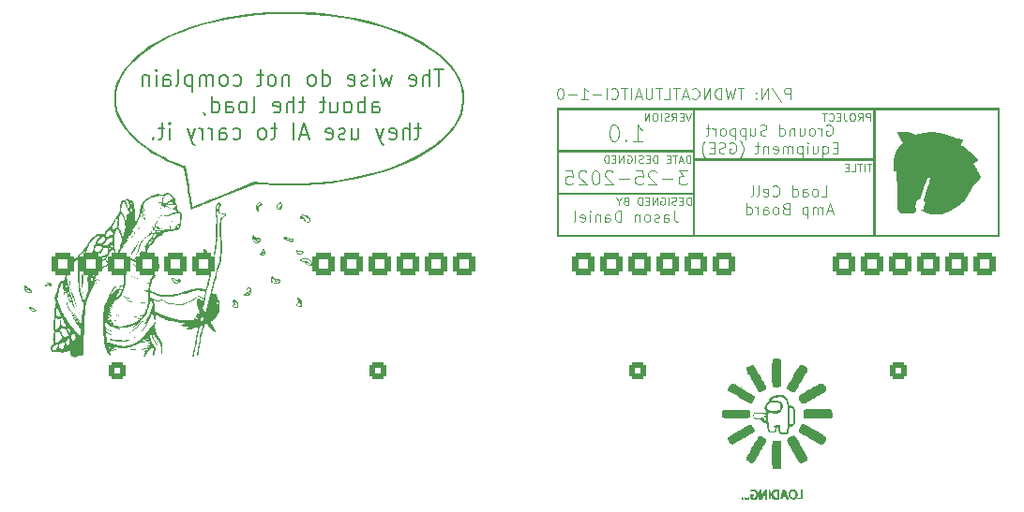
<source format=gbo>
%TF.GenerationSoftware,KiCad,Pcbnew,9.0.0*%
%TF.CreationDate,2025-04-09T17:39:02-07:00*%
%TF.ProjectId,Load Cell Amp Board,4c6f6164-2043-4656-9c6c-20416d702042,rev?*%
%TF.SameCoordinates,Original*%
%TF.FileFunction,Legend,Bot*%
%TF.FilePolarity,Positive*%
%FSLAX46Y46*%
G04 Gerber Fmt 4.6, Leading zero omitted, Abs format (unit mm)*
G04 Created by KiCad (PCBNEW 9.0.0) date 2025-04-09 17:39:02*
%MOMM*%
%LPD*%
G01*
G04 APERTURE LIST*
G04 Aperture macros list*
%AMRoundRect*
0 Rectangle with rounded corners*
0 $1 Rounding radius*
0 $2 $3 $4 $5 $6 $7 $8 $9 X,Y pos of 4 corners*
0 Add a 4 corners polygon primitive as box body*
4,1,4,$2,$3,$4,$5,$6,$7,$8,$9,$2,$3,0*
0 Add four circle primitives for the rounded corners*
1,1,$1+$1,$2,$3*
1,1,$1+$1,$4,$5*
1,1,$1+$1,$6,$7*
1,1,$1+$1,$8,$9*
0 Add four rect primitives between the rounded corners*
20,1,$1+$1,$2,$3,$4,$5,0*
20,1,$1+$1,$4,$5,$6,$7,0*
20,1,$1+$1,$6,$7,$8,$9,0*
20,1,$1+$1,$8,$9,$2,$3,0*%
G04 Aperture macros list end*
%ADD10C,0.200000*%
%ADD11C,0.100000*%
%ADD12C,0.000000*%
%ADD13C,6.000000*%
%ADD14C,1.020000*%
%ADD15RoundRect,0.250001X-0.499999X-0.499999X0.499999X-0.499999X0.499999X0.499999X-0.499999X0.499999X0*%
%ADD16C,1.500000*%
%ADD17R,1.170000X1.170000*%
%ADD18C,1.170000*%
%ADD19C,2.560000*%
%ADD20RoundRect,0.300000X0.700000X-0.700000X0.700000X0.700000X-0.700000X0.700000X-0.700000X-0.700000X0*%
%ADD21RoundRect,0.250000X-0.600000X-0.750000X0.600000X-0.750000X0.600000X0.750000X-0.600000X0.750000X0*%
%ADD22O,1.700000X2.000000*%
G04 APERTURE END LIST*
D10*
X147983335Y-96568612D02*
X147183335Y-96568612D01*
X147583335Y-98068612D02*
X147583335Y-96568612D01*
X146716668Y-98068612D02*
X146716668Y-96568612D01*
X146116668Y-98068612D02*
X146116668Y-97282898D01*
X146116668Y-97282898D02*
X146183335Y-97140041D01*
X146183335Y-97140041D02*
X146316668Y-97068612D01*
X146316668Y-97068612D02*
X146516668Y-97068612D01*
X146516668Y-97068612D02*
X146650002Y-97140041D01*
X146650002Y-97140041D02*
X146716668Y-97211469D01*
X144916668Y-97997184D02*
X145050001Y-98068612D01*
X145050001Y-98068612D02*
X145316668Y-98068612D01*
X145316668Y-98068612D02*
X145450001Y-97997184D01*
X145450001Y-97997184D02*
X145516668Y-97854326D01*
X145516668Y-97854326D02*
X145516668Y-97282898D01*
X145516668Y-97282898D02*
X145450001Y-97140041D01*
X145450001Y-97140041D02*
X145316668Y-97068612D01*
X145316668Y-97068612D02*
X145050001Y-97068612D01*
X145050001Y-97068612D02*
X144916668Y-97140041D01*
X144916668Y-97140041D02*
X144850001Y-97282898D01*
X144850001Y-97282898D02*
X144850001Y-97425755D01*
X144850001Y-97425755D02*
X145516668Y-97568612D01*
X143316668Y-97068612D02*
X143050001Y-98068612D01*
X143050001Y-98068612D02*
X142783334Y-97354326D01*
X142783334Y-97354326D02*
X142516668Y-98068612D01*
X142516668Y-98068612D02*
X142250001Y-97068612D01*
X141716667Y-98068612D02*
X141716667Y-97068612D01*
X141716667Y-96568612D02*
X141783334Y-96640041D01*
X141783334Y-96640041D02*
X141716667Y-96711469D01*
X141716667Y-96711469D02*
X141650001Y-96640041D01*
X141650001Y-96640041D02*
X141716667Y-96568612D01*
X141716667Y-96568612D02*
X141716667Y-96711469D01*
X141116667Y-97997184D02*
X140983334Y-98068612D01*
X140983334Y-98068612D02*
X140716667Y-98068612D01*
X140716667Y-98068612D02*
X140583334Y-97997184D01*
X140583334Y-97997184D02*
X140516667Y-97854326D01*
X140516667Y-97854326D02*
X140516667Y-97782898D01*
X140516667Y-97782898D02*
X140583334Y-97640041D01*
X140583334Y-97640041D02*
X140716667Y-97568612D01*
X140716667Y-97568612D02*
X140916667Y-97568612D01*
X140916667Y-97568612D02*
X141050000Y-97497184D01*
X141050000Y-97497184D02*
X141116667Y-97354326D01*
X141116667Y-97354326D02*
X141116667Y-97282898D01*
X141116667Y-97282898D02*
X141050000Y-97140041D01*
X141050000Y-97140041D02*
X140916667Y-97068612D01*
X140916667Y-97068612D02*
X140716667Y-97068612D01*
X140716667Y-97068612D02*
X140583334Y-97140041D01*
X139383334Y-97997184D02*
X139516667Y-98068612D01*
X139516667Y-98068612D02*
X139783334Y-98068612D01*
X139783334Y-98068612D02*
X139916667Y-97997184D01*
X139916667Y-97997184D02*
X139983334Y-97854326D01*
X139983334Y-97854326D02*
X139983334Y-97282898D01*
X139983334Y-97282898D02*
X139916667Y-97140041D01*
X139916667Y-97140041D02*
X139783334Y-97068612D01*
X139783334Y-97068612D02*
X139516667Y-97068612D01*
X139516667Y-97068612D02*
X139383334Y-97140041D01*
X139383334Y-97140041D02*
X139316667Y-97282898D01*
X139316667Y-97282898D02*
X139316667Y-97425755D01*
X139316667Y-97425755D02*
X139983334Y-97568612D01*
X137050000Y-98068612D02*
X137050000Y-96568612D01*
X137050000Y-97997184D02*
X137183334Y-98068612D01*
X137183334Y-98068612D02*
X137450000Y-98068612D01*
X137450000Y-98068612D02*
X137583334Y-97997184D01*
X137583334Y-97997184D02*
X137650000Y-97925755D01*
X137650000Y-97925755D02*
X137716667Y-97782898D01*
X137716667Y-97782898D02*
X137716667Y-97354326D01*
X137716667Y-97354326D02*
X137650000Y-97211469D01*
X137650000Y-97211469D02*
X137583334Y-97140041D01*
X137583334Y-97140041D02*
X137450000Y-97068612D01*
X137450000Y-97068612D02*
X137183334Y-97068612D01*
X137183334Y-97068612D02*
X137050000Y-97140041D01*
X136183333Y-98068612D02*
X136316667Y-97997184D01*
X136316667Y-97997184D02*
X136383333Y-97925755D01*
X136383333Y-97925755D02*
X136450000Y-97782898D01*
X136450000Y-97782898D02*
X136450000Y-97354326D01*
X136450000Y-97354326D02*
X136383333Y-97211469D01*
X136383333Y-97211469D02*
X136316667Y-97140041D01*
X136316667Y-97140041D02*
X136183333Y-97068612D01*
X136183333Y-97068612D02*
X135983333Y-97068612D01*
X135983333Y-97068612D02*
X135850000Y-97140041D01*
X135850000Y-97140041D02*
X135783333Y-97211469D01*
X135783333Y-97211469D02*
X135716667Y-97354326D01*
X135716667Y-97354326D02*
X135716667Y-97782898D01*
X135716667Y-97782898D02*
X135783333Y-97925755D01*
X135783333Y-97925755D02*
X135850000Y-97997184D01*
X135850000Y-97997184D02*
X135983333Y-98068612D01*
X135983333Y-98068612D02*
X136183333Y-98068612D01*
X134049999Y-97068612D02*
X134049999Y-98068612D01*
X134049999Y-97211469D02*
X133983333Y-97140041D01*
X133983333Y-97140041D02*
X133849999Y-97068612D01*
X133849999Y-97068612D02*
X133649999Y-97068612D01*
X133649999Y-97068612D02*
X133516666Y-97140041D01*
X133516666Y-97140041D02*
X133449999Y-97282898D01*
X133449999Y-97282898D02*
X133449999Y-98068612D01*
X132583332Y-98068612D02*
X132716666Y-97997184D01*
X132716666Y-97997184D02*
X132783332Y-97925755D01*
X132783332Y-97925755D02*
X132849999Y-97782898D01*
X132849999Y-97782898D02*
X132849999Y-97354326D01*
X132849999Y-97354326D02*
X132783332Y-97211469D01*
X132783332Y-97211469D02*
X132716666Y-97140041D01*
X132716666Y-97140041D02*
X132583332Y-97068612D01*
X132583332Y-97068612D02*
X132383332Y-97068612D01*
X132383332Y-97068612D02*
X132249999Y-97140041D01*
X132249999Y-97140041D02*
X132183332Y-97211469D01*
X132183332Y-97211469D02*
X132116666Y-97354326D01*
X132116666Y-97354326D02*
X132116666Y-97782898D01*
X132116666Y-97782898D02*
X132183332Y-97925755D01*
X132183332Y-97925755D02*
X132249999Y-97997184D01*
X132249999Y-97997184D02*
X132383332Y-98068612D01*
X132383332Y-98068612D02*
X132583332Y-98068612D01*
X131716665Y-97068612D02*
X131183332Y-97068612D01*
X131516665Y-96568612D02*
X131516665Y-97854326D01*
X131516665Y-97854326D02*
X131449999Y-97997184D01*
X131449999Y-97997184D02*
X131316665Y-98068612D01*
X131316665Y-98068612D02*
X131183332Y-98068612D01*
X129049998Y-97997184D02*
X129183332Y-98068612D01*
X129183332Y-98068612D02*
X129449998Y-98068612D01*
X129449998Y-98068612D02*
X129583332Y-97997184D01*
X129583332Y-97997184D02*
X129649998Y-97925755D01*
X129649998Y-97925755D02*
X129716665Y-97782898D01*
X129716665Y-97782898D02*
X129716665Y-97354326D01*
X129716665Y-97354326D02*
X129649998Y-97211469D01*
X129649998Y-97211469D02*
X129583332Y-97140041D01*
X129583332Y-97140041D02*
X129449998Y-97068612D01*
X129449998Y-97068612D02*
X129183332Y-97068612D01*
X129183332Y-97068612D02*
X129049998Y-97140041D01*
X128249998Y-98068612D02*
X128383332Y-97997184D01*
X128383332Y-97997184D02*
X128449998Y-97925755D01*
X128449998Y-97925755D02*
X128516665Y-97782898D01*
X128516665Y-97782898D02*
X128516665Y-97354326D01*
X128516665Y-97354326D02*
X128449998Y-97211469D01*
X128449998Y-97211469D02*
X128383332Y-97140041D01*
X128383332Y-97140041D02*
X128249998Y-97068612D01*
X128249998Y-97068612D02*
X128049998Y-97068612D01*
X128049998Y-97068612D02*
X127916665Y-97140041D01*
X127916665Y-97140041D02*
X127849998Y-97211469D01*
X127849998Y-97211469D02*
X127783332Y-97354326D01*
X127783332Y-97354326D02*
X127783332Y-97782898D01*
X127783332Y-97782898D02*
X127849998Y-97925755D01*
X127849998Y-97925755D02*
X127916665Y-97997184D01*
X127916665Y-97997184D02*
X128049998Y-98068612D01*
X128049998Y-98068612D02*
X128249998Y-98068612D01*
X127183331Y-98068612D02*
X127183331Y-97068612D01*
X127183331Y-97211469D02*
X127116665Y-97140041D01*
X127116665Y-97140041D02*
X126983331Y-97068612D01*
X126983331Y-97068612D02*
X126783331Y-97068612D01*
X126783331Y-97068612D02*
X126649998Y-97140041D01*
X126649998Y-97140041D02*
X126583331Y-97282898D01*
X126583331Y-97282898D02*
X126583331Y-98068612D01*
X126583331Y-97282898D02*
X126516665Y-97140041D01*
X126516665Y-97140041D02*
X126383331Y-97068612D01*
X126383331Y-97068612D02*
X126183331Y-97068612D01*
X126183331Y-97068612D02*
X126049998Y-97140041D01*
X126049998Y-97140041D02*
X125983331Y-97282898D01*
X125983331Y-97282898D02*
X125983331Y-98068612D01*
X125316664Y-97068612D02*
X125316664Y-98568612D01*
X125316664Y-97140041D02*
X125183331Y-97068612D01*
X125183331Y-97068612D02*
X124916664Y-97068612D01*
X124916664Y-97068612D02*
X124783331Y-97140041D01*
X124783331Y-97140041D02*
X124716664Y-97211469D01*
X124716664Y-97211469D02*
X124649998Y-97354326D01*
X124649998Y-97354326D02*
X124649998Y-97782898D01*
X124649998Y-97782898D02*
X124716664Y-97925755D01*
X124716664Y-97925755D02*
X124783331Y-97997184D01*
X124783331Y-97997184D02*
X124916664Y-98068612D01*
X124916664Y-98068612D02*
X125183331Y-98068612D01*
X125183331Y-98068612D02*
X125316664Y-97997184D01*
X123849997Y-98068612D02*
X123983331Y-97997184D01*
X123983331Y-97997184D02*
X124049997Y-97854326D01*
X124049997Y-97854326D02*
X124049997Y-96568612D01*
X122716664Y-98068612D02*
X122716664Y-97282898D01*
X122716664Y-97282898D02*
X122783331Y-97140041D01*
X122783331Y-97140041D02*
X122916664Y-97068612D01*
X122916664Y-97068612D02*
X123183331Y-97068612D01*
X123183331Y-97068612D02*
X123316664Y-97140041D01*
X122716664Y-97997184D02*
X122849998Y-98068612D01*
X122849998Y-98068612D02*
X123183331Y-98068612D01*
X123183331Y-98068612D02*
X123316664Y-97997184D01*
X123316664Y-97997184D02*
X123383331Y-97854326D01*
X123383331Y-97854326D02*
X123383331Y-97711469D01*
X123383331Y-97711469D02*
X123316664Y-97568612D01*
X123316664Y-97568612D02*
X123183331Y-97497184D01*
X123183331Y-97497184D02*
X122849998Y-97497184D01*
X122849998Y-97497184D02*
X122716664Y-97425755D01*
X122049997Y-98068612D02*
X122049997Y-97068612D01*
X122049997Y-96568612D02*
X122116664Y-96640041D01*
X122116664Y-96640041D02*
X122049997Y-96711469D01*
X122049997Y-96711469D02*
X121983331Y-96640041D01*
X121983331Y-96640041D02*
X122049997Y-96568612D01*
X122049997Y-96568612D02*
X122049997Y-96711469D01*
X121383330Y-97068612D02*
X121383330Y-98068612D01*
X121383330Y-97211469D02*
X121316664Y-97140041D01*
X121316664Y-97140041D02*
X121183330Y-97068612D01*
X121183330Y-97068612D02*
X120983330Y-97068612D01*
X120983330Y-97068612D02*
X120849997Y-97140041D01*
X120849997Y-97140041D02*
X120783330Y-97282898D01*
X120783330Y-97282898D02*
X120783330Y-98068612D01*
X141583334Y-100483528D02*
X141583334Y-99697814D01*
X141583334Y-99697814D02*
X141650001Y-99554957D01*
X141650001Y-99554957D02*
X141783334Y-99483528D01*
X141783334Y-99483528D02*
X142050001Y-99483528D01*
X142050001Y-99483528D02*
X142183334Y-99554957D01*
X141583334Y-100412100D02*
X141716668Y-100483528D01*
X141716668Y-100483528D02*
X142050001Y-100483528D01*
X142050001Y-100483528D02*
X142183334Y-100412100D01*
X142183334Y-100412100D02*
X142250001Y-100269242D01*
X142250001Y-100269242D02*
X142250001Y-100126385D01*
X142250001Y-100126385D02*
X142183334Y-99983528D01*
X142183334Y-99983528D02*
X142050001Y-99912100D01*
X142050001Y-99912100D02*
X141716668Y-99912100D01*
X141716668Y-99912100D02*
X141583334Y-99840671D01*
X140916667Y-100483528D02*
X140916667Y-98983528D01*
X140916667Y-99554957D02*
X140783334Y-99483528D01*
X140783334Y-99483528D02*
X140516667Y-99483528D01*
X140516667Y-99483528D02*
X140383334Y-99554957D01*
X140383334Y-99554957D02*
X140316667Y-99626385D01*
X140316667Y-99626385D02*
X140250001Y-99769242D01*
X140250001Y-99769242D02*
X140250001Y-100197814D01*
X140250001Y-100197814D02*
X140316667Y-100340671D01*
X140316667Y-100340671D02*
X140383334Y-100412100D01*
X140383334Y-100412100D02*
X140516667Y-100483528D01*
X140516667Y-100483528D02*
X140783334Y-100483528D01*
X140783334Y-100483528D02*
X140916667Y-100412100D01*
X139450000Y-100483528D02*
X139583334Y-100412100D01*
X139583334Y-100412100D02*
X139650000Y-100340671D01*
X139650000Y-100340671D02*
X139716667Y-100197814D01*
X139716667Y-100197814D02*
X139716667Y-99769242D01*
X139716667Y-99769242D02*
X139650000Y-99626385D01*
X139650000Y-99626385D02*
X139583334Y-99554957D01*
X139583334Y-99554957D02*
X139450000Y-99483528D01*
X139450000Y-99483528D02*
X139250000Y-99483528D01*
X139250000Y-99483528D02*
X139116667Y-99554957D01*
X139116667Y-99554957D02*
X139050000Y-99626385D01*
X139050000Y-99626385D02*
X138983334Y-99769242D01*
X138983334Y-99769242D02*
X138983334Y-100197814D01*
X138983334Y-100197814D02*
X139050000Y-100340671D01*
X139050000Y-100340671D02*
X139116667Y-100412100D01*
X139116667Y-100412100D02*
X139250000Y-100483528D01*
X139250000Y-100483528D02*
X139450000Y-100483528D01*
X137783333Y-99483528D02*
X137783333Y-100483528D01*
X138383333Y-99483528D02*
X138383333Y-100269242D01*
X138383333Y-100269242D02*
X138316667Y-100412100D01*
X138316667Y-100412100D02*
X138183333Y-100483528D01*
X138183333Y-100483528D02*
X137983333Y-100483528D01*
X137983333Y-100483528D02*
X137850000Y-100412100D01*
X137850000Y-100412100D02*
X137783333Y-100340671D01*
X137316666Y-99483528D02*
X136783333Y-99483528D01*
X137116666Y-98983528D02*
X137116666Y-100269242D01*
X137116666Y-100269242D02*
X137050000Y-100412100D01*
X137050000Y-100412100D02*
X136916666Y-100483528D01*
X136916666Y-100483528D02*
X136783333Y-100483528D01*
X135449999Y-99483528D02*
X134916666Y-99483528D01*
X135249999Y-98983528D02*
X135249999Y-100269242D01*
X135249999Y-100269242D02*
X135183333Y-100412100D01*
X135183333Y-100412100D02*
X135049999Y-100483528D01*
X135049999Y-100483528D02*
X134916666Y-100483528D01*
X134449999Y-100483528D02*
X134449999Y-98983528D01*
X133849999Y-100483528D02*
X133849999Y-99697814D01*
X133849999Y-99697814D02*
X133916666Y-99554957D01*
X133916666Y-99554957D02*
X134049999Y-99483528D01*
X134049999Y-99483528D02*
X134249999Y-99483528D01*
X134249999Y-99483528D02*
X134383333Y-99554957D01*
X134383333Y-99554957D02*
X134449999Y-99626385D01*
X132649999Y-100412100D02*
X132783332Y-100483528D01*
X132783332Y-100483528D02*
X133049999Y-100483528D01*
X133049999Y-100483528D02*
X133183332Y-100412100D01*
X133183332Y-100412100D02*
X133249999Y-100269242D01*
X133249999Y-100269242D02*
X133249999Y-99697814D01*
X133249999Y-99697814D02*
X133183332Y-99554957D01*
X133183332Y-99554957D02*
X133049999Y-99483528D01*
X133049999Y-99483528D02*
X132783332Y-99483528D01*
X132783332Y-99483528D02*
X132649999Y-99554957D01*
X132649999Y-99554957D02*
X132583332Y-99697814D01*
X132583332Y-99697814D02*
X132583332Y-99840671D01*
X132583332Y-99840671D02*
X133249999Y-99983528D01*
X130716665Y-100483528D02*
X130849999Y-100412100D01*
X130849999Y-100412100D02*
X130916665Y-100269242D01*
X130916665Y-100269242D02*
X130916665Y-98983528D01*
X129983332Y-100483528D02*
X130116666Y-100412100D01*
X130116666Y-100412100D02*
X130183332Y-100340671D01*
X130183332Y-100340671D02*
X130249999Y-100197814D01*
X130249999Y-100197814D02*
X130249999Y-99769242D01*
X130249999Y-99769242D02*
X130183332Y-99626385D01*
X130183332Y-99626385D02*
X130116666Y-99554957D01*
X130116666Y-99554957D02*
X129983332Y-99483528D01*
X129983332Y-99483528D02*
X129783332Y-99483528D01*
X129783332Y-99483528D02*
X129649999Y-99554957D01*
X129649999Y-99554957D02*
X129583332Y-99626385D01*
X129583332Y-99626385D02*
X129516666Y-99769242D01*
X129516666Y-99769242D02*
X129516666Y-100197814D01*
X129516666Y-100197814D02*
X129583332Y-100340671D01*
X129583332Y-100340671D02*
X129649999Y-100412100D01*
X129649999Y-100412100D02*
X129783332Y-100483528D01*
X129783332Y-100483528D02*
X129983332Y-100483528D01*
X128316665Y-100483528D02*
X128316665Y-99697814D01*
X128316665Y-99697814D02*
X128383332Y-99554957D01*
X128383332Y-99554957D02*
X128516665Y-99483528D01*
X128516665Y-99483528D02*
X128783332Y-99483528D01*
X128783332Y-99483528D02*
X128916665Y-99554957D01*
X128316665Y-100412100D02*
X128449999Y-100483528D01*
X128449999Y-100483528D02*
X128783332Y-100483528D01*
X128783332Y-100483528D02*
X128916665Y-100412100D01*
X128916665Y-100412100D02*
X128983332Y-100269242D01*
X128983332Y-100269242D02*
X128983332Y-100126385D01*
X128983332Y-100126385D02*
X128916665Y-99983528D01*
X128916665Y-99983528D02*
X128783332Y-99912100D01*
X128783332Y-99912100D02*
X128449999Y-99912100D01*
X128449999Y-99912100D02*
X128316665Y-99840671D01*
X127049998Y-100483528D02*
X127049998Y-98983528D01*
X127049998Y-100412100D02*
X127183332Y-100483528D01*
X127183332Y-100483528D02*
X127449998Y-100483528D01*
X127449998Y-100483528D02*
X127583332Y-100412100D01*
X127583332Y-100412100D02*
X127649998Y-100340671D01*
X127649998Y-100340671D02*
X127716665Y-100197814D01*
X127716665Y-100197814D02*
X127716665Y-99769242D01*
X127716665Y-99769242D02*
X127649998Y-99626385D01*
X127649998Y-99626385D02*
X127583332Y-99554957D01*
X127583332Y-99554957D02*
X127449998Y-99483528D01*
X127449998Y-99483528D02*
X127183332Y-99483528D01*
X127183332Y-99483528D02*
X127049998Y-99554957D01*
X126316665Y-100412100D02*
X126316665Y-100483528D01*
X126316665Y-100483528D02*
X126383331Y-100626385D01*
X126383331Y-100626385D02*
X126449998Y-100697814D01*
X145916668Y-101898444D02*
X145383335Y-101898444D01*
X145716668Y-101398444D02*
X145716668Y-102684158D01*
X145716668Y-102684158D02*
X145650002Y-102827016D01*
X145650002Y-102827016D02*
X145516668Y-102898444D01*
X145516668Y-102898444D02*
X145383335Y-102898444D01*
X144916668Y-102898444D02*
X144916668Y-101398444D01*
X144316668Y-102898444D02*
X144316668Y-102112730D01*
X144316668Y-102112730D02*
X144383335Y-101969873D01*
X144383335Y-101969873D02*
X144516668Y-101898444D01*
X144516668Y-101898444D02*
X144716668Y-101898444D01*
X144716668Y-101898444D02*
X144850002Y-101969873D01*
X144850002Y-101969873D02*
X144916668Y-102041301D01*
X143116668Y-102827016D02*
X143250001Y-102898444D01*
X143250001Y-102898444D02*
X143516668Y-102898444D01*
X143516668Y-102898444D02*
X143650001Y-102827016D01*
X143650001Y-102827016D02*
X143716668Y-102684158D01*
X143716668Y-102684158D02*
X143716668Y-102112730D01*
X143716668Y-102112730D02*
X143650001Y-101969873D01*
X143650001Y-101969873D02*
X143516668Y-101898444D01*
X143516668Y-101898444D02*
X143250001Y-101898444D01*
X143250001Y-101898444D02*
X143116668Y-101969873D01*
X143116668Y-101969873D02*
X143050001Y-102112730D01*
X143050001Y-102112730D02*
X143050001Y-102255587D01*
X143050001Y-102255587D02*
X143716668Y-102398444D01*
X142583335Y-101898444D02*
X142250001Y-102898444D01*
X141916668Y-101898444D02*
X142250001Y-102898444D01*
X142250001Y-102898444D02*
X142383335Y-103255587D01*
X142383335Y-103255587D02*
X142450001Y-103327016D01*
X142450001Y-103327016D02*
X142583335Y-103398444D01*
X139716667Y-101898444D02*
X139716667Y-102898444D01*
X140316667Y-101898444D02*
X140316667Y-102684158D01*
X140316667Y-102684158D02*
X140250001Y-102827016D01*
X140250001Y-102827016D02*
X140116667Y-102898444D01*
X140116667Y-102898444D02*
X139916667Y-102898444D01*
X139916667Y-102898444D02*
X139783334Y-102827016D01*
X139783334Y-102827016D02*
X139716667Y-102755587D01*
X139116667Y-102827016D02*
X138983334Y-102898444D01*
X138983334Y-102898444D02*
X138716667Y-102898444D01*
X138716667Y-102898444D02*
X138583334Y-102827016D01*
X138583334Y-102827016D02*
X138516667Y-102684158D01*
X138516667Y-102684158D02*
X138516667Y-102612730D01*
X138516667Y-102612730D02*
X138583334Y-102469873D01*
X138583334Y-102469873D02*
X138716667Y-102398444D01*
X138716667Y-102398444D02*
X138916667Y-102398444D01*
X138916667Y-102398444D02*
X139050000Y-102327016D01*
X139050000Y-102327016D02*
X139116667Y-102184158D01*
X139116667Y-102184158D02*
X139116667Y-102112730D01*
X139116667Y-102112730D02*
X139050000Y-101969873D01*
X139050000Y-101969873D02*
X138916667Y-101898444D01*
X138916667Y-101898444D02*
X138716667Y-101898444D01*
X138716667Y-101898444D02*
X138583334Y-101969873D01*
X137383334Y-102827016D02*
X137516667Y-102898444D01*
X137516667Y-102898444D02*
X137783334Y-102898444D01*
X137783334Y-102898444D02*
X137916667Y-102827016D01*
X137916667Y-102827016D02*
X137983334Y-102684158D01*
X137983334Y-102684158D02*
X137983334Y-102112730D01*
X137983334Y-102112730D02*
X137916667Y-101969873D01*
X137916667Y-101969873D02*
X137783334Y-101898444D01*
X137783334Y-101898444D02*
X137516667Y-101898444D01*
X137516667Y-101898444D02*
X137383334Y-101969873D01*
X137383334Y-101969873D02*
X137316667Y-102112730D01*
X137316667Y-102112730D02*
X137316667Y-102255587D01*
X137316667Y-102255587D02*
X137983334Y-102398444D01*
X135716667Y-102469873D02*
X135050000Y-102469873D01*
X135850000Y-102898444D02*
X135383334Y-101398444D01*
X135383334Y-101398444D02*
X134916667Y-102898444D01*
X134450000Y-102898444D02*
X134450000Y-101398444D01*
X132916666Y-101898444D02*
X132383333Y-101898444D01*
X132716666Y-101398444D02*
X132716666Y-102684158D01*
X132716666Y-102684158D02*
X132650000Y-102827016D01*
X132650000Y-102827016D02*
X132516666Y-102898444D01*
X132516666Y-102898444D02*
X132383333Y-102898444D01*
X131716666Y-102898444D02*
X131850000Y-102827016D01*
X131850000Y-102827016D02*
X131916666Y-102755587D01*
X131916666Y-102755587D02*
X131983333Y-102612730D01*
X131983333Y-102612730D02*
X131983333Y-102184158D01*
X131983333Y-102184158D02*
X131916666Y-102041301D01*
X131916666Y-102041301D02*
X131850000Y-101969873D01*
X131850000Y-101969873D02*
X131716666Y-101898444D01*
X131716666Y-101898444D02*
X131516666Y-101898444D01*
X131516666Y-101898444D02*
X131383333Y-101969873D01*
X131383333Y-101969873D02*
X131316666Y-102041301D01*
X131316666Y-102041301D02*
X131250000Y-102184158D01*
X131250000Y-102184158D02*
X131250000Y-102612730D01*
X131250000Y-102612730D02*
X131316666Y-102755587D01*
X131316666Y-102755587D02*
X131383333Y-102827016D01*
X131383333Y-102827016D02*
X131516666Y-102898444D01*
X131516666Y-102898444D02*
X131716666Y-102898444D01*
X128983332Y-102827016D02*
X129116666Y-102898444D01*
X129116666Y-102898444D02*
X129383332Y-102898444D01*
X129383332Y-102898444D02*
X129516666Y-102827016D01*
X129516666Y-102827016D02*
X129583332Y-102755587D01*
X129583332Y-102755587D02*
X129649999Y-102612730D01*
X129649999Y-102612730D02*
X129649999Y-102184158D01*
X129649999Y-102184158D02*
X129583332Y-102041301D01*
X129583332Y-102041301D02*
X129516666Y-101969873D01*
X129516666Y-101969873D02*
X129383332Y-101898444D01*
X129383332Y-101898444D02*
X129116666Y-101898444D01*
X129116666Y-101898444D02*
X128983332Y-101969873D01*
X127783332Y-102898444D02*
X127783332Y-102112730D01*
X127783332Y-102112730D02*
X127849999Y-101969873D01*
X127849999Y-101969873D02*
X127983332Y-101898444D01*
X127983332Y-101898444D02*
X128249999Y-101898444D01*
X128249999Y-101898444D02*
X128383332Y-101969873D01*
X127783332Y-102827016D02*
X127916666Y-102898444D01*
X127916666Y-102898444D02*
X128249999Y-102898444D01*
X128249999Y-102898444D02*
X128383332Y-102827016D01*
X128383332Y-102827016D02*
X128449999Y-102684158D01*
X128449999Y-102684158D02*
X128449999Y-102541301D01*
X128449999Y-102541301D02*
X128383332Y-102398444D01*
X128383332Y-102398444D02*
X128249999Y-102327016D01*
X128249999Y-102327016D02*
X127916666Y-102327016D01*
X127916666Y-102327016D02*
X127783332Y-102255587D01*
X127116665Y-102898444D02*
X127116665Y-101898444D01*
X127116665Y-102184158D02*
X127049999Y-102041301D01*
X127049999Y-102041301D02*
X126983332Y-101969873D01*
X126983332Y-101969873D02*
X126849999Y-101898444D01*
X126849999Y-101898444D02*
X126716665Y-101898444D01*
X126249998Y-102898444D02*
X126249998Y-101898444D01*
X126249998Y-102184158D02*
X126183332Y-102041301D01*
X126183332Y-102041301D02*
X126116665Y-101969873D01*
X126116665Y-101969873D02*
X125983332Y-101898444D01*
X125983332Y-101898444D02*
X125849998Y-101898444D01*
X125516665Y-101898444D02*
X125183331Y-102898444D01*
X124849998Y-101898444D02*
X125183331Y-102898444D01*
X125183331Y-102898444D02*
X125316665Y-103255587D01*
X125316665Y-103255587D02*
X125383331Y-103327016D01*
X125383331Y-103327016D02*
X125516665Y-103398444D01*
X123249997Y-102898444D02*
X123249997Y-101898444D01*
X123249997Y-101398444D02*
X123316664Y-101469873D01*
X123316664Y-101469873D02*
X123249997Y-101541301D01*
X123249997Y-101541301D02*
X123183331Y-101469873D01*
X123183331Y-101469873D02*
X123249997Y-101398444D01*
X123249997Y-101398444D02*
X123249997Y-101541301D01*
X122783330Y-101898444D02*
X122249997Y-101898444D01*
X122583330Y-101398444D02*
X122583330Y-102684158D01*
X122583330Y-102684158D02*
X122516664Y-102827016D01*
X122516664Y-102827016D02*
X122383330Y-102898444D01*
X122383330Y-102898444D02*
X122249997Y-102898444D01*
X121783330Y-102755587D02*
X121716664Y-102827016D01*
X121716664Y-102827016D02*
X121783330Y-102898444D01*
X121783330Y-102898444D02*
X121849997Y-102827016D01*
X121849997Y-102827016D02*
X121783330Y-102755587D01*
X121783330Y-102755587D02*
X121783330Y-102898444D01*
D11*
X179299999Y-99257419D02*
X179299999Y-98257419D01*
X179299999Y-98257419D02*
X178919047Y-98257419D01*
X178919047Y-98257419D02*
X178823809Y-98305038D01*
X178823809Y-98305038D02*
X178776190Y-98352657D01*
X178776190Y-98352657D02*
X178728571Y-98447895D01*
X178728571Y-98447895D02*
X178728571Y-98590752D01*
X178728571Y-98590752D02*
X178776190Y-98685990D01*
X178776190Y-98685990D02*
X178823809Y-98733609D01*
X178823809Y-98733609D02*
X178919047Y-98781228D01*
X178919047Y-98781228D02*
X179299999Y-98781228D01*
X177585714Y-98209800D02*
X178442856Y-99495514D01*
X177252380Y-99257419D02*
X177252380Y-98257419D01*
X177252380Y-98257419D02*
X176680952Y-99257419D01*
X176680952Y-99257419D02*
X176680952Y-98257419D01*
X176204761Y-99162180D02*
X176157142Y-99209800D01*
X176157142Y-99209800D02*
X176204761Y-99257419D01*
X176204761Y-99257419D02*
X176252380Y-99209800D01*
X176252380Y-99209800D02*
X176204761Y-99162180D01*
X176204761Y-99162180D02*
X176204761Y-99257419D01*
X176204761Y-98638371D02*
X176157142Y-98685990D01*
X176157142Y-98685990D02*
X176204761Y-98733609D01*
X176204761Y-98733609D02*
X176252380Y-98685990D01*
X176252380Y-98685990D02*
X176204761Y-98638371D01*
X176204761Y-98638371D02*
X176204761Y-98733609D01*
X175109523Y-98257419D02*
X174538095Y-98257419D01*
X174823809Y-99257419D02*
X174823809Y-98257419D01*
X174299999Y-98257419D02*
X174061904Y-99257419D01*
X174061904Y-99257419D02*
X173871428Y-98543133D01*
X173871428Y-98543133D02*
X173680952Y-99257419D01*
X173680952Y-99257419D02*
X173442857Y-98257419D01*
X173061904Y-99257419D02*
X173061904Y-98257419D01*
X173061904Y-98257419D02*
X172823809Y-98257419D01*
X172823809Y-98257419D02*
X172680952Y-98305038D01*
X172680952Y-98305038D02*
X172585714Y-98400276D01*
X172585714Y-98400276D02*
X172538095Y-98495514D01*
X172538095Y-98495514D02*
X172490476Y-98685990D01*
X172490476Y-98685990D02*
X172490476Y-98828847D01*
X172490476Y-98828847D02*
X172538095Y-99019323D01*
X172538095Y-99019323D02*
X172585714Y-99114561D01*
X172585714Y-99114561D02*
X172680952Y-99209800D01*
X172680952Y-99209800D02*
X172823809Y-99257419D01*
X172823809Y-99257419D02*
X173061904Y-99257419D01*
X172061904Y-99257419D02*
X172061904Y-98257419D01*
X172061904Y-98257419D02*
X171490476Y-99257419D01*
X171490476Y-99257419D02*
X171490476Y-98257419D01*
X170442857Y-99162180D02*
X170490476Y-99209800D01*
X170490476Y-99209800D02*
X170633333Y-99257419D01*
X170633333Y-99257419D02*
X170728571Y-99257419D01*
X170728571Y-99257419D02*
X170871428Y-99209800D01*
X170871428Y-99209800D02*
X170966666Y-99114561D01*
X170966666Y-99114561D02*
X171014285Y-99019323D01*
X171014285Y-99019323D02*
X171061904Y-98828847D01*
X171061904Y-98828847D02*
X171061904Y-98685990D01*
X171061904Y-98685990D02*
X171014285Y-98495514D01*
X171014285Y-98495514D02*
X170966666Y-98400276D01*
X170966666Y-98400276D02*
X170871428Y-98305038D01*
X170871428Y-98305038D02*
X170728571Y-98257419D01*
X170728571Y-98257419D02*
X170633333Y-98257419D01*
X170633333Y-98257419D02*
X170490476Y-98305038D01*
X170490476Y-98305038D02*
X170442857Y-98352657D01*
X170061904Y-98971704D02*
X169585714Y-98971704D01*
X170157142Y-99257419D02*
X169823809Y-98257419D01*
X169823809Y-98257419D02*
X169490476Y-99257419D01*
X169299999Y-98257419D02*
X168728571Y-98257419D01*
X169014285Y-99257419D02*
X169014285Y-98257419D01*
X167919047Y-99257419D02*
X168395237Y-99257419D01*
X168395237Y-99257419D02*
X168395237Y-98257419D01*
X167728570Y-98257419D02*
X167157142Y-98257419D01*
X167442856Y-99257419D02*
X167442856Y-98257419D01*
X166823808Y-98257419D02*
X166823808Y-99066942D01*
X166823808Y-99066942D02*
X166776189Y-99162180D01*
X166776189Y-99162180D02*
X166728570Y-99209800D01*
X166728570Y-99209800D02*
X166633332Y-99257419D01*
X166633332Y-99257419D02*
X166442856Y-99257419D01*
X166442856Y-99257419D02*
X166347618Y-99209800D01*
X166347618Y-99209800D02*
X166299999Y-99162180D01*
X166299999Y-99162180D02*
X166252380Y-99066942D01*
X166252380Y-99066942D02*
X166252380Y-98257419D01*
X165823808Y-98971704D02*
X165347618Y-98971704D01*
X165919046Y-99257419D02*
X165585713Y-98257419D01*
X165585713Y-98257419D02*
X165252380Y-99257419D01*
X164919046Y-99257419D02*
X164919046Y-98257419D01*
X164585713Y-98257419D02*
X164014285Y-98257419D01*
X164299999Y-99257419D02*
X164299999Y-98257419D01*
X163109523Y-99162180D02*
X163157142Y-99209800D01*
X163157142Y-99209800D02*
X163299999Y-99257419D01*
X163299999Y-99257419D02*
X163395237Y-99257419D01*
X163395237Y-99257419D02*
X163538094Y-99209800D01*
X163538094Y-99209800D02*
X163633332Y-99114561D01*
X163633332Y-99114561D02*
X163680951Y-99019323D01*
X163680951Y-99019323D02*
X163728570Y-98828847D01*
X163728570Y-98828847D02*
X163728570Y-98685990D01*
X163728570Y-98685990D02*
X163680951Y-98495514D01*
X163680951Y-98495514D02*
X163633332Y-98400276D01*
X163633332Y-98400276D02*
X163538094Y-98305038D01*
X163538094Y-98305038D02*
X163395237Y-98257419D01*
X163395237Y-98257419D02*
X163299999Y-98257419D01*
X163299999Y-98257419D02*
X163157142Y-98305038D01*
X163157142Y-98305038D02*
X163109523Y-98352657D01*
X162680951Y-99257419D02*
X162680951Y-98257419D01*
X162204761Y-98876466D02*
X161442857Y-98876466D01*
X160442857Y-99257419D02*
X161014285Y-99257419D01*
X160728571Y-99257419D02*
X160728571Y-98257419D01*
X160728571Y-98257419D02*
X160823809Y-98400276D01*
X160823809Y-98400276D02*
X160919047Y-98495514D01*
X160919047Y-98495514D02*
X161014285Y-98543133D01*
X160014285Y-98876466D02*
X159252381Y-98876466D01*
X158585714Y-98257419D02*
X158490476Y-98257419D01*
X158490476Y-98257419D02*
X158395238Y-98305038D01*
X158395238Y-98305038D02*
X158347619Y-98352657D01*
X158347619Y-98352657D02*
X158300000Y-98447895D01*
X158300000Y-98447895D02*
X158252381Y-98638371D01*
X158252381Y-98638371D02*
X158252381Y-98876466D01*
X158252381Y-98876466D02*
X158300000Y-99066942D01*
X158300000Y-99066942D02*
X158347619Y-99162180D01*
X158347619Y-99162180D02*
X158395238Y-99209800D01*
X158395238Y-99209800D02*
X158490476Y-99257419D01*
X158490476Y-99257419D02*
X158585714Y-99257419D01*
X158585714Y-99257419D02*
X158680952Y-99209800D01*
X158680952Y-99209800D02*
X158728571Y-99162180D01*
X158728571Y-99162180D02*
X158776190Y-99066942D01*
X158776190Y-99066942D02*
X158823809Y-98876466D01*
X158823809Y-98876466D02*
X158823809Y-98638371D01*
X158823809Y-98638371D02*
X158776190Y-98447895D01*
X158776190Y-98447895D02*
X158728571Y-98352657D01*
X158728571Y-98352657D02*
X158680952Y-98305038D01*
X158680952Y-98305038D02*
X158585714Y-98257419D01*
X168778318Y-109357419D02*
X168778318Y-110071704D01*
X168778318Y-110071704D02*
X168825937Y-110214561D01*
X168825937Y-110214561D02*
X168921175Y-110309800D01*
X168921175Y-110309800D02*
X169064032Y-110357419D01*
X169064032Y-110357419D02*
X169159270Y-110357419D01*
X167873556Y-110357419D02*
X167873556Y-109833609D01*
X167873556Y-109833609D02*
X167921175Y-109738371D01*
X167921175Y-109738371D02*
X168016413Y-109690752D01*
X168016413Y-109690752D02*
X168206889Y-109690752D01*
X168206889Y-109690752D02*
X168302127Y-109738371D01*
X167873556Y-110309800D02*
X167968794Y-110357419D01*
X167968794Y-110357419D02*
X168206889Y-110357419D01*
X168206889Y-110357419D02*
X168302127Y-110309800D01*
X168302127Y-110309800D02*
X168349746Y-110214561D01*
X168349746Y-110214561D02*
X168349746Y-110119323D01*
X168349746Y-110119323D02*
X168302127Y-110024085D01*
X168302127Y-110024085D02*
X168206889Y-109976466D01*
X168206889Y-109976466D02*
X167968794Y-109976466D01*
X167968794Y-109976466D02*
X167873556Y-109928847D01*
X167444984Y-110309800D02*
X167349746Y-110357419D01*
X167349746Y-110357419D02*
X167159270Y-110357419D01*
X167159270Y-110357419D02*
X167064032Y-110309800D01*
X167064032Y-110309800D02*
X167016413Y-110214561D01*
X167016413Y-110214561D02*
X167016413Y-110166942D01*
X167016413Y-110166942D02*
X167064032Y-110071704D01*
X167064032Y-110071704D02*
X167159270Y-110024085D01*
X167159270Y-110024085D02*
X167302127Y-110024085D01*
X167302127Y-110024085D02*
X167397365Y-109976466D01*
X167397365Y-109976466D02*
X167444984Y-109881228D01*
X167444984Y-109881228D02*
X167444984Y-109833609D01*
X167444984Y-109833609D02*
X167397365Y-109738371D01*
X167397365Y-109738371D02*
X167302127Y-109690752D01*
X167302127Y-109690752D02*
X167159270Y-109690752D01*
X167159270Y-109690752D02*
X167064032Y-109738371D01*
X166444984Y-110357419D02*
X166540222Y-110309800D01*
X166540222Y-110309800D02*
X166587841Y-110262180D01*
X166587841Y-110262180D02*
X166635460Y-110166942D01*
X166635460Y-110166942D02*
X166635460Y-109881228D01*
X166635460Y-109881228D02*
X166587841Y-109785990D01*
X166587841Y-109785990D02*
X166540222Y-109738371D01*
X166540222Y-109738371D02*
X166444984Y-109690752D01*
X166444984Y-109690752D02*
X166302127Y-109690752D01*
X166302127Y-109690752D02*
X166206889Y-109738371D01*
X166206889Y-109738371D02*
X166159270Y-109785990D01*
X166159270Y-109785990D02*
X166111651Y-109881228D01*
X166111651Y-109881228D02*
X166111651Y-110166942D01*
X166111651Y-110166942D02*
X166159270Y-110262180D01*
X166159270Y-110262180D02*
X166206889Y-110309800D01*
X166206889Y-110309800D02*
X166302127Y-110357419D01*
X166302127Y-110357419D02*
X166444984Y-110357419D01*
X165683079Y-109690752D02*
X165683079Y-110357419D01*
X165683079Y-109785990D02*
X165635460Y-109738371D01*
X165635460Y-109738371D02*
X165540222Y-109690752D01*
X165540222Y-109690752D02*
X165397365Y-109690752D01*
X165397365Y-109690752D02*
X165302127Y-109738371D01*
X165302127Y-109738371D02*
X165254508Y-109833609D01*
X165254508Y-109833609D02*
X165254508Y-110357419D01*
X164016412Y-110357419D02*
X164016412Y-109357419D01*
X164016412Y-109357419D02*
X163778317Y-109357419D01*
X163778317Y-109357419D02*
X163635460Y-109405038D01*
X163635460Y-109405038D02*
X163540222Y-109500276D01*
X163540222Y-109500276D02*
X163492603Y-109595514D01*
X163492603Y-109595514D02*
X163444984Y-109785990D01*
X163444984Y-109785990D02*
X163444984Y-109928847D01*
X163444984Y-109928847D02*
X163492603Y-110119323D01*
X163492603Y-110119323D02*
X163540222Y-110214561D01*
X163540222Y-110214561D02*
X163635460Y-110309800D01*
X163635460Y-110309800D02*
X163778317Y-110357419D01*
X163778317Y-110357419D02*
X164016412Y-110357419D01*
X162587841Y-110357419D02*
X162587841Y-109833609D01*
X162587841Y-109833609D02*
X162635460Y-109738371D01*
X162635460Y-109738371D02*
X162730698Y-109690752D01*
X162730698Y-109690752D02*
X162921174Y-109690752D01*
X162921174Y-109690752D02*
X163016412Y-109738371D01*
X162587841Y-110309800D02*
X162683079Y-110357419D01*
X162683079Y-110357419D02*
X162921174Y-110357419D01*
X162921174Y-110357419D02*
X163016412Y-110309800D01*
X163016412Y-110309800D02*
X163064031Y-110214561D01*
X163064031Y-110214561D02*
X163064031Y-110119323D01*
X163064031Y-110119323D02*
X163016412Y-110024085D01*
X163016412Y-110024085D02*
X162921174Y-109976466D01*
X162921174Y-109976466D02*
X162683079Y-109976466D01*
X162683079Y-109976466D02*
X162587841Y-109928847D01*
X162111650Y-109690752D02*
X162111650Y-110357419D01*
X162111650Y-109785990D02*
X162064031Y-109738371D01*
X162064031Y-109738371D02*
X161968793Y-109690752D01*
X161968793Y-109690752D02*
X161825936Y-109690752D01*
X161825936Y-109690752D02*
X161730698Y-109738371D01*
X161730698Y-109738371D02*
X161683079Y-109833609D01*
X161683079Y-109833609D02*
X161683079Y-110357419D01*
X161206888Y-110357419D02*
X161206888Y-109690752D01*
X161206888Y-109357419D02*
X161254507Y-109405038D01*
X161254507Y-109405038D02*
X161206888Y-109452657D01*
X161206888Y-109452657D02*
X161159269Y-109405038D01*
X161159269Y-109405038D02*
X161206888Y-109357419D01*
X161206888Y-109357419D02*
X161206888Y-109452657D01*
X160349746Y-110309800D02*
X160444984Y-110357419D01*
X160444984Y-110357419D02*
X160635460Y-110357419D01*
X160635460Y-110357419D02*
X160730698Y-110309800D01*
X160730698Y-110309800D02*
X160778317Y-110214561D01*
X160778317Y-110214561D02*
X160778317Y-109833609D01*
X160778317Y-109833609D02*
X160730698Y-109738371D01*
X160730698Y-109738371D02*
X160635460Y-109690752D01*
X160635460Y-109690752D02*
X160444984Y-109690752D01*
X160444984Y-109690752D02*
X160349746Y-109738371D01*
X160349746Y-109738371D02*
X160302127Y-109833609D01*
X160302127Y-109833609D02*
X160302127Y-109928847D01*
X160302127Y-109928847D02*
X160778317Y-110024085D01*
X159730698Y-110357419D02*
X159825936Y-110309800D01*
X159825936Y-110309800D02*
X159873555Y-110214561D01*
X159873555Y-110214561D02*
X159873555Y-109357419D01*
X169985713Y-105723073D02*
X169211904Y-105723073D01*
X169211904Y-105723073D02*
X169628570Y-106199264D01*
X169628570Y-106199264D02*
X169449999Y-106199264D01*
X169449999Y-106199264D02*
X169330951Y-106258788D01*
X169330951Y-106258788D02*
X169271427Y-106318311D01*
X169271427Y-106318311D02*
X169211904Y-106437359D01*
X169211904Y-106437359D02*
X169211904Y-106734978D01*
X169211904Y-106734978D02*
X169271427Y-106854026D01*
X169271427Y-106854026D02*
X169330951Y-106913550D01*
X169330951Y-106913550D02*
X169449999Y-106973073D01*
X169449999Y-106973073D02*
X169807142Y-106973073D01*
X169807142Y-106973073D02*
X169926189Y-106913550D01*
X169926189Y-106913550D02*
X169985713Y-106854026D01*
X168676189Y-106496883D02*
X167723809Y-106496883D01*
X167188094Y-105842121D02*
X167128570Y-105782597D01*
X167128570Y-105782597D02*
X167009523Y-105723073D01*
X167009523Y-105723073D02*
X166711904Y-105723073D01*
X166711904Y-105723073D02*
X166592856Y-105782597D01*
X166592856Y-105782597D02*
X166533332Y-105842121D01*
X166533332Y-105842121D02*
X166473809Y-105961169D01*
X166473809Y-105961169D02*
X166473809Y-106080216D01*
X166473809Y-106080216D02*
X166533332Y-106258788D01*
X166533332Y-106258788D02*
X167247618Y-106973073D01*
X167247618Y-106973073D02*
X166473809Y-106973073D01*
X165342856Y-105723073D02*
X165938094Y-105723073D01*
X165938094Y-105723073D02*
X165997618Y-106318311D01*
X165997618Y-106318311D02*
X165938094Y-106258788D01*
X165938094Y-106258788D02*
X165819047Y-106199264D01*
X165819047Y-106199264D02*
X165521428Y-106199264D01*
X165521428Y-106199264D02*
X165402380Y-106258788D01*
X165402380Y-106258788D02*
X165342856Y-106318311D01*
X165342856Y-106318311D02*
X165283333Y-106437359D01*
X165283333Y-106437359D02*
X165283333Y-106734978D01*
X165283333Y-106734978D02*
X165342856Y-106854026D01*
X165342856Y-106854026D02*
X165402380Y-106913550D01*
X165402380Y-106913550D02*
X165521428Y-106973073D01*
X165521428Y-106973073D02*
X165819047Y-106973073D01*
X165819047Y-106973073D02*
X165938094Y-106913550D01*
X165938094Y-106913550D02*
X165997618Y-106854026D01*
X164747618Y-106496883D02*
X163795238Y-106496883D01*
X163259523Y-105842121D02*
X163199999Y-105782597D01*
X163199999Y-105782597D02*
X163080952Y-105723073D01*
X163080952Y-105723073D02*
X162783333Y-105723073D01*
X162783333Y-105723073D02*
X162664285Y-105782597D01*
X162664285Y-105782597D02*
X162604761Y-105842121D01*
X162604761Y-105842121D02*
X162545238Y-105961169D01*
X162545238Y-105961169D02*
X162545238Y-106080216D01*
X162545238Y-106080216D02*
X162604761Y-106258788D01*
X162604761Y-106258788D02*
X163319047Y-106973073D01*
X163319047Y-106973073D02*
X162545238Y-106973073D01*
X161771428Y-105723073D02*
X161652381Y-105723073D01*
X161652381Y-105723073D02*
X161533333Y-105782597D01*
X161533333Y-105782597D02*
X161473809Y-105842121D01*
X161473809Y-105842121D02*
X161414285Y-105961169D01*
X161414285Y-105961169D02*
X161354762Y-106199264D01*
X161354762Y-106199264D02*
X161354762Y-106496883D01*
X161354762Y-106496883D02*
X161414285Y-106734978D01*
X161414285Y-106734978D02*
X161473809Y-106854026D01*
X161473809Y-106854026D02*
X161533333Y-106913550D01*
X161533333Y-106913550D02*
X161652381Y-106973073D01*
X161652381Y-106973073D02*
X161771428Y-106973073D01*
X161771428Y-106973073D02*
X161890476Y-106913550D01*
X161890476Y-106913550D02*
X161950000Y-106854026D01*
X161950000Y-106854026D02*
X162009523Y-106734978D01*
X162009523Y-106734978D02*
X162069047Y-106496883D01*
X162069047Y-106496883D02*
X162069047Y-106199264D01*
X162069047Y-106199264D02*
X162009523Y-105961169D01*
X162009523Y-105961169D02*
X161950000Y-105842121D01*
X161950000Y-105842121D02*
X161890476Y-105782597D01*
X161890476Y-105782597D02*
X161771428Y-105723073D01*
X160878571Y-105842121D02*
X160819047Y-105782597D01*
X160819047Y-105782597D02*
X160700000Y-105723073D01*
X160700000Y-105723073D02*
X160402381Y-105723073D01*
X160402381Y-105723073D02*
X160283333Y-105782597D01*
X160283333Y-105782597D02*
X160223809Y-105842121D01*
X160223809Y-105842121D02*
X160164286Y-105961169D01*
X160164286Y-105961169D02*
X160164286Y-106080216D01*
X160164286Y-106080216D02*
X160223809Y-106258788D01*
X160223809Y-106258788D02*
X160938095Y-106973073D01*
X160938095Y-106973073D02*
X160164286Y-106973073D01*
X159033333Y-105723073D02*
X159628571Y-105723073D01*
X159628571Y-105723073D02*
X159688095Y-106318311D01*
X159688095Y-106318311D02*
X159628571Y-106258788D01*
X159628571Y-106258788D02*
X159509524Y-106199264D01*
X159509524Y-106199264D02*
X159211905Y-106199264D01*
X159211905Y-106199264D02*
X159092857Y-106258788D01*
X159092857Y-106258788D02*
X159033333Y-106318311D01*
X159033333Y-106318311D02*
X158973810Y-106437359D01*
X158973810Y-106437359D02*
X158973810Y-106734978D01*
X158973810Y-106734978D02*
X159033333Y-106854026D01*
X159033333Y-106854026D02*
X159092857Y-106913550D01*
X159092857Y-106913550D02*
X159211905Y-106973073D01*
X159211905Y-106973073D02*
X159509524Y-106973073D01*
X159509524Y-106973073D02*
X159628571Y-106913550D01*
X159628571Y-106913550D02*
X159688095Y-106854026D01*
X165092856Y-103088728D02*
X165949999Y-103088728D01*
X165521428Y-103088728D02*
X165521428Y-101588728D01*
X165521428Y-101588728D02*
X165664285Y-101803014D01*
X165664285Y-101803014D02*
X165807142Y-101945871D01*
X165807142Y-101945871D02*
X165949999Y-102017300D01*
X164450000Y-102945871D02*
X164378571Y-103017300D01*
X164378571Y-103017300D02*
X164450000Y-103088728D01*
X164450000Y-103088728D02*
X164521428Y-103017300D01*
X164521428Y-103017300D02*
X164450000Y-102945871D01*
X164450000Y-102945871D02*
X164450000Y-103088728D01*
X163449999Y-101588728D02*
X163307142Y-101588728D01*
X163307142Y-101588728D02*
X163164285Y-101660157D01*
X163164285Y-101660157D02*
X163092857Y-101731585D01*
X163092857Y-101731585D02*
X163021428Y-101874442D01*
X163021428Y-101874442D02*
X162949999Y-102160157D01*
X162949999Y-102160157D02*
X162949999Y-102517300D01*
X162949999Y-102517300D02*
X163021428Y-102803014D01*
X163021428Y-102803014D02*
X163092857Y-102945871D01*
X163092857Y-102945871D02*
X163164285Y-103017300D01*
X163164285Y-103017300D02*
X163307142Y-103088728D01*
X163307142Y-103088728D02*
X163449999Y-103088728D01*
X163449999Y-103088728D02*
X163592857Y-103017300D01*
X163592857Y-103017300D02*
X163664285Y-102945871D01*
X163664285Y-102945871D02*
X163735714Y-102803014D01*
X163735714Y-102803014D02*
X163807142Y-102517300D01*
X163807142Y-102517300D02*
X163807142Y-102160157D01*
X163807142Y-102160157D02*
X163735714Y-101874442D01*
X163735714Y-101874442D02*
X163664285Y-101731585D01*
X163664285Y-101731585D02*
X163592857Y-101660157D01*
X163592857Y-101660157D02*
X163449999Y-101588728D01*
X182080953Y-108052447D02*
X182557143Y-108052447D01*
X182557143Y-108052447D02*
X182557143Y-107052447D01*
X181604762Y-108052447D02*
X181700000Y-108004828D01*
X181700000Y-108004828D02*
X181747619Y-107957208D01*
X181747619Y-107957208D02*
X181795238Y-107861970D01*
X181795238Y-107861970D02*
X181795238Y-107576256D01*
X181795238Y-107576256D02*
X181747619Y-107481018D01*
X181747619Y-107481018D02*
X181700000Y-107433399D01*
X181700000Y-107433399D02*
X181604762Y-107385780D01*
X181604762Y-107385780D02*
X181461905Y-107385780D01*
X181461905Y-107385780D02*
X181366667Y-107433399D01*
X181366667Y-107433399D02*
X181319048Y-107481018D01*
X181319048Y-107481018D02*
X181271429Y-107576256D01*
X181271429Y-107576256D02*
X181271429Y-107861970D01*
X181271429Y-107861970D02*
X181319048Y-107957208D01*
X181319048Y-107957208D02*
X181366667Y-108004828D01*
X181366667Y-108004828D02*
X181461905Y-108052447D01*
X181461905Y-108052447D02*
X181604762Y-108052447D01*
X180414286Y-108052447D02*
X180414286Y-107528637D01*
X180414286Y-107528637D02*
X180461905Y-107433399D01*
X180461905Y-107433399D02*
X180557143Y-107385780D01*
X180557143Y-107385780D02*
X180747619Y-107385780D01*
X180747619Y-107385780D02*
X180842857Y-107433399D01*
X180414286Y-108004828D02*
X180509524Y-108052447D01*
X180509524Y-108052447D02*
X180747619Y-108052447D01*
X180747619Y-108052447D02*
X180842857Y-108004828D01*
X180842857Y-108004828D02*
X180890476Y-107909589D01*
X180890476Y-107909589D02*
X180890476Y-107814351D01*
X180890476Y-107814351D02*
X180842857Y-107719113D01*
X180842857Y-107719113D02*
X180747619Y-107671494D01*
X180747619Y-107671494D02*
X180509524Y-107671494D01*
X180509524Y-107671494D02*
X180414286Y-107623875D01*
X179509524Y-108052447D02*
X179509524Y-107052447D01*
X179509524Y-108004828D02*
X179604762Y-108052447D01*
X179604762Y-108052447D02*
X179795238Y-108052447D01*
X179795238Y-108052447D02*
X179890476Y-108004828D01*
X179890476Y-108004828D02*
X179938095Y-107957208D01*
X179938095Y-107957208D02*
X179985714Y-107861970D01*
X179985714Y-107861970D02*
X179985714Y-107576256D01*
X179985714Y-107576256D02*
X179938095Y-107481018D01*
X179938095Y-107481018D02*
X179890476Y-107433399D01*
X179890476Y-107433399D02*
X179795238Y-107385780D01*
X179795238Y-107385780D02*
X179604762Y-107385780D01*
X179604762Y-107385780D02*
X179509524Y-107433399D01*
X177700000Y-107957208D02*
X177747619Y-108004828D01*
X177747619Y-108004828D02*
X177890476Y-108052447D01*
X177890476Y-108052447D02*
X177985714Y-108052447D01*
X177985714Y-108052447D02*
X178128571Y-108004828D01*
X178128571Y-108004828D02*
X178223809Y-107909589D01*
X178223809Y-107909589D02*
X178271428Y-107814351D01*
X178271428Y-107814351D02*
X178319047Y-107623875D01*
X178319047Y-107623875D02*
X178319047Y-107481018D01*
X178319047Y-107481018D02*
X178271428Y-107290542D01*
X178271428Y-107290542D02*
X178223809Y-107195304D01*
X178223809Y-107195304D02*
X178128571Y-107100066D01*
X178128571Y-107100066D02*
X177985714Y-107052447D01*
X177985714Y-107052447D02*
X177890476Y-107052447D01*
X177890476Y-107052447D02*
X177747619Y-107100066D01*
X177747619Y-107100066D02*
X177700000Y-107147685D01*
X176890476Y-108004828D02*
X176985714Y-108052447D01*
X176985714Y-108052447D02*
X177176190Y-108052447D01*
X177176190Y-108052447D02*
X177271428Y-108004828D01*
X177271428Y-108004828D02*
X177319047Y-107909589D01*
X177319047Y-107909589D02*
X177319047Y-107528637D01*
X177319047Y-107528637D02*
X177271428Y-107433399D01*
X177271428Y-107433399D02*
X177176190Y-107385780D01*
X177176190Y-107385780D02*
X176985714Y-107385780D01*
X176985714Y-107385780D02*
X176890476Y-107433399D01*
X176890476Y-107433399D02*
X176842857Y-107528637D01*
X176842857Y-107528637D02*
X176842857Y-107623875D01*
X176842857Y-107623875D02*
X177319047Y-107719113D01*
X176271428Y-108052447D02*
X176366666Y-108004828D01*
X176366666Y-108004828D02*
X176414285Y-107909589D01*
X176414285Y-107909589D02*
X176414285Y-107052447D01*
X175747618Y-108052447D02*
X175842856Y-108004828D01*
X175842856Y-108004828D02*
X175890475Y-107909589D01*
X175890475Y-107909589D02*
X175890475Y-107052447D01*
X183104761Y-109376676D02*
X182628571Y-109376676D01*
X183199999Y-109662391D02*
X182866666Y-108662391D01*
X182866666Y-108662391D02*
X182533333Y-109662391D01*
X182199999Y-109662391D02*
X182199999Y-108995724D01*
X182199999Y-109090962D02*
X182152380Y-109043343D01*
X182152380Y-109043343D02*
X182057142Y-108995724D01*
X182057142Y-108995724D02*
X181914285Y-108995724D01*
X181914285Y-108995724D02*
X181819047Y-109043343D01*
X181819047Y-109043343D02*
X181771428Y-109138581D01*
X181771428Y-109138581D02*
X181771428Y-109662391D01*
X181771428Y-109138581D02*
X181723809Y-109043343D01*
X181723809Y-109043343D02*
X181628571Y-108995724D01*
X181628571Y-108995724D02*
X181485714Y-108995724D01*
X181485714Y-108995724D02*
X181390475Y-109043343D01*
X181390475Y-109043343D02*
X181342856Y-109138581D01*
X181342856Y-109138581D02*
X181342856Y-109662391D01*
X180866666Y-108995724D02*
X180866666Y-109995724D01*
X180866666Y-109043343D02*
X180771428Y-108995724D01*
X180771428Y-108995724D02*
X180580952Y-108995724D01*
X180580952Y-108995724D02*
X180485714Y-109043343D01*
X180485714Y-109043343D02*
X180438095Y-109090962D01*
X180438095Y-109090962D02*
X180390476Y-109186200D01*
X180390476Y-109186200D02*
X180390476Y-109471914D01*
X180390476Y-109471914D02*
X180438095Y-109567152D01*
X180438095Y-109567152D02*
X180485714Y-109614772D01*
X180485714Y-109614772D02*
X180580952Y-109662391D01*
X180580952Y-109662391D02*
X180771428Y-109662391D01*
X180771428Y-109662391D02*
X180866666Y-109614772D01*
X178866666Y-109138581D02*
X178723809Y-109186200D01*
X178723809Y-109186200D02*
X178676190Y-109233819D01*
X178676190Y-109233819D02*
X178628571Y-109329057D01*
X178628571Y-109329057D02*
X178628571Y-109471914D01*
X178628571Y-109471914D02*
X178676190Y-109567152D01*
X178676190Y-109567152D02*
X178723809Y-109614772D01*
X178723809Y-109614772D02*
X178819047Y-109662391D01*
X178819047Y-109662391D02*
X179199999Y-109662391D01*
X179199999Y-109662391D02*
X179199999Y-108662391D01*
X179199999Y-108662391D02*
X178866666Y-108662391D01*
X178866666Y-108662391D02*
X178771428Y-108710010D01*
X178771428Y-108710010D02*
X178723809Y-108757629D01*
X178723809Y-108757629D02*
X178676190Y-108852867D01*
X178676190Y-108852867D02*
X178676190Y-108948105D01*
X178676190Y-108948105D02*
X178723809Y-109043343D01*
X178723809Y-109043343D02*
X178771428Y-109090962D01*
X178771428Y-109090962D02*
X178866666Y-109138581D01*
X178866666Y-109138581D02*
X179199999Y-109138581D01*
X178057142Y-109662391D02*
X178152380Y-109614772D01*
X178152380Y-109614772D02*
X178199999Y-109567152D01*
X178199999Y-109567152D02*
X178247618Y-109471914D01*
X178247618Y-109471914D02*
X178247618Y-109186200D01*
X178247618Y-109186200D02*
X178199999Y-109090962D01*
X178199999Y-109090962D02*
X178152380Y-109043343D01*
X178152380Y-109043343D02*
X178057142Y-108995724D01*
X178057142Y-108995724D02*
X177914285Y-108995724D01*
X177914285Y-108995724D02*
X177819047Y-109043343D01*
X177819047Y-109043343D02*
X177771428Y-109090962D01*
X177771428Y-109090962D02*
X177723809Y-109186200D01*
X177723809Y-109186200D02*
X177723809Y-109471914D01*
X177723809Y-109471914D02*
X177771428Y-109567152D01*
X177771428Y-109567152D02*
X177819047Y-109614772D01*
X177819047Y-109614772D02*
X177914285Y-109662391D01*
X177914285Y-109662391D02*
X178057142Y-109662391D01*
X176866666Y-109662391D02*
X176866666Y-109138581D01*
X176866666Y-109138581D02*
X176914285Y-109043343D01*
X176914285Y-109043343D02*
X177009523Y-108995724D01*
X177009523Y-108995724D02*
X177199999Y-108995724D01*
X177199999Y-108995724D02*
X177295237Y-109043343D01*
X176866666Y-109614772D02*
X176961904Y-109662391D01*
X176961904Y-109662391D02*
X177199999Y-109662391D01*
X177199999Y-109662391D02*
X177295237Y-109614772D01*
X177295237Y-109614772D02*
X177342856Y-109519533D01*
X177342856Y-109519533D02*
X177342856Y-109424295D01*
X177342856Y-109424295D02*
X177295237Y-109329057D01*
X177295237Y-109329057D02*
X177199999Y-109281438D01*
X177199999Y-109281438D02*
X176961904Y-109281438D01*
X176961904Y-109281438D02*
X176866666Y-109233819D01*
X176390475Y-109662391D02*
X176390475Y-108995724D01*
X176390475Y-109186200D02*
X176342856Y-109090962D01*
X176342856Y-109090962D02*
X176295237Y-109043343D01*
X176295237Y-109043343D02*
X176199999Y-108995724D01*
X176199999Y-108995724D02*
X176104761Y-108995724D01*
X175342856Y-109662391D02*
X175342856Y-108662391D01*
X175342856Y-109614772D02*
X175438094Y-109662391D01*
X175438094Y-109662391D02*
X175628570Y-109662391D01*
X175628570Y-109662391D02*
X175723808Y-109614772D01*
X175723808Y-109614772D02*
X175771427Y-109567152D01*
X175771427Y-109567152D02*
X175819046Y-109471914D01*
X175819046Y-109471914D02*
X175819046Y-109186200D01*
X175819046Y-109186200D02*
X175771427Y-109090962D01*
X175771427Y-109090962D02*
X175723808Y-109043343D01*
X175723808Y-109043343D02*
X175628570Y-108995724D01*
X175628570Y-108995724D02*
X175438094Y-108995724D01*
X175438094Y-108995724D02*
X175342856Y-109043343D01*
X182569048Y-101600066D02*
X182664286Y-101552447D01*
X182664286Y-101552447D02*
X182807143Y-101552447D01*
X182807143Y-101552447D02*
X182950000Y-101600066D01*
X182950000Y-101600066D02*
X183045238Y-101695304D01*
X183045238Y-101695304D02*
X183092857Y-101790542D01*
X183092857Y-101790542D02*
X183140476Y-101981018D01*
X183140476Y-101981018D02*
X183140476Y-102123875D01*
X183140476Y-102123875D02*
X183092857Y-102314351D01*
X183092857Y-102314351D02*
X183045238Y-102409589D01*
X183045238Y-102409589D02*
X182950000Y-102504828D01*
X182950000Y-102504828D02*
X182807143Y-102552447D01*
X182807143Y-102552447D02*
X182711905Y-102552447D01*
X182711905Y-102552447D02*
X182569048Y-102504828D01*
X182569048Y-102504828D02*
X182521429Y-102457208D01*
X182521429Y-102457208D02*
X182521429Y-102123875D01*
X182521429Y-102123875D02*
X182711905Y-102123875D01*
X182092857Y-102552447D02*
X182092857Y-101885780D01*
X182092857Y-102076256D02*
X182045238Y-101981018D01*
X182045238Y-101981018D02*
X181997619Y-101933399D01*
X181997619Y-101933399D02*
X181902381Y-101885780D01*
X181902381Y-101885780D02*
X181807143Y-101885780D01*
X181330952Y-102552447D02*
X181426190Y-102504828D01*
X181426190Y-102504828D02*
X181473809Y-102457208D01*
X181473809Y-102457208D02*
X181521428Y-102361970D01*
X181521428Y-102361970D02*
X181521428Y-102076256D01*
X181521428Y-102076256D02*
X181473809Y-101981018D01*
X181473809Y-101981018D02*
X181426190Y-101933399D01*
X181426190Y-101933399D02*
X181330952Y-101885780D01*
X181330952Y-101885780D02*
X181188095Y-101885780D01*
X181188095Y-101885780D02*
X181092857Y-101933399D01*
X181092857Y-101933399D02*
X181045238Y-101981018D01*
X181045238Y-101981018D02*
X180997619Y-102076256D01*
X180997619Y-102076256D02*
X180997619Y-102361970D01*
X180997619Y-102361970D02*
X181045238Y-102457208D01*
X181045238Y-102457208D02*
X181092857Y-102504828D01*
X181092857Y-102504828D02*
X181188095Y-102552447D01*
X181188095Y-102552447D02*
X181330952Y-102552447D01*
X180140476Y-101885780D02*
X180140476Y-102552447D01*
X180569047Y-101885780D02*
X180569047Y-102409589D01*
X180569047Y-102409589D02*
X180521428Y-102504828D01*
X180521428Y-102504828D02*
X180426190Y-102552447D01*
X180426190Y-102552447D02*
X180283333Y-102552447D01*
X180283333Y-102552447D02*
X180188095Y-102504828D01*
X180188095Y-102504828D02*
X180140476Y-102457208D01*
X179664285Y-101885780D02*
X179664285Y-102552447D01*
X179664285Y-101981018D02*
X179616666Y-101933399D01*
X179616666Y-101933399D02*
X179521428Y-101885780D01*
X179521428Y-101885780D02*
X179378571Y-101885780D01*
X179378571Y-101885780D02*
X179283333Y-101933399D01*
X179283333Y-101933399D02*
X179235714Y-102028637D01*
X179235714Y-102028637D02*
X179235714Y-102552447D01*
X178330952Y-102552447D02*
X178330952Y-101552447D01*
X178330952Y-102504828D02*
X178426190Y-102552447D01*
X178426190Y-102552447D02*
X178616666Y-102552447D01*
X178616666Y-102552447D02*
X178711904Y-102504828D01*
X178711904Y-102504828D02*
X178759523Y-102457208D01*
X178759523Y-102457208D02*
X178807142Y-102361970D01*
X178807142Y-102361970D02*
X178807142Y-102076256D01*
X178807142Y-102076256D02*
X178759523Y-101981018D01*
X178759523Y-101981018D02*
X178711904Y-101933399D01*
X178711904Y-101933399D02*
X178616666Y-101885780D01*
X178616666Y-101885780D02*
X178426190Y-101885780D01*
X178426190Y-101885780D02*
X178330952Y-101933399D01*
X177140475Y-102504828D02*
X176997618Y-102552447D01*
X176997618Y-102552447D02*
X176759523Y-102552447D01*
X176759523Y-102552447D02*
X176664285Y-102504828D01*
X176664285Y-102504828D02*
X176616666Y-102457208D01*
X176616666Y-102457208D02*
X176569047Y-102361970D01*
X176569047Y-102361970D02*
X176569047Y-102266732D01*
X176569047Y-102266732D02*
X176616666Y-102171494D01*
X176616666Y-102171494D02*
X176664285Y-102123875D01*
X176664285Y-102123875D02*
X176759523Y-102076256D01*
X176759523Y-102076256D02*
X176949999Y-102028637D01*
X176949999Y-102028637D02*
X177045237Y-101981018D01*
X177045237Y-101981018D02*
X177092856Y-101933399D01*
X177092856Y-101933399D02*
X177140475Y-101838161D01*
X177140475Y-101838161D02*
X177140475Y-101742923D01*
X177140475Y-101742923D02*
X177092856Y-101647685D01*
X177092856Y-101647685D02*
X177045237Y-101600066D01*
X177045237Y-101600066D02*
X176949999Y-101552447D01*
X176949999Y-101552447D02*
X176711904Y-101552447D01*
X176711904Y-101552447D02*
X176569047Y-101600066D01*
X175711904Y-101885780D02*
X175711904Y-102552447D01*
X176140475Y-101885780D02*
X176140475Y-102409589D01*
X176140475Y-102409589D02*
X176092856Y-102504828D01*
X176092856Y-102504828D02*
X175997618Y-102552447D01*
X175997618Y-102552447D02*
X175854761Y-102552447D01*
X175854761Y-102552447D02*
X175759523Y-102504828D01*
X175759523Y-102504828D02*
X175711904Y-102457208D01*
X175235713Y-101885780D02*
X175235713Y-102885780D01*
X175235713Y-101933399D02*
X175140475Y-101885780D01*
X175140475Y-101885780D02*
X174949999Y-101885780D01*
X174949999Y-101885780D02*
X174854761Y-101933399D01*
X174854761Y-101933399D02*
X174807142Y-101981018D01*
X174807142Y-101981018D02*
X174759523Y-102076256D01*
X174759523Y-102076256D02*
X174759523Y-102361970D01*
X174759523Y-102361970D02*
X174807142Y-102457208D01*
X174807142Y-102457208D02*
X174854761Y-102504828D01*
X174854761Y-102504828D02*
X174949999Y-102552447D01*
X174949999Y-102552447D02*
X175140475Y-102552447D01*
X175140475Y-102552447D02*
X175235713Y-102504828D01*
X174330951Y-101885780D02*
X174330951Y-102885780D01*
X174330951Y-101933399D02*
X174235713Y-101885780D01*
X174235713Y-101885780D02*
X174045237Y-101885780D01*
X174045237Y-101885780D02*
X173949999Y-101933399D01*
X173949999Y-101933399D02*
X173902380Y-101981018D01*
X173902380Y-101981018D02*
X173854761Y-102076256D01*
X173854761Y-102076256D02*
X173854761Y-102361970D01*
X173854761Y-102361970D02*
X173902380Y-102457208D01*
X173902380Y-102457208D02*
X173949999Y-102504828D01*
X173949999Y-102504828D02*
X174045237Y-102552447D01*
X174045237Y-102552447D02*
X174235713Y-102552447D01*
X174235713Y-102552447D02*
X174330951Y-102504828D01*
X173283332Y-102552447D02*
X173378570Y-102504828D01*
X173378570Y-102504828D02*
X173426189Y-102457208D01*
X173426189Y-102457208D02*
X173473808Y-102361970D01*
X173473808Y-102361970D02*
X173473808Y-102076256D01*
X173473808Y-102076256D02*
X173426189Y-101981018D01*
X173426189Y-101981018D02*
X173378570Y-101933399D01*
X173378570Y-101933399D02*
X173283332Y-101885780D01*
X173283332Y-101885780D02*
X173140475Y-101885780D01*
X173140475Y-101885780D02*
X173045237Y-101933399D01*
X173045237Y-101933399D02*
X172997618Y-101981018D01*
X172997618Y-101981018D02*
X172949999Y-102076256D01*
X172949999Y-102076256D02*
X172949999Y-102361970D01*
X172949999Y-102361970D02*
X172997618Y-102457208D01*
X172997618Y-102457208D02*
X173045237Y-102504828D01*
X173045237Y-102504828D02*
X173140475Y-102552447D01*
X173140475Y-102552447D02*
X173283332Y-102552447D01*
X172521427Y-102552447D02*
X172521427Y-101885780D01*
X172521427Y-102076256D02*
X172473808Y-101981018D01*
X172473808Y-101981018D02*
X172426189Y-101933399D01*
X172426189Y-101933399D02*
X172330951Y-101885780D01*
X172330951Y-101885780D02*
X172235713Y-101885780D01*
X172045236Y-101885780D02*
X171664284Y-101885780D01*
X171902379Y-101552447D02*
X171902379Y-102409589D01*
X171902379Y-102409589D02*
X171854760Y-102504828D01*
X171854760Y-102504828D02*
X171759522Y-102552447D01*
X171759522Y-102552447D02*
X171664284Y-102552447D01*
X183569047Y-103638581D02*
X183235714Y-103638581D01*
X183092857Y-104162391D02*
X183569047Y-104162391D01*
X183569047Y-104162391D02*
X183569047Y-103162391D01*
X183569047Y-103162391D02*
X183092857Y-103162391D01*
X182235714Y-103495724D02*
X182235714Y-104495724D01*
X182235714Y-104114772D02*
X182330952Y-104162391D01*
X182330952Y-104162391D02*
X182521428Y-104162391D01*
X182521428Y-104162391D02*
X182616666Y-104114772D01*
X182616666Y-104114772D02*
X182664285Y-104067152D01*
X182664285Y-104067152D02*
X182711904Y-103971914D01*
X182711904Y-103971914D02*
X182711904Y-103686200D01*
X182711904Y-103686200D02*
X182664285Y-103590962D01*
X182664285Y-103590962D02*
X182616666Y-103543343D01*
X182616666Y-103543343D02*
X182521428Y-103495724D01*
X182521428Y-103495724D02*
X182330952Y-103495724D01*
X182330952Y-103495724D02*
X182235714Y-103543343D01*
X181330952Y-103495724D02*
X181330952Y-104162391D01*
X181759523Y-103495724D02*
X181759523Y-104019533D01*
X181759523Y-104019533D02*
X181711904Y-104114772D01*
X181711904Y-104114772D02*
X181616666Y-104162391D01*
X181616666Y-104162391D02*
X181473809Y-104162391D01*
X181473809Y-104162391D02*
X181378571Y-104114772D01*
X181378571Y-104114772D02*
X181330952Y-104067152D01*
X180854761Y-104162391D02*
X180854761Y-103495724D01*
X180854761Y-103162391D02*
X180902380Y-103210010D01*
X180902380Y-103210010D02*
X180854761Y-103257629D01*
X180854761Y-103257629D02*
X180807142Y-103210010D01*
X180807142Y-103210010D02*
X180854761Y-103162391D01*
X180854761Y-103162391D02*
X180854761Y-103257629D01*
X180378571Y-103495724D02*
X180378571Y-104495724D01*
X180378571Y-103543343D02*
X180283333Y-103495724D01*
X180283333Y-103495724D02*
X180092857Y-103495724D01*
X180092857Y-103495724D02*
X179997619Y-103543343D01*
X179997619Y-103543343D02*
X179950000Y-103590962D01*
X179950000Y-103590962D02*
X179902381Y-103686200D01*
X179902381Y-103686200D02*
X179902381Y-103971914D01*
X179902381Y-103971914D02*
X179950000Y-104067152D01*
X179950000Y-104067152D02*
X179997619Y-104114772D01*
X179997619Y-104114772D02*
X180092857Y-104162391D01*
X180092857Y-104162391D02*
X180283333Y-104162391D01*
X180283333Y-104162391D02*
X180378571Y-104114772D01*
X179473809Y-104162391D02*
X179473809Y-103495724D01*
X179473809Y-103590962D02*
X179426190Y-103543343D01*
X179426190Y-103543343D02*
X179330952Y-103495724D01*
X179330952Y-103495724D02*
X179188095Y-103495724D01*
X179188095Y-103495724D02*
X179092857Y-103543343D01*
X179092857Y-103543343D02*
X179045238Y-103638581D01*
X179045238Y-103638581D02*
X179045238Y-104162391D01*
X179045238Y-103638581D02*
X178997619Y-103543343D01*
X178997619Y-103543343D02*
X178902381Y-103495724D01*
X178902381Y-103495724D02*
X178759524Y-103495724D01*
X178759524Y-103495724D02*
X178664285Y-103543343D01*
X178664285Y-103543343D02*
X178616666Y-103638581D01*
X178616666Y-103638581D02*
X178616666Y-104162391D01*
X177759524Y-104114772D02*
X177854762Y-104162391D01*
X177854762Y-104162391D02*
X178045238Y-104162391D01*
X178045238Y-104162391D02*
X178140476Y-104114772D01*
X178140476Y-104114772D02*
X178188095Y-104019533D01*
X178188095Y-104019533D02*
X178188095Y-103638581D01*
X178188095Y-103638581D02*
X178140476Y-103543343D01*
X178140476Y-103543343D02*
X178045238Y-103495724D01*
X178045238Y-103495724D02*
X177854762Y-103495724D01*
X177854762Y-103495724D02*
X177759524Y-103543343D01*
X177759524Y-103543343D02*
X177711905Y-103638581D01*
X177711905Y-103638581D02*
X177711905Y-103733819D01*
X177711905Y-103733819D02*
X178188095Y-103829057D01*
X177283333Y-103495724D02*
X177283333Y-104162391D01*
X177283333Y-103590962D02*
X177235714Y-103543343D01*
X177235714Y-103543343D02*
X177140476Y-103495724D01*
X177140476Y-103495724D02*
X176997619Y-103495724D01*
X176997619Y-103495724D02*
X176902381Y-103543343D01*
X176902381Y-103543343D02*
X176854762Y-103638581D01*
X176854762Y-103638581D02*
X176854762Y-104162391D01*
X176521428Y-103495724D02*
X176140476Y-103495724D01*
X176378571Y-103162391D02*
X176378571Y-104019533D01*
X176378571Y-104019533D02*
X176330952Y-104114772D01*
X176330952Y-104114772D02*
X176235714Y-104162391D01*
X176235714Y-104162391D02*
X176140476Y-104162391D01*
X174759523Y-104543343D02*
X174807142Y-104495724D01*
X174807142Y-104495724D02*
X174902380Y-104352867D01*
X174902380Y-104352867D02*
X174949999Y-104257629D01*
X174949999Y-104257629D02*
X174997618Y-104114772D01*
X174997618Y-104114772D02*
X175045237Y-103876676D01*
X175045237Y-103876676D02*
X175045237Y-103686200D01*
X175045237Y-103686200D02*
X174997618Y-103448105D01*
X174997618Y-103448105D02*
X174949999Y-103305248D01*
X174949999Y-103305248D02*
X174902380Y-103210010D01*
X174902380Y-103210010D02*
X174807142Y-103067152D01*
X174807142Y-103067152D02*
X174759523Y-103019533D01*
X173854761Y-103210010D02*
X173949999Y-103162391D01*
X173949999Y-103162391D02*
X174092856Y-103162391D01*
X174092856Y-103162391D02*
X174235713Y-103210010D01*
X174235713Y-103210010D02*
X174330951Y-103305248D01*
X174330951Y-103305248D02*
X174378570Y-103400486D01*
X174378570Y-103400486D02*
X174426189Y-103590962D01*
X174426189Y-103590962D02*
X174426189Y-103733819D01*
X174426189Y-103733819D02*
X174378570Y-103924295D01*
X174378570Y-103924295D02*
X174330951Y-104019533D01*
X174330951Y-104019533D02*
X174235713Y-104114772D01*
X174235713Y-104114772D02*
X174092856Y-104162391D01*
X174092856Y-104162391D02*
X173997618Y-104162391D01*
X173997618Y-104162391D02*
X173854761Y-104114772D01*
X173854761Y-104114772D02*
X173807142Y-104067152D01*
X173807142Y-104067152D02*
X173807142Y-103733819D01*
X173807142Y-103733819D02*
X173997618Y-103733819D01*
X173426189Y-104114772D02*
X173283332Y-104162391D01*
X173283332Y-104162391D02*
X173045237Y-104162391D01*
X173045237Y-104162391D02*
X172949999Y-104114772D01*
X172949999Y-104114772D02*
X172902380Y-104067152D01*
X172902380Y-104067152D02*
X172854761Y-103971914D01*
X172854761Y-103971914D02*
X172854761Y-103876676D01*
X172854761Y-103876676D02*
X172902380Y-103781438D01*
X172902380Y-103781438D02*
X172949999Y-103733819D01*
X172949999Y-103733819D02*
X173045237Y-103686200D01*
X173045237Y-103686200D02*
X173235713Y-103638581D01*
X173235713Y-103638581D02*
X173330951Y-103590962D01*
X173330951Y-103590962D02*
X173378570Y-103543343D01*
X173378570Y-103543343D02*
X173426189Y-103448105D01*
X173426189Y-103448105D02*
X173426189Y-103352867D01*
X173426189Y-103352867D02*
X173378570Y-103257629D01*
X173378570Y-103257629D02*
X173330951Y-103210010D01*
X173330951Y-103210010D02*
X173235713Y-103162391D01*
X173235713Y-103162391D02*
X172997618Y-103162391D01*
X172997618Y-103162391D02*
X172854761Y-103210010D01*
X172426189Y-103638581D02*
X172092856Y-103638581D01*
X171949999Y-104162391D02*
X172426189Y-104162391D01*
X172426189Y-104162391D02*
X172426189Y-103162391D01*
X172426189Y-103162391D02*
X171949999Y-103162391D01*
X171616665Y-104543343D02*
X171569046Y-104495724D01*
X171569046Y-104495724D02*
X171473808Y-104352867D01*
X171473808Y-104352867D02*
X171426189Y-104257629D01*
X171426189Y-104257629D02*
X171378570Y-104114772D01*
X171378570Y-104114772D02*
X171330951Y-103876676D01*
X171330951Y-103876676D02*
X171330951Y-103686200D01*
X171330951Y-103686200D02*
X171378570Y-103448105D01*
X171378570Y-103448105D02*
X171426189Y-103305248D01*
X171426189Y-103305248D02*
X171473808Y-103210010D01*
X171473808Y-103210010D02*
X171569046Y-103067152D01*
X171569046Y-103067152D02*
X171616665Y-103019533D01*
X170299999Y-108818633D02*
X170299999Y-108118633D01*
X170299999Y-108118633D02*
X170133332Y-108118633D01*
X170133332Y-108118633D02*
X170033332Y-108151966D01*
X170033332Y-108151966D02*
X169966666Y-108218633D01*
X169966666Y-108218633D02*
X169933332Y-108285300D01*
X169933332Y-108285300D02*
X169899999Y-108418633D01*
X169899999Y-108418633D02*
X169899999Y-108518633D01*
X169899999Y-108518633D02*
X169933332Y-108651966D01*
X169933332Y-108651966D02*
X169966666Y-108718633D01*
X169966666Y-108718633D02*
X170033332Y-108785300D01*
X170033332Y-108785300D02*
X170133332Y-108818633D01*
X170133332Y-108818633D02*
X170299999Y-108818633D01*
X169599999Y-108451966D02*
X169366666Y-108451966D01*
X169266666Y-108818633D02*
X169599999Y-108818633D01*
X169599999Y-108818633D02*
X169599999Y-108118633D01*
X169599999Y-108118633D02*
X169266666Y-108118633D01*
X168999999Y-108785300D02*
X168899999Y-108818633D01*
X168899999Y-108818633D02*
X168733333Y-108818633D01*
X168733333Y-108818633D02*
X168666666Y-108785300D01*
X168666666Y-108785300D02*
X168633333Y-108751966D01*
X168633333Y-108751966D02*
X168599999Y-108685300D01*
X168599999Y-108685300D02*
X168599999Y-108618633D01*
X168599999Y-108618633D02*
X168633333Y-108551966D01*
X168633333Y-108551966D02*
X168666666Y-108518633D01*
X168666666Y-108518633D02*
X168733333Y-108485300D01*
X168733333Y-108485300D02*
X168866666Y-108451966D01*
X168866666Y-108451966D02*
X168933333Y-108418633D01*
X168933333Y-108418633D02*
X168966666Y-108385300D01*
X168966666Y-108385300D02*
X168999999Y-108318633D01*
X168999999Y-108318633D02*
X168999999Y-108251966D01*
X168999999Y-108251966D02*
X168966666Y-108185300D01*
X168966666Y-108185300D02*
X168933333Y-108151966D01*
X168933333Y-108151966D02*
X168866666Y-108118633D01*
X168866666Y-108118633D02*
X168699999Y-108118633D01*
X168699999Y-108118633D02*
X168599999Y-108151966D01*
X168299999Y-108818633D02*
X168299999Y-108118633D01*
X167599999Y-108151966D02*
X167666666Y-108118633D01*
X167666666Y-108118633D02*
X167766666Y-108118633D01*
X167766666Y-108118633D02*
X167866666Y-108151966D01*
X167866666Y-108151966D02*
X167933333Y-108218633D01*
X167933333Y-108218633D02*
X167966666Y-108285300D01*
X167966666Y-108285300D02*
X167999999Y-108418633D01*
X167999999Y-108418633D02*
X167999999Y-108518633D01*
X167999999Y-108518633D02*
X167966666Y-108651966D01*
X167966666Y-108651966D02*
X167933333Y-108718633D01*
X167933333Y-108718633D02*
X167866666Y-108785300D01*
X167866666Y-108785300D02*
X167766666Y-108818633D01*
X167766666Y-108818633D02*
X167699999Y-108818633D01*
X167699999Y-108818633D02*
X167599999Y-108785300D01*
X167599999Y-108785300D02*
X167566666Y-108751966D01*
X167566666Y-108751966D02*
X167566666Y-108518633D01*
X167566666Y-108518633D02*
X167699999Y-108518633D01*
X167266666Y-108818633D02*
X167266666Y-108118633D01*
X167266666Y-108118633D02*
X166866666Y-108818633D01*
X166866666Y-108818633D02*
X166866666Y-108118633D01*
X166533333Y-108451966D02*
X166300000Y-108451966D01*
X166200000Y-108818633D02*
X166533333Y-108818633D01*
X166533333Y-108818633D02*
X166533333Y-108118633D01*
X166533333Y-108118633D02*
X166200000Y-108118633D01*
X165900000Y-108818633D02*
X165900000Y-108118633D01*
X165900000Y-108118633D02*
X165733333Y-108118633D01*
X165733333Y-108118633D02*
X165633333Y-108151966D01*
X165633333Y-108151966D02*
X165566667Y-108218633D01*
X165566667Y-108218633D02*
X165533333Y-108285300D01*
X165533333Y-108285300D02*
X165500000Y-108418633D01*
X165500000Y-108418633D02*
X165500000Y-108518633D01*
X165500000Y-108518633D02*
X165533333Y-108651966D01*
X165533333Y-108651966D02*
X165566667Y-108718633D01*
X165566667Y-108718633D02*
X165633333Y-108785300D01*
X165633333Y-108785300D02*
X165733333Y-108818633D01*
X165733333Y-108818633D02*
X165900000Y-108818633D01*
X164433334Y-108451966D02*
X164333334Y-108485300D01*
X164333334Y-108485300D02*
X164300000Y-108518633D01*
X164300000Y-108518633D02*
X164266667Y-108585300D01*
X164266667Y-108585300D02*
X164266667Y-108685300D01*
X164266667Y-108685300D02*
X164300000Y-108751966D01*
X164300000Y-108751966D02*
X164333334Y-108785300D01*
X164333334Y-108785300D02*
X164400000Y-108818633D01*
X164400000Y-108818633D02*
X164666667Y-108818633D01*
X164666667Y-108818633D02*
X164666667Y-108118633D01*
X164666667Y-108118633D02*
X164433334Y-108118633D01*
X164433334Y-108118633D02*
X164366667Y-108151966D01*
X164366667Y-108151966D02*
X164333334Y-108185300D01*
X164333334Y-108185300D02*
X164300000Y-108251966D01*
X164300000Y-108251966D02*
X164300000Y-108318633D01*
X164300000Y-108318633D02*
X164333334Y-108385300D01*
X164333334Y-108385300D02*
X164366667Y-108418633D01*
X164366667Y-108418633D02*
X164433334Y-108451966D01*
X164433334Y-108451966D02*
X164666667Y-108451966D01*
X163833334Y-108485300D02*
X163833334Y-108818633D01*
X164066667Y-108118633D02*
X163833334Y-108485300D01*
X163833334Y-108485300D02*
X163600000Y-108118633D01*
X170283332Y-105018633D02*
X170283332Y-104318633D01*
X170283332Y-104318633D02*
X170116665Y-104318633D01*
X170116665Y-104318633D02*
X170016665Y-104351966D01*
X170016665Y-104351966D02*
X169949999Y-104418633D01*
X169949999Y-104418633D02*
X169916665Y-104485300D01*
X169916665Y-104485300D02*
X169883332Y-104618633D01*
X169883332Y-104618633D02*
X169883332Y-104718633D01*
X169883332Y-104718633D02*
X169916665Y-104851966D01*
X169916665Y-104851966D02*
X169949999Y-104918633D01*
X169949999Y-104918633D02*
X170016665Y-104985300D01*
X170016665Y-104985300D02*
X170116665Y-105018633D01*
X170116665Y-105018633D02*
X170283332Y-105018633D01*
X169616665Y-104818633D02*
X169283332Y-104818633D01*
X169683332Y-105018633D02*
X169449999Y-104318633D01*
X169449999Y-104318633D02*
X169216665Y-105018633D01*
X169083332Y-104318633D02*
X168683332Y-104318633D01*
X168883332Y-105018633D02*
X168883332Y-104318633D01*
X168449999Y-104651966D02*
X168216666Y-104651966D01*
X168116666Y-105018633D02*
X168449999Y-105018633D01*
X168449999Y-105018633D02*
X168449999Y-104318633D01*
X168449999Y-104318633D02*
X168116666Y-104318633D01*
X167283333Y-105018633D02*
X167283333Y-104318633D01*
X167283333Y-104318633D02*
X167116666Y-104318633D01*
X167116666Y-104318633D02*
X167016666Y-104351966D01*
X167016666Y-104351966D02*
X166950000Y-104418633D01*
X166950000Y-104418633D02*
X166916666Y-104485300D01*
X166916666Y-104485300D02*
X166883333Y-104618633D01*
X166883333Y-104618633D02*
X166883333Y-104718633D01*
X166883333Y-104718633D02*
X166916666Y-104851966D01*
X166916666Y-104851966D02*
X166950000Y-104918633D01*
X166950000Y-104918633D02*
X167016666Y-104985300D01*
X167016666Y-104985300D02*
X167116666Y-105018633D01*
X167116666Y-105018633D02*
X167283333Y-105018633D01*
X166583333Y-104651966D02*
X166350000Y-104651966D01*
X166250000Y-105018633D02*
X166583333Y-105018633D01*
X166583333Y-105018633D02*
X166583333Y-104318633D01*
X166583333Y-104318633D02*
X166250000Y-104318633D01*
X165983333Y-104985300D02*
X165883333Y-105018633D01*
X165883333Y-105018633D02*
X165716667Y-105018633D01*
X165716667Y-105018633D02*
X165650000Y-104985300D01*
X165650000Y-104985300D02*
X165616667Y-104951966D01*
X165616667Y-104951966D02*
X165583333Y-104885300D01*
X165583333Y-104885300D02*
X165583333Y-104818633D01*
X165583333Y-104818633D02*
X165616667Y-104751966D01*
X165616667Y-104751966D02*
X165650000Y-104718633D01*
X165650000Y-104718633D02*
X165716667Y-104685300D01*
X165716667Y-104685300D02*
X165850000Y-104651966D01*
X165850000Y-104651966D02*
X165916667Y-104618633D01*
X165916667Y-104618633D02*
X165950000Y-104585300D01*
X165950000Y-104585300D02*
X165983333Y-104518633D01*
X165983333Y-104518633D02*
X165983333Y-104451966D01*
X165983333Y-104451966D02*
X165950000Y-104385300D01*
X165950000Y-104385300D02*
X165916667Y-104351966D01*
X165916667Y-104351966D02*
X165850000Y-104318633D01*
X165850000Y-104318633D02*
X165683333Y-104318633D01*
X165683333Y-104318633D02*
X165583333Y-104351966D01*
X165283333Y-105018633D02*
X165283333Y-104318633D01*
X164583333Y-104351966D02*
X164650000Y-104318633D01*
X164650000Y-104318633D02*
X164750000Y-104318633D01*
X164750000Y-104318633D02*
X164850000Y-104351966D01*
X164850000Y-104351966D02*
X164916667Y-104418633D01*
X164916667Y-104418633D02*
X164950000Y-104485300D01*
X164950000Y-104485300D02*
X164983333Y-104618633D01*
X164983333Y-104618633D02*
X164983333Y-104718633D01*
X164983333Y-104718633D02*
X164950000Y-104851966D01*
X164950000Y-104851966D02*
X164916667Y-104918633D01*
X164916667Y-104918633D02*
X164850000Y-104985300D01*
X164850000Y-104985300D02*
X164750000Y-105018633D01*
X164750000Y-105018633D02*
X164683333Y-105018633D01*
X164683333Y-105018633D02*
X164583333Y-104985300D01*
X164583333Y-104985300D02*
X164550000Y-104951966D01*
X164550000Y-104951966D02*
X164550000Y-104718633D01*
X164550000Y-104718633D02*
X164683333Y-104718633D01*
X164250000Y-105018633D02*
X164250000Y-104318633D01*
X164250000Y-104318633D02*
X163850000Y-105018633D01*
X163850000Y-105018633D02*
X163850000Y-104318633D01*
X163516667Y-104651966D02*
X163283334Y-104651966D01*
X163183334Y-105018633D02*
X163516667Y-105018633D01*
X163516667Y-105018633D02*
X163516667Y-104318633D01*
X163516667Y-104318633D02*
X163183334Y-104318633D01*
X162883334Y-105018633D02*
X162883334Y-104318633D01*
X162883334Y-104318633D02*
X162716667Y-104318633D01*
X162716667Y-104318633D02*
X162616667Y-104351966D01*
X162616667Y-104351966D02*
X162550001Y-104418633D01*
X162550001Y-104418633D02*
X162516667Y-104485300D01*
X162516667Y-104485300D02*
X162483334Y-104618633D01*
X162483334Y-104618633D02*
X162483334Y-104718633D01*
X162483334Y-104718633D02*
X162516667Y-104851966D01*
X162516667Y-104851966D02*
X162550001Y-104918633D01*
X162550001Y-104918633D02*
X162616667Y-104985300D01*
X162616667Y-104985300D02*
X162716667Y-105018633D01*
X162716667Y-105018633D02*
X162883334Y-105018633D01*
X170333332Y-100518633D02*
X170099999Y-101218633D01*
X170099999Y-101218633D02*
X169866665Y-100518633D01*
X169633332Y-100851966D02*
X169399999Y-100851966D01*
X169299999Y-101218633D02*
X169633332Y-101218633D01*
X169633332Y-101218633D02*
X169633332Y-100518633D01*
X169633332Y-100518633D02*
X169299999Y-100518633D01*
X168599999Y-101218633D02*
X168833332Y-100885300D01*
X168999999Y-101218633D02*
X168999999Y-100518633D01*
X168999999Y-100518633D02*
X168733332Y-100518633D01*
X168733332Y-100518633D02*
X168666666Y-100551966D01*
X168666666Y-100551966D02*
X168633332Y-100585300D01*
X168633332Y-100585300D02*
X168599999Y-100651966D01*
X168599999Y-100651966D02*
X168599999Y-100751966D01*
X168599999Y-100751966D02*
X168633332Y-100818633D01*
X168633332Y-100818633D02*
X168666666Y-100851966D01*
X168666666Y-100851966D02*
X168733332Y-100885300D01*
X168733332Y-100885300D02*
X168999999Y-100885300D01*
X168333332Y-101185300D02*
X168233332Y-101218633D01*
X168233332Y-101218633D02*
X168066666Y-101218633D01*
X168066666Y-101218633D02*
X167999999Y-101185300D01*
X167999999Y-101185300D02*
X167966666Y-101151966D01*
X167966666Y-101151966D02*
X167933332Y-101085300D01*
X167933332Y-101085300D02*
X167933332Y-101018633D01*
X167933332Y-101018633D02*
X167966666Y-100951966D01*
X167966666Y-100951966D02*
X167999999Y-100918633D01*
X167999999Y-100918633D02*
X168066666Y-100885300D01*
X168066666Y-100885300D02*
X168199999Y-100851966D01*
X168199999Y-100851966D02*
X168266666Y-100818633D01*
X168266666Y-100818633D02*
X168299999Y-100785300D01*
X168299999Y-100785300D02*
X168333332Y-100718633D01*
X168333332Y-100718633D02*
X168333332Y-100651966D01*
X168333332Y-100651966D02*
X168299999Y-100585300D01*
X168299999Y-100585300D02*
X168266666Y-100551966D01*
X168266666Y-100551966D02*
X168199999Y-100518633D01*
X168199999Y-100518633D02*
X168033332Y-100518633D01*
X168033332Y-100518633D02*
X167933332Y-100551966D01*
X167633332Y-101218633D02*
X167633332Y-100518633D01*
X167166666Y-100518633D02*
X167033332Y-100518633D01*
X167033332Y-100518633D02*
X166966666Y-100551966D01*
X166966666Y-100551966D02*
X166899999Y-100618633D01*
X166899999Y-100618633D02*
X166866666Y-100751966D01*
X166866666Y-100751966D02*
X166866666Y-100985300D01*
X166866666Y-100985300D02*
X166899999Y-101118633D01*
X166899999Y-101118633D02*
X166966666Y-101185300D01*
X166966666Y-101185300D02*
X167033332Y-101218633D01*
X167033332Y-101218633D02*
X167166666Y-101218633D01*
X167166666Y-101218633D02*
X167233332Y-101185300D01*
X167233332Y-101185300D02*
X167299999Y-101118633D01*
X167299999Y-101118633D02*
X167333332Y-100985300D01*
X167333332Y-100985300D02*
X167333332Y-100751966D01*
X167333332Y-100751966D02*
X167299999Y-100618633D01*
X167299999Y-100618633D02*
X167233332Y-100551966D01*
X167233332Y-100551966D02*
X167166666Y-100518633D01*
X166566666Y-101218633D02*
X166566666Y-100518633D01*
X166566666Y-100518633D02*
X166166666Y-101218633D01*
X166166666Y-101218633D02*
X166166666Y-100518633D01*
X186499999Y-101218633D02*
X186499999Y-100518633D01*
X186499999Y-100518633D02*
X186233332Y-100518633D01*
X186233332Y-100518633D02*
X186166666Y-100551966D01*
X186166666Y-100551966D02*
X186133332Y-100585300D01*
X186133332Y-100585300D02*
X186099999Y-100651966D01*
X186099999Y-100651966D02*
X186099999Y-100751966D01*
X186099999Y-100751966D02*
X186133332Y-100818633D01*
X186133332Y-100818633D02*
X186166666Y-100851966D01*
X186166666Y-100851966D02*
X186233332Y-100885300D01*
X186233332Y-100885300D02*
X186499999Y-100885300D01*
X185399999Y-101218633D02*
X185633332Y-100885300D01*
X185799999Y-101218633D02*
X185799999Y-100518633D01*
X185799999Y-100518633D02*
X185533332Y-100518633D01*
X185533332Y-100518633D02*
X185466666Y-100551966D01*
X185466666Y-100551966D02*
X185433332Y-100585300D01*
X185433332Y-100585300D02*
X185399999Y-100651966D01*
X185399999Y-100651966D02*
X185399999Y-100751966D01*
X185399999Y-100751966D02*
X185433332Y-100818633D01*
X185433332Y-100818633D02*
X185466666Y-100851966D01*
X185466666Y-100851966D02*
X185533332Y-100885300D01*
X185533332Y-100885300D02*
X185799999Y-100885300D01*
X184966666Y-100518633D02*
X184833332Y-100518633D01*
X184833332Y-100518633D02*
X184766666Y-100551966D01*
X184766666Y-100551966D02*
X184699999Y-100618633D01*
X184699999Y-100618633D02*
X184666666Y-100751966D01*
X184666666Y-100751966D02*
X184666666Y-100985300D01*
X184666666Y-100985300D02*
X184699999Y-101118633D01*
X184699999Y-101118633D02*
X184766666Y-101185300D01*
X184766666Y-101185300D02*
X184833332Y-101218633D01*
X184833332Y-101218633D02*
X184966666Y-101218633D01*
X184966666Y-101218633D02*
X185033332Y-101185300D01*
X185033332Y-101185300D02*
X185099999Y-101118633D01*
X185099999Y-101118633D02*
X185133332Y-100985300D01*
X185133332Y-100985300D02*
X185133332Y-100751966D01*
X185133332Y-100751966D02*
X185099999Y-100618633D01*
X185099999Y-100618633D02*
X185033332Y-100551966D01*
X185033332Y-100551966D02*
X184966666Y-100518633D01*
X184166666Y-100518633D02*
X184166666Y-101018633D01*
X184166666Y-101018633D02*
X184199999Y-101118633D01*
X184199999Y-101118633D02*
X184266666Y-101185300D01*
X184266666Y-101185300D02*
X184366666Y-101218633D01*
X184366666Y-101218633D02*
X184433333Y-101218633D01*
X183833333Y-100851966D02*
X183600000Y-100851966D01*
X183500000Y-101218633D02*
X183833333Y-101218633D01*
X183833333Y-101218633D02*
X183833333Y-100518633D01*
X183833333Y-100518633D02*
X183500000Y-100518633D01*
X182800000Y-101151966D02*
X182833333Y-101185300D01*
X182833333Y-101185300D02*
X182933333Y-101218633D01*
X182933333Y-101218633D02*
X183000000Y-101218633D01*
X183000000Y-101218633D02*
X183100000Y-101185300D01*
X183100000Y-101185300D02*
X183166667Y-101118633D01*
X183166667Y-101118633D02*
X183200000Y-101051966D01*
X183200000Y-101051966D02*
X183233333Y-100918633D01*
X183233333Y-100918633D02*
X183233333Y-100818633D01*
X183233333Y-100818633D02*
X183200000Y-100685300D01*
X183200000Y-100685300D02*
X183166667Y-100618633D01*
X183166667Y-100618633D02*
X183100000Y-100551966D01*
X183100000Y-100551966D02*
X183000000Y-100518633D01*
X183000000Y-100518633D02*
X182933333Y-100518633D01*
X182933333Y-100518633D02*
X182833333Y-100551966D01*
X182833333Y-100551966D02*
X182800000Y-100585300D01*
X182600000Y-100518633D02*
X182200000Y-100518633D01*
X182400000Y-101218633D02*
X182400000Y-100518633D01*
X186633332Y-105118633D02*
X186233332Y-105118633D01*
X186433332Y-105818633D02*
X186433332Y-105118633D01*
X185999999Y-105818633D02*
X185999999Y-105118633D01*
X185766666Y-105118633D02*
X185366666Y-105118633D01*
X185566666Y-105818633D02*
X185566666Y-105118633D01*
X184800000Y-105818633D02*
X185133333Y-105818633D01*
X185133333Y-105818633D02*
X185133333Y-105118633D01*
X184566666Y-105451966D02*
X184333333Y-105451966D01*
X184233333Y-105818633D02*
X184566666Y-105818633D01*
X184566666Y-105818633D02*
X184566666Y-105118633D01*
X184566666Y-105118633D02*
X184233333Y-105118633D01*
D12*
%TO.C,G\u002A\u002A\u002A*%
G36*
X179952933Y-135135457D02*
G01*
X179942601Y-135185832D01*
X179911065Y-135266412D01*
X179851727Y-135344657D01*
X179749831Y-135442899D01*
X179669837Y-135481705D01*
X179548219Y-135484897D01*
X179415161Y-135449451D01*
X179291782Y-135381361D01*
X179199203Y-135286622D01*
X179152346Y-135175302D01*
X179134586Y-135015872D01*
X179134887Y-135013604D01*
X179329032Y-135013604D01*
X179329624Y-135035508D01*
X179348127Y-135149709D01*
X179384489Y-135237234D01*
X179433506Y-135285035D01*
X179542777Y-135316409D01*
X179575921Y-135313941D01*
X179673621Y-135266016D01*
X179735138Y-135161347D01*
X179756522Y-135005678D01*
X179754678Y-134963461D01*
X179717554Y-134830112D01*
X179638925Y-134742382D01*
X179526985Y-134710799D01*
X179495884Y-134713891D01*
X179408379Y-134764653D01*
X179350166Y-134868527D01*
X179329032Y-135013604D01*
X179134887Y-135013604D01*
X179156122Y-134853866D01*
X179216062Y-134719364D01*
X179226688Y-134705293D01*
X179340081Y-134610221D01*
X179481395Y-134557493D01*
X179622069Y-134558432D01*
X179682530Y-134579595D01*
X179806769Y-134670471D01*
X179900045Y-134805258D01*
X179952164Y-134966179D01*
X179952343Y-135005678D01*
X179952933Y-135135457D01*
G37*
G36*
X179329032Y-135476718D02*
G01*
X179311220Y-135494530D01*
X179293408Y-135476718D01*
X179311220Y-135458906D01*
X179329032Y-135476718D01*
G37*
G36*
X179014041Y-135001584D02*
G01*
X179065391Y-135159271D01*
X179105905Y-135296694D01*
X179130723Y-135398421D01*
X179134988Y-135449018D01*
X179132936Y-135454041D01*
X179087409Y-135497783D01*
X179025239Y-135487042D01*
X178961945Y-135429845D01*
X178913047Y-135334221D01*
X178904647Y-135310672D01*
X178855928Y-135241963D01*
X178768249Y-135216412D01*
X178696292Y-135216508D01*
X178650113Y-135248767D01*
X178612434Y-135332191D01*
X178586359Y-135393980D01*
X178539727Y-135445900D01*
X178466897Y-135458906D01*
X178416951Y-135457409D01*
X178381628Y-135443888D01*
X178374356Y-135404537D01*
X178393630Y-135325550D01*
X178437949Y-135193122D01*
X178467809Y-135096786D01*
X178488778Y-135003965D01*
X178489051Y-134977980D01*
X178723422Y-134977980D01*
X178727441Y-135002562D01*
X178759046Y-135031416D01*
X178775435Y-135025387D01*
X178794671Y-134977980D01*
X178790651Y-134953398D01*
X178759046Y-134924544D01*
X178742658Y-134930573D01*
X178723422Y-134977980D01*
X178489051Y-134977980D01*
X178489282Y-134955988D01*
X178484797Y-134946130D01*
X178501598Y-134924544D01*
X178519943Y-134912109D01*
X178552314Y-134851678D01*
X178580699Y-134765677D01*
X178596646Y-134681907D01*
X178591703Y-134628169D01*
X178586152Y-134614003D01*
X178611046Y-134618337D01*
X178629456Y-134626141D01*
X178652174Y-134610182D01*
X178676242Y-134583068D01*
X178744829Y-134558896D01*
X178791962Y-134554076D01*
X178842922Y-134577775D01*
X178884868Y-134654589D01*
X178898268Y-134687150D01*
X178956714Y-134839066D01*
X179005715Y-134977980D01*
X179014041Y-135001584D01*
G37*
G36*
X178331468Y-135080583D02*
G01*
X178329595Y-135245882D01*
X178324052Y-135355632D01*
X178313220Y-135421690D01*
X178295481Y-135455914D01*
X178269215Y-135470163D01*
X178201262Y-135479551D01*
X178099248Y-135483109D01*
X177986038Y-135481074D01*
X177882235Y-135474306D01*
X177808440Y-135463661D01*
X177785258Y-135450000D01*
X177788158Y-135443682D01*
X177769124Y-135423282D01*
X177750370Y-135418988D01*
X177687142Y-135376519D01*
X177624015Y-135309789D01*
X177587825Y-135245161D01*
X177582206Y-135205095D01*
X177575973Y-135107153D01*
X177572982Y-134984727D01*
X177573435Y-134953784D01*
X177764107Y-134953784D01*
X177781075Y-135087169D01*
X177865703Y-135212277D01*
X177871461Y-135217926D01*
X177969607Y-135288989D01*
X178061636Y-135316409D01*
X178101158Y-135314756D01*
X178131134Y-135300235D01*
X178146682Y-135258252D01*
X178152537Y-135174211D01*
X178153436Y-135033519D01*
X178153161Y-134998520D01*
X178146931Y-134868439D01*
X178134173Y-134772076D01*
X178117116Y-134728181D01*
X178108885Y-134724311D01*
X178036825Y-134724611D01*
X177941535Y-134753856D01*
X177851929Y-134800703D01*
X177796922Y-134853807D01*
X177764107Y-134953784D01*
X177573435Y-134953784D01*
X177573693Y-134936127D01*
X177598865Y-134781625D01*
X177666168Y-134675790D01*
X177784218Y-134609509D01*
X177961633Y-134573668D01*
X178066984Y-134561622D01*
X178183708Y-134552774D01*
X178259898Y-134563937D01*
X178304167Y-134605350D01*
X178325125Y-134687250D01*
X178331384Y-134819878D01*
X178331557Y-135013470D01*
X178331530Y-135033519D01*
X178331468Y-135080583D01*
G37*
G36*
X177654699Y-135476718D02*
G01*
X177636887Y-135494530D01*
X177619074Y-135476718D01*
X177636887Y-135458906D01*
X177654699Y-135476718D01*
G37*
G36*
X176692847Y-134808129D02*
G01*
X176692847Y-135047955D01*
X176780671Y-134918711D01*
X176802259Y-134886034D01*
X176853379Y-134800154D01*
X176878637Y-134744196D01*
X176920053Y-134666242D01*
X177010785Y-134596205D01*
X177120337Y-134568303D01*
X177227209Y-134568303D01*
X177227209Y-135007667D01*
X177227203Y-135017388D01*
X177225059Y-135186739D01*
X177219606Y-135328764D01*
X177211640Y-135428825D01*
X177201957Y-135472283D01*
X177174778Y-135484743D01*
X177103991Y-135487126D01*
X177066732Y-135474662D01*
X177042400Y-135438386D01*
X177028772Y-135362759D01*
X177020642Y-135231832D01*
X177010007Y-134986946D01*
X176869239Y-135203583D01*
X176863109Y-135213057D01*
X176795044Y-135324090D01*
X176746798Y-135413265D01*
X176728471Y-135462036D01*
X176728421Y-135463704D01*
X176695231Y-135488525D01*
X176599373Y-135482902D01*
X176579162Y-135479505D01*
X176499872Y-135463418D01*
X176465084Y-135451523D01*
X176464967Y-135451167D01*
X176464066Y-135410036D01*
X176465172Y-135312545D01*
X176468055Y-135172748D01*
X176472481Y-135004698D01*
X176485070Y-134568303D01*
X176588958Y-134568303D01*
X176692847Y-134568303D01*
X176692847Y-134808129D01*
G37*
G36*
X176083140Y-134563128D02*
G01*
X176204480Y-134604491D01*
X176304479Y-134668791D01*
X176374536Y-134760778D01*
X176424911Y-134895927D01*
X176444892Y-135045803D01*
X176434094Y-135190802D01*
X176392131Y-135311320D01*
X176318618Y-135387752D01*
X176262805Y-135425404D01*
X176245162Y-135455369D01*
X176238105Y-135467391D01*
X176180865Y-135480526D01*
X176085021Y-135487060D01*
X175969993Y-135485956D01*
X175855204Y-135476178D01*
X175762033Y-135456689D01*
X175708429Y-135415854D01*
X175673492Y-135333303D01*
X175667349Y-135312265D01*
X175654713Y-135239097D01*
X175665063Y-135209537D01*
X175669028Y-135208467D01*
X175687755Y-135167283D01*
X175695372Y-135084852D01*
X175695372Y-134960168D01*
X175875970Y-134960168D01*
X175947489Y-134960970D01*
X176018779Y-134969234D01*
X176045756Y-134993038D01*
X176045185Y-135040322D01*
X176024938Y-135092375D01*
X175951530Y-135132138D01*
X175890451Y-135157404D01*
X175880318Y-135221198D01*
X175885266Y-135245284D01*
X175918886Y-135285617D01*
X175998213Y-135290905D01*
X176010907Y-135289668D01*
X176124990Y-135243362D01*
X176201676Y-135145356D01*
X176229734Y-135009309D01*
X176223933Y-134946502D01*
X176173426Y-134845494D01*
X176067009Y-134780082D01*
X175899859Y-134746423D01*
X175802792Y-134733259D01*
X175729605Y-134707460D01*
X175701995Y-134666373D01*
X175703878Y-134628337D01*
X175750829Y-134577308D01*
X175840340Y-134549473D01*
X175956435Y-134544767D01*
X176083140Y-134563128D01*
G37*
G36*
X175570687Y-135280785D02*
G01*
X175572914Y-135282676D01*
X175615991Y-135350295D01*
X175618702Y-135423396D01*
X175579593Y-135470937D01*
X175562579Y-135477440D01*
X175517251Y-135490584D01*
X175500408Y-135486123D01*
X175450138Y-135454581D01*
X175401540Y-135412690D01*
X175384214Y-135384135D01*
X175370909Y-135393052D01*
X175324037Y-135437339D01*
X175274357Y-135480414D01*
X175237956Y-135476731D01*
X175187284Y-135420582D01*
X175148251Y-135356376D01*
X175158070Y-135323327D01*
X175170465Y-135316978D01*
X175178874Y-135280870D01*
X175177000Y-135263236D01*
X175223839Y-135263516D01*
X175331934Y-135294811D01*
X175384557Y-135304298D01*
X175465525Y-135279366D01*
X175512737Y-135254691D01*
X175570687Y-135280785D01*
G37*
G36*
X175070292Y-135314578D02*
G01*
X175096419Y-135345329D01*
X175109209Y-135388328D01*
X175069865Y-135438089D01*
X175058483Y-135448268D01*
X174990730Y-135469065D01*
X174934870Y-135433020D01*
X174911641Y-135351483D01*
X174911947Y-135342488D01*
X174940940Y-135281994D01*
X175001265Y-135270936D01*
X175070292Y-135314578D01*
G37*
G36*
X180353226Y-134568405D02*
G01*
X180451192Y-134568507D01*
X180454166Y-135013706D01*
X180457139Y-135458906D01*
X180178079Y-135458906D01*
X180111827Y-135458699D01*
X179997015Y-135455283D01*
X179932924Y-135444768D01*
X179905083Y-135423457D01*
X179899018Y-135387657D01*
X179899781Y-135371178D01*
X179917018Y-135336082D01*
X179970302Y-135320160D01*
X180077139Y-135316409D01*
X180255260Y-135316409D01*
X180255260Y-134942356D01*
X180255260Y-134568303D01*
X180353226Y-134568405D01*
G37*
G36*
X177458766Y-134581185D02*
G01*
X177472940Y-134590294D01*
X177492283Y-134627804D01*
X177504312Y-134702022D01*
X177510470Y-134824439D01*
X177512202Y-135006549D01*
X177510541Y-135153012D01*
X177505243Y-135293158D01*
X177497173Y-135392727D01*
X177487221Y-135436388D01*
X177470412Y-135446358D01*
X177407067Y-135450855D01*
X177388805Y-135441427D01*
X177369014Y-135403880D01*
X177354529Y-135328033D01*
X177343502Y-135202904D01*
X177334082Y-135017511D01*
X177328889Y-134871820D01*
X177328563Y-134721800D01*
X177338748Y-134626961D01*
X177362085Y-134578068D01*
X177401211Y-134565887D01*
X177458766Y-134581185D01*
G37*
G36*
X179863394Y-134621739D02*
G01*
X179845582Y-134639551D01*
X179827770Y-134621739D01*
X179845582Y-134603927D01*
X179863394Y-134621739D01*
G37*
G36*
X178143529Y-130150926D02*
G01*
X178283161Y-130152339D01*
X178370560Y-130158969D01*
X178420908Y-130174884D01*
X178449386Y-130204152D01*
X178471178Y-130250841D01*
X178473197Y-130256278D01*
X178485458Y-130321884D01*
X178494618Y-130438791D01*
X178500775Y-130610977D01*
X178504028Y-130842423D01*
X178504476Y-131137110D01*
X178502218Y-131499017D01*
X178501631Y-131562797D01*
X178498251Y-131873336D01*
X178494343Y-132120969D01*
X178489523Y-132312755D01*
X178483411Y-132455751D01*
X178475627Y-132557016D01*
X178465789Y-132623608D01*
X178453517Y-132662587D01*
X178438429Y-132681009D01*
X178427085Y-132686056D01*
X178350596Y-132700793D01*
X178229712Y-132711206D01*
X178084993Y-132715303D01*
X178063541Y-132715408D01*
X177954668Y-132716970D01*
X177866960Y-132715235D01*
X177798144Y-132703412D01*
X177745945Y-132674707D01*
X177708086Y-132622325D01*
X177682294Y-132539474D01*
X177666293Y-132419360D01*
X177657808Y-132255189D01*
X177654564Y-132040169D01*
X177654286Y-131767504D01*
X177654699Y-131430403D01*
X177654774Y-131267816D01*
X177655547Y-130974613D01*
X177657427Y-130741889D01*
X177660750Y-130562347D01*
X177665848Y-130428687D01*
X177673056Y-130333610D01*
X177682708Y-130269818D01*
X177695138Y-130230011D01*
X177710679Y-130206892D01*
X177741485Y-130185372D01*
X177811904Y-130164925D01*
X177926311Y-130154089D01*
X178098223Y-130150911D01*
X178143529Y-130150926D01*
G37*
G36*
X179707674Y-129715061D02*
G01*
X179738995Y-129751382D01*
X179799328Y-129839338D01*
X179879700Y-129965858D01*
X179972491Y-130118633D01*
X180070085Y-130285355D01*
X180164864Y-130453716D01*
X180178607Y-130478582D01*
X180250030Y-130605567D01*
X180316476Y-130720897D01*
X180351425Y-130781026D01*
X180419226Y-130898798D01*
X180503111Y-131045280D01*
X180592382Y-131201823D01*
X180667184Y-131331687D01*
X180741622Y-131457426D01*
X180798016Y-131548797D01*
X180827976Y-131591907D01*
X180832428Y-131597709D01*
X180852651Y-131662564D01*
X180860870Y-131758696D01*
X180859939Y-131785459D01*
X180838111Y-131871381D01*
X180779508Y-131947685D01*
X180673778Y-132024849D01*
X180510573Y-132113353D01*
X180427344Y-132151041D01*
X180310645Y-132181094D01*
X180211535Y-132165933D01*
X180119762Y-132100040D01*
X180025072Y-131977897D01*
X179917213Y-131793983D01*
X179847440Y-131666529D01*
X179691024Y-131386692D01*
X179520099Y-131089189D01*
X179322611Y-130752916D01*
X179310441Y-130732350D01*
X179177511Y-130502946D01*
X179083231Y-130323446D01*
X179027737Y-130184545D01*
X179011163Y-130076937D01*
X179033643Y-129991317D01*
X179095313Y-129918379D01*
X179196305Y-129848818D01*
X179336754Y-129773328D01*
X179460163Y-129719519D01*
X179604202Y-129689577D01*
X179707674Y-129715061D01*
G37*
G36*
X176717122Y-129747456D02*
G01*
X176865985Y-129827384D01*
X176955899Y-129882691D01*
X177074165Y-129974834D01*
X177133519Y-130062257D01*
X177139796Y-130155974D01*
X177098828Y-130266997D01*
X177094364Y-130275705D01*
X177043209Y-130366936D01*
X177000106Y-130431351D01*
X176992940Y-130441002D01*
X176950328Y-130508716D01*
X176888267Y-130615656D01*
X176817532Y-130743407D01*
X176765825Y-130837912D01*
X176648760Y-131046110D01*
X176524565Y-131260534D01*
X176399236Y-131471418D01*
X176278772Y-131668994D01*
X176169169Y-131843495D01*
X176076426Y-131985155D01*
X176006540Y-132084207D01*
X175965509Y-132130883D01*
X175960903Y-132134097D01*
X175908281Y-132165557D01*
X175858557Y-132174843D01*
X175795989Y-132157919D01*
X175704838Y-132110746D01*
X175569362Y-132029289D01*
X175446034Y-131947259D01*
X175349361Y-131865485D01*
X175310890Y-131805021D01*
X175310850Y-131804670D01*
X175326471Y-131758919D01*
X175372749Y-131661068D01*
X175444544Y-131520350D01*
X175536713Y-131345997D01*
X175644117Y-131147242D01*
X175761612Y-130933318D01*
X175884059Y-130713459D01*
X176006316Y-130496895D01*
X176123242Y-130292861D01*
X176229695Y-130110589D01*
X176320534Y-129959312D01*
X176390618Y-129848263D01*
X176434805Y-129786673D01*
X176460484Y-129759570D01*
X176528874Y-129714918D01*
X176609585Y-129710424D01*
X176717122Y-129747456D01*
G37*
G36*
X180600887Y-128677362D02*
G01*
X180687104Y-128717040D01*
X180704711Y-128729831D01*
X180752253Y-128762768D01*
X180807504Y-128797422D01*
X180884203Y-128841840D01*
X180996090Y-128904066D01*
X181156904Y-128992147D01*
X181262229Y-129051042D01*
X181418566Y-129140774D01*
X181594630Y-129243547D01*
X181768665Y-129346753D01*
X181787046Y-129357724D01*
X181936667Y-129444808D01*
X182064961Y-129515733D01*
X182158802Y-129563453D01*
X182205061Y-129580925D01*
X182221976Y-129583358D01*
X182250211Y-129614149D01*
X182262050Y-129636673D01*
X182317487Y-129668725D01*
X182321863Y-129670225D01*
X182395936Y-129711639D01*
X182478692Y-129777128D01*
X182509345Y-129807547D01*
X182553119Y-129879879D01*
X182549811Y-129963015D01*
X182539782Y-129997039D01*
X182498276Y-130098470D01*
X182439450Y-130218513D01*
X182374611Y-130336125D01*
X182315064Y-130430264D01*
X182272113Y-130479889D01*
X182184083Y-130509099D01*
X182059225Y-130494457D01*
X181896527Y-130431265D01*
X181690383Y-130317961D01*
X181599113Y-130263139D01*
X181472831Y-130188527D01*
X181375875Y-130132754D01*
X181323983Y-130104971D01*
X181303689Y-130094974D01*
X181225356Y-130051344D01*
X181128051Y-129993103D01*
X181121932Y-129989341D01*
X181031022Y-129935190D01*
X180896757Y-129857127D01*
X180736231Y-129765024D01*
X180566538Y-129668755D01*
X180534086Y-129650387D01*
X180377500Y-129559804D01*
X180243110Y-129478983D01*
X180144317Y-129416135D01*
X180094519Y-129379471D01*
X180075730Y-129356849D01*
X180044296Y-129250268D01*
X180068778Y-129109068D01*
X180148387Y-128939691D01*
X180194702Y-128858135D01*
X180238388Y-128773063D01*
X180255260Y-128728190D01*
X180256868Y-128717293D01*
X180299975Y-128678618D01*
X180385937Y-128658703D01*
X180493370Y-128658100D01*
X180600887Y-128677362D01*
G37*
G36*
X175743298Y-128688253D02*
G01*
X175786820Y-128712975D01*
X175816262Y-128739782D01*
X175880903Y-128824452D01*
X175952663Y-128939116D01*
X176019199Y-129061934D01*
X176068171Y-129171063D01*
X176087237Y-129244662D01*
X176082349Y-129269291D01*
X176057823Y-129306898D01*
X176007155Y-129354093D01*
X175924279Y-129414966D01*
X175803127Y-129493608D01*
X175637634Y-129594108D01*
X175421732Y-129720558D01*
X175149355Y-129877047D01*
X175134998Y-129885274D01*
X175021586Y-129951215D01*
X174906084Y-130019544D01*
X174902337Y-130021782D01*
X174798520Y-130082555D01*
X174658771Y-130162817D01*
X174502608Y-130251529D01*
X174349549Y-130337653D01*
X174219113Y-130410152D01*
X174130817Y-130457987D01*
X174124278Y-130461359D01*
X174042363Y-130485261D01*
X173959332Y-130458432D01*
X173904275Y-130416053D01*
X173819391Y-130311388D01*
X173740507Y-130176627D01*
X173680651Y-130035080D01*
X173652853Y-129910060D01*
X173652493Y-129899162D01*
X173657202Y-129871847D01*
X173674922Y-129842311D01*
X173711805Y-129806495D01*
X173774004Y-129760341D01*
X173867672Y-129699788D01*
X173998961Y-129620780D01*
X174174024Y-129519257D01*
X174399015Y-129391160D01*
X174680084Y-129232431D01*
X174739474Y-129198624D01*
X174865747Y-129124492D01*
X174964619Y-129063399D01*
X175018590Y-129026019D01*
X175042899Y-129008780D01*
X175125621Y-128958985D01*
X175245390Y-128892118D01*
X175385382Y-128817732D01*
X175423263Y-128798110D01*
X175555086Y-128731526D01*
X175642392Y-128693625D01*
X175700142Y-128680502D01*
X175743298Y-128688253D01*
G37*
G36*
X179753877Y-128141044D02*
G01*
X179752267Y-128277662D01*
X179743739Y-128383383D01*
X179727525Y-128473028D01*
X179702852Y-128561417D01*
X179661597Y-128672740D01*
X179588314Y-128788383D01*
X179491504Y-128850158D01*
X179359560Y-128868443D01*
X179298652Y-128872646D01*
X179242121Y-128897670D01*
X179207867Y-128956349D01*
X179189626Y-129061187D01*
X179181138Y-129224684D01*
X179176905Y-129300496D01*
X179151515Y-129422392D01*
X179095350Y-129502755D01*
X178997976Y-129560731D01*
X178918023Y-129588513D01*
X178743387Y-129611093D01*
X178569118Y-129591739D01*
X178416483Y-129534109D01*
X178306750Y-129441860D01*
X178282957Y-129383735D01*
X178258337Y-129275865D01*
X178239805Y-129144530D01*
X178224849Y-129018895D01*
X178207235Y-128944902D01*
X178181053Y-128911810D01*
X178139927Y-128904284D01*
X178138659Y-128904291D01*
X178090924Y-128915324D01*
X178068079Y-128959954D01*
X178060361Y-129056905D01*
X178059156Y-129080168D01*
X178036961Y-129211086D01*
X177997104Y-129323868D01*
X177988592Y-129340161D01*
X177953245Y-129395573D01*
X177908879Y-129424901D01*
X177834755Y-129436427D01*
X177710134Y-129438429D01*
X177599527Y-129435909D01*
X177488792Y-129427695D01*
X177423326Y-129415758D01*
X177367215Y-129367326D01*
X177312171Y-129266099D01*
X177274847Y-129135624D01*
X177274252Y-129132346D01*
X177259532Y-129058831D01*
X177234787Y-128941492D01*
X177205034Y-128804151D01*
X177183660Y-128708478D01*
X177158535Y-128615479D01*
X177133578Y-128569652D01*
X177099977Y-128557538D01*
X177048919Y-128565675D01*
X176996654Y-128572423D01*
X176935252Y-128550960D01*
X176872383Y-128478564D01*
X176860451Y-128462548D01*
X176797247Y-128396495D01*
X176746443Y-128369705D01*
X176744254Y-128369617D01*
X176689099Y-128341165D01*
X176625222Y-128277159D01*
X176598642Y-128245208D01*
X176549762Y-128207535D01*
X176483804Y-128197890D01*
X176374347Y-128209105D01*
X176256908Y-128219045D01*
X176172067Y-128204791D01*
X176101485Y-128164866D01*
X176737361Y-128164866D01*
X176747411Y-128184558D01*
X176794993Y-128217163D01*
X176846709Y-128215347D01*
X176870968Y-128176385D01*
X176857991Y-128142967D01*
X176796751Y-128120336D01*
X176753747Y-128128890D01*
X176737361Y-128164866D01*
X176101485Y-128164866D01*
X176093017Y-128160076D01*
X176036212Y-128105994D01*
X175972850Y-127979544D01*
X175960483Y-127844578D01*
X176025978Y-127844578D01*
X176045921Y-127950947D01*
X176110994Y-128055656D01*
X176141387Y-128079693D01*
X176256627Y-128113126D01*
X176433225Y-128115865D01*
X176669075Y-128087789D01*
X176694401Y-128083747D01*
X176791766Y-128074127D01*
X176846938Y-128086727D01*
X176882483Y-128125537D01*
X176927953Y-128167857D01*
X176953369Y-128176385D01*
X177013128Y-128196436D01*
X177059762Y-128199425D01*
X177074668Y-128205092D01*
X177022370Y-128216726D01*
X176973414Y-128232769D01*
X176943295Y-128272021D01*
X176978421Y-128316628D01*
X176989664Y-128326414D01*
X176994131Y-128372167D01*
X176988617Y-128382681D01*
X176992635Y-128405329D01*
X176999755Y-128402910D01*
X177034739Y-128359051D01*
X177074395Y-128280114D01*
X177106877Y-128192373D01*
X177120337Y-128122105D01*
X177108000Y-128073433D01*
X177047970Y-128049088D01*
X177034669Y-128048640D01*
X176967238Y-128022509D01*
X176954218Y-127981651D01*
X176977840Y-127981651D01*
X176983840Y-127996253D01*
X177031276Y-128013464D01*
X177056172Y-128007400D01*
X177084713Y-127961146D01*
X177077235Y-127934807D01*
X177031276Y-127929333D01*
X177006190Y-127942707D01*
X176977840Y-127981651D01*
X176954218Y-127981651D01*
X176950437Y-127969785D01*
X176982765Y-127909595D01*
X177057720Y-127864101D01*
X177304637Y-127864101D01*
X177304972Y-127961146D01*
X177305200Y-128027277D01*
X177308401Y-128122105D01*
X177311411Y-128211256D01*
X177322263Y-128397629D01*
X177336750Y-128567985D01*
X177353867Y-128703916D01*
X177372606Y-128787011D01*
X177380966Y-128814612D01*
X177398391Y-128919954D01*
X177405330Y-129041758D01*
X177407238Y-129093405D01*
X177422514Y-129193910D01*
X177448079Y-129253183D01*
X177477061Y-129268867D01*
X177565257Y-129288329D01*
X177680517Y-129295932D01*
X177756906Y-129294861D01*
X177836051Y-129284526D01*
X177878986Y-129255450D01*
X177907313Y-129198337D01*
X177919074Y-129162060D01*
X177929453Y-129026253D01*
X177889705Y-128909318D01*
X177805509Y-128831709D01*
X177775958Y-128816699D01*
X177750808Y-128797107D01*
X177768951Y-128783177D01*
X177839591Y-128770690D01*
X177971932Y-128755427D01*
X177992033Y-128753200D01*
X178118294Y-128737075D01*
X178211495Y-128721584D01*
X178252703Y-128709802D01*
X178275873Y-128706731D01*
X178336241Y-128728453D01*
X178365710Y-128751091D01*
X178388809Y-128799412D01*
X178399929Y-128885453D01*
X178402805Y-129025908D01*
X178402918Y-129071463D01*
X178406591Y-129191717D01*
X178419500Y-129265207D01*
X178447074Y-129310954D01*
X178494743Y-129347978D01*
X178571951Y-129389282D01*
X178707721Y-129424862D01*
X178833322Y-129417993D01*
X178931636Y-129370851D01*
X178985540Y-129285612D01*
X179005315Y-129174727D01*
X179024222Y-128994393D01*
X179039524Y-128767339D01*
X179051072Y-128506490D01*
X179058715Y-128224773D01*
X179059515Y-128160238D01*
X179235794Y-128160238D01*
X179236002Y-128354010D01*
X179238200Y-128493516D01*
X179243212Y-128587568D01*
X179251864Y-128644977D01*
X179264981Y-128674557D01*
X179283387Y-128685117D01*
X179307908Y-128685471D01*
X179417032Y-128673368D01*
X179514016Y-128642203D01*
X179560706Y-128590273D01*
X179571215Y-128553777D01*
X179588289Y-128436738D01*
X179599704Y-128276874D01*
X179605078Y-128093027D01*
X179604026Y-127904044D01*
X179596167Y-127728767D01*
X179581117Y-127586041D01*
X179571775Y-127529468D01*
X179532214Y-127354454D01*
X179483138Y-127239935D01*
X179419717Y-127177446D01*
X179337117Y-127158520D01*
X179239972Y-127158556D01*
X179236660Y-127924439D01*
X179236621Y-127935112D01*
X179235794Y-128160238D01*
X179059515Y-128160238D01*
X179062304Y-127935112D01*
X179061687Y-127650433D01*
X179056716Y-127383663D01*
X179047240Y-127147726D01*
X179033109Y-126955548D01*
X179014173Y-126820056D01*
X178990821Y-126713803D01*
X178950452Y-126572279D01*
X178901712Y-126471032D01*
X178834005Y-126390647D01*
X178736737Y-126311711D01*
X178661880Y-126258573D01*
X178596526Y-126223614D01*
X178526809Y-126208373D01*
X178430518Y-126208273D01*
X178285442Y-126218741D01*
X178092976Y-126245387D01*
X177893850Y-126298755D01*
X177732575Y-126370891D01*
X177625683Y-126455852D01*
X177615937Y-126471766D01*
X177625285Y-126491143D01*
X177674497Y-126505089D01*
X177774029Y-126515988D01*
X177934334Y-126526225D01*
X178153843Y-126546035D01*
X178347681Y-126587427D01*
X178483686Y-126653307D01*
X178568142Y-126748530D01*
X178607330Y-126877952D01*
X178607465Y-126989111D01*
X178607534Y-127046426D01*
X178604415Y-127077002D01*
X178552117Y-127308472D01*
X178454229Y-127485272D01*
X178311065Y-127607215D01*
X178122938Y-127674113D01*
X177890162Y-127685779D01*
X177613050Y-127642025D01*
X177525222Y-127619760D01*
X177427385Y-127591384D01*
X177374873Y-127571356D01*
X177362771Y-127571067D01*
X177336034Y-127616140D01*
X177313945Y-127713740D01*
X177310729Y-127740139D01*
X177304637Y-127864101D01*
X177057720Y-127864101D01*
X177062722Y-127861065D01*
X177076975Y-127837126D01*
X177069708Y-127772939D01*
X177066703Y-127763884D01*
X177049673Y-127732253D01*
X177016442Y-127712847D01*
X176953258Y-127703196D01*
X176846368Y-127700826D01*
X176682021Y-127703267D01*
X176581781Y-127704174D01*
X176426062Y-127701096D01*
X176300635Y-127693165D01*
X176225949Y-127681364D01*
X176188485Y-127673229D01*
X176102104Y-127689947D01*
X176046320Y-127752320D01*
X176025978Y-127844578D01*
X175960483Y-127844578D01*
X175959389Y-127832635D01*
X176000403Y-127688542D01*
X176002320Y-127684845D01*
X176046548Y-127615405D01*
X176098221Y-127592781D01*
X176187967Y-127603006D01*
X176260769Y-127615077D01*
X176420472Y-127634124D01*
X176580075Y-127645143D01*
X176721976Y-127647585D01*
X176828571Y-127640906D01*
X176882257Y-127624559D01*
X176919697Y-127602115D01*
X177000675Y-127585974D01*
X177024349Y-127585085D01*
X177091230Y-127559727D01*
X177100034Y-127497104D01*
X177051592Y-127394093D01*
X177029553Y-127354735D01*
X176979412Y-127182403D01*
X176984445Y-127124536D01*
X177187682Y-127124536D01*
X177235762Y-127240057D01*
X177349630Y-127340246D01*
X177527454Y-127420856D01*
X177579018Y-127436052D01*
X177729375Y-127466555D01*
X177865883Y-127478320D01*
X177881573Y-127478015D01*
X178028801Y-127456970D01*
X178173313Y-127409585D01*
X178292275Y-127345273D01*
X178362850Y-127273450D01*
X178364027Y-127271222D01*
X178401293Y-127142432D01*
X178404102Y-126989111D01*
X178371676Y-126848719D01*
X178351430Y-126804361D01*
X178320797Y-126767022D01*
X178268985Y-126744361D01*
X178179359Y-126729865D01*
X178035286Y-126717024D01*
X178025930Y-126716286D01*
X177762939Y-126708050D01*
X177557578Y-126730072D01*
X177402493Y-126783874D01*
X177290331Y-126870973D01*
X177207220Y-126997930D01*
X177187682Y-127124536D01*
X176984445Y-127124536D01*
X176994794Y-127005540D01*
X177073110Y-126835624D01*
X177211771Y-126684131D01*
X177242735Y-126656345D01*
X177308060Y-126578086D01*
X177334082Y-126514058D01*
X177338108Y-126488606D01*
X177386962Y-126402321D01*
X177478718Y-126304096D01*
X177597494Y-126207445D01*
X177727406Y-126125881D01*
X177852570Y-126072918D01*
X177971352Y-126045095D01*
X178190880Y-126019668D01*
X178414507Y-126020531D01*
X178618543Y-126047029D01*
X178779301Y-126098510D01*
X178845996Y-126133866D01*
X178922185Y-126192456D01*
X178983668Y-126275378D01*
X179049447Y-126404133D01*
X179099295Y-126524924D01*
X179148619Y-126677871D01*
X179175698Y-126805062D01*
X179186442Y-126885875D01*
X179205559Y-126950625D01*
X179242309Y-126975994D01*
X179310867Y-126980364D01*
X179318949Y-126980411D01*
X179479075Y-127002142D01*
X179604868Y-127058382D01*
X179679236Y-127141649D01*
X179687331Y-127169125D01*
X179702895Y-127266540D01*
X179718272Y-127412670D01*
X179732043Y-127592973D01*
X179742789Y-127792911D01*
X179749340Y-127958711D01*
X179752682Y-128093027D01*
X179753877Y-128141044D01*
G37*
G36*
X182079200Y-127301178D02*
G01*
X182350716Y-127302139D01*
X182564302Y-127304223D01*
X182727264Y-127307777D01*
X182846911Y-127313152D01*
X182930550Y-127320697D01*
X182985487Y-127330761D01*
X183019029Y-127343694D01*
X183038485Y-127359845D01*
X183062454Y-127413676D01*
X183084371Y-127536061D01*
X183095888Y-127709794D01*
X183096379Y-127727222D01*
X183097563Y-127872218D01*
X183089403Y-127966654D01*
X183068675Y-128029173D01*
X183032158Y-128078419D01*
X183015371Y-128095507D01*
X182991372Y-128113291D01*
X182957227Y-128127193D01*
X182905296Y-128137692D01*
X182827942Y-128145264D01*
X182717528Y-128150389D01*
X182566416Y-128153543D01*
X182366969Y-128155204D01*
X182111549Y-128155851D01*
X181792518Y-128155960D01*
X181459809Y-128155297D01*
X181179231Y-128153076D01*
X180958831Y-128149091D01*
X180792978Y-128143139D01*
X180676041Y-128135014D01*
X180602390Y-128124513D01*
X180566394Y-128111430D01*
X180540289Y-128079912D01*
X180519066Y-128013523D01*
X180505731Y-127902696D01*
X180497855Y-127734058D01*
X180495372Y-127633067D01*
X180496010Y-127508207D01*
X180504842Y-127429910D01*
X180524240Y-127382700D01*
X180556580Y-127351098D01*
X180580356Y-127339402D01*
X180631081Y-127327560D01*
X180711895Y-127318294D01*
X180829656Y-127311328D01*
X180991224Y-127306389D01*
X181203457Y-127303202D01*
X181473215Y-127301491D01*
X181807356Y-127300981D01*
X182079200Y-127301178D01*
G37*
G36*
X174995443Y-127336946D02*
G01*
X175207702Y-127340565D01*
X175369416Y-127349274D01*
X175487413Y-127365164D01*
X175568523Y-127390327D01*
X175619573Y-127426856D01*
X175647392Y-127476842D01*
X175658809Y-127542379D01*
X175660651Y-127625558D01*
X175659748Y-127728471D01*
X175659275Y-127769368D01*
X175643047Y-127936949D01*
X175604291Y-128041161D01*
X175589274Y-128061218D01*
X175569302Y-128078797D01*
X175538188Y-128092492D01*
X175488417Y-128102788D01*
X175412478Y-128110170D01*
X175302855Y-128115123D01*
X175152038Y-128118131D01*
X174952511Y-128119679D01*
X174696763Y-128120253D01*
X174377279Y-128120336D01*
X174347255Y-128120341D01*
X174016302Y-128120675D01*
X173749214Y-128120034D01*
X173539175Y-128116259D01*
X173379370Y-128107195D01*
X173262984Y-128090684D01*
X173183201Y-128064569D01*
X173133207Y-128026693D01*
X173106186Y-127974899D01*
X173095323Y-127907031D01*
X173093803Y-127820932D01*
X173094811Y-127714443D01*
X173094805Y-127708316D01*
X173093883Y-127610455D01*
X173096097Y-127531410D01*
X173108255Y-127469181D01*
X173137168Y-127421767D01*
X173189647Y-127387167D01*
X173272502Y-127363380D01*
X173392544Y-127348405D01*
X173556582Y-127340242D01*
X173771427Y-127336888D01*
X174043890Y-127336343D01*
X174380781Y-127336606D01*
X174391977Y-127336605D01*
X174725811Y-127336323D01*
X174995443Y-127336946D01*
G37*
G36*
X173166059Y-127283169D02*
G01*
X173148247Y-127300981D01*
X173130435Y-127283169D01*
X173148247Y-127265357D01*
X173166059Y-127283169D01*
G37*
G36*
X182232897Y-124960674D02*
G01*
X182309247Y-125004393D01*
X182371011Y-125081180D01*
X182424469Y-125189799D01*
X182431291Y-125205539D01*
X182469021Y-125271028D01*
X182497683Y-125289390D01*
X182508524Y-125298965D01*
X182522286Y-125360636D01*
X182530769Y-125462173D01*
X182532732Y-125561533D01*
X182519918Y-125634070D01*
X182478392Y-125686299D01*
X182395067Y-125745542D01*
X182347555Y-125775943D01*
X182267010Y-125822184D01*
X182222068Y-125840392D01*
X182185062Y-125855854D01*
X182121832Y-125902735D01*
X182065248Y-125943335D01*
X181960922Y-126005503D01*
X181839028Y-126069730D01*
X181733095Y-126123665D01*
X181617023Y-126186536D01*
X181537728Y-126233852D01*
X181504016Y-126255580D01*
X181401826Y-126317636D01*
X181288359Y-126383081D01*
X181083847Y-126498076D01*
X180893384Y-126606638D01*
X180757425Y-126686257D01*
X180671488Y-126739566D01*
X180631094Y-126769195D01*
X180625441Y-126773576D01*
X180560764Y-126793957D01*
X180464785Y-126802244D01*
X180374044Y-126793376D01*
X180312316Y-126754811D01*
X180251140Y-126668653D01*
X180229397Y-126633375D01*
X180179436Y-126556315D01*
X180150268Y-126517251D01*
X180088595Y-126430169D01*
X180051719Y-126308146D01*
X180049833Y-126185084D01*
X180087178Y-126089728D01*
X180092515Y-126083700D01*
X180148510Y-126035149D01*
X180233527Y-125971903D01*
X180326277Y-125908602D01*
X180405465Y-125859885D01*
X180449801Y-125840392D01*
X180451482Y-125840094D01*
X180494966Y-125818793D01*
X180580338Y-125770480D01*
X180691028Y-125704491D01*
X180699291Y-125699467D01*
X180815872Y-125629824D01*
X180912058Y-125574449D01*
X180967742Y-125544937D01*
X180982290Y-125537956D01*
X181057527Y-125496640D01*
X181151770Y-125440375D01*
X181412622Y-125281359D01*
X181656075Y-125141197D01*
X181853551Y-125040284D01*
X182011327Y-124977383D01*
X182135683Y-124951258D01*
X182232897Y-124960674D01*
G37*
G36*
X174158357Y-124990799D02*
G01*
X174457995Y-125166611D01*
X174719402Y-125316151D01*
X174930645Y-125432487D01*
X175089270Y-125514305D01*
X175192823Y-125560292D01*
X175238852Y-125569136D01*
X175256124Y-125561365D01*
X175255738Y-125581853D01*
X175268900Y-125607327D01*
X175335351Y-125661667D01*
X175448015Y-125736117D01*
X175597569Y-125824071D01*
X175617093Y-125835033D01*
X175798299Y-125938392D01*
X175926349Y-126016463D01*
X176010256Y-126076578D01*
X176059031Y-126126072D01*
X176081688Y-126172278D01*
X176087237Y-126222529D01*
X176083258Y-126253191D01*
X176049322Y-126353159D01*
X175990343Y-126477146D01*
X175918039Y-126601927D01*
X175844132Y-126704277D01*
X175841769Y-126707014D01*
X175771640Y-126754827D01*
X175677115Y-126758318D01*
X175549057Y-126715957D01*
X175378332Y-126626212D01*
X175355487Y-126612953D01*
X175236583Y-126546575D01*
X175140811Y-126497243D01*
X175087124Y-126474810D01*
X175065923Y-126468553D01*
X175017280Y-126438503D01*
X175006693Y-126429283D01*
X174944078Y-126387231D01*
X174836890Y-126320679D01*
X174696864Y-126236432D01*
X174535735Y-126141293D01*
X174365240Y-126042069D01*
X174197112Y-125945562D01*
X174043088Y-125858578D01*
X173914902Y-125787921D01*
X173824290Y-125740397D01*
X173782987Y-125722808D01*
X173777242Y-125721777D01*
X173731042Y-125683895D01*
X173680039Y-125608690D01*
X173655697Y-125561157D01*
X173641614Y-125511245D01*
X173650589Y-125456354D01*
X173686584Y-125377447D01*
X173753562Y-125255486D01*
X173785763Y-125199672D01*
X173884261Y-125057107D01*
X173974574Y-124977793D01*
X174063630Y-124957201D01*
X174158357Y-124990799D01*
G37*
G36*
X176122861Y-126071949D02*
G01*
X176105049Y-126089761D01*
X176087237Y-126071949D01*
X176105049Y-126054137D01*
X176122861Y-126071949D01*
G37*
G36*
X180416946Y-123298249D02*
G01*
X180568883Y-123367196D01*
X180606678Y-123389165D01*
X180735054Y-123470566D01*
X180812581Y-123537506D01*
X180850705Y-123602109D01*
X180860870Y-123676498D01*
X180845190Y-123753848D01*
X180804434Y-123868009D01*
X180750001Y-123992065D01*
X180693294Y-124100065D01*
X180645720Y-124166059D01*
X180627890Y-124193034D01*
X180578914Y-124273535D01*
X180504817Y-124397851D01*
X180411201Y-124556428D01*
X180303669Y-124739713D01*
X180187823Y-124938153D01*
X180069268Y-125142194D01*
X179953606Y-125342283D01*
X179846440Y-125528866D01*
X179806118Y-125594403D01*
X179741026Y-125683349D01*
X179690686Y-125732622D01*
X179654730Y-125750098D01*
X179586163Y-125768061D01*
X179547393Y-125761837D01*
X179448932Y-125725362D01*
X179327186Y-125665158D01*
X179204348Y-125591490D01*
X179195199Y-125585445D01*
X179111584Y-125532353D01*
X179052945Y-125498544D01*
X179047657Y-125495645D01*
X179011037Y-125433876D01*
X179019090Y-125324827D01*
X179070417Y-125174913D01*
X179163621Y-124990548D01*
X179164322Y-124989318D01*
X179373248Y-124622802D01*
X179549999Y-124313288D01*
X179697720Y-124055921D01*
X179819557Y-123845844D01*
X179918654Y-123678203D01*
X179998156Y-123548141D01*
X180061208Y-123450805D01*
X180110955Y-123381337D01*
X180150541Y-123334883D01*
X180183112Y-123306588D01*
X180211812Y-123291595D01*
X180239786Y-123285050D01*
X180270179Y-123282097D01*
X180283368Y-123281198D01*
X180416946Y-123298249D01*
G37*
G36*
X175940774Y-123295848D02*
G01*
X175993932Y-123342013D01*
X175997621Y-123346233D01*
X176042416Y-123406600D01*
X176104845Y-123499729D01*
X176173411Y-123607254D01*
X176236620Y-123710810D01*
X176282976Y-123792031D01*
X176300982Y-123832552D01*
X176301428Y-123835102D01*
X176324319Y-123881954D01*
X176374357Y-123968982D01*
X176441099Y-124079405D01*
X176514100Y-124196440D01*
X176582917Y-124303308D01*
X176637105Y-124383225D01*
X176666220Y-124419410D01*
X176675108Y-124426526D01*
X176686984Y-124461505D01*
X176691153Y-124488858D01*
X176723621Y-124560126D01*
X176775021Y-124652238D01*
X176832689Y-124744122D01*
X176883962Y-124814706D01*
X176916178Y-124842917D01*
X176922750Y-124843669D01*
X176929517Y-124870268D01*
X176927784Y-124874276D01*
X176937049Y-124924352D01*
X176973386Y-124997594D01*
X177022550Y-125072044D01*
X177070297Y-125125744D01*
X177102380Y-125136734D01*
X177113757Y-125129651D01*
X177105169Y-125156188D01*
X177097826Y-125190029D01*
X177122507Y-125255210D01*
X177132235Y-125268017D01*
X177147622Y-125324201D01*
X177119357Y-125405052D01*
X177088501Y-125481155D01*
X177079378Y-125531329D01*
X177080126Y-125539280D01*
X177056589Y-125542223D01*
X177027401Y-125544129D01*
X176951098Y-125573875D01*
X176850867Y-125626840D01*
X176769663Y-125671904D01*
X176638482Y-125724595D01*
X176537937Y-125725448D01*
X176454015Y-125672629D01*
X176372701Y-125564305D01*
X176329429Y-125495085D01*
X176273338Y-125407390D01*
X176239895Y-125357769D01*
X176215153Y-125317770D01*
X176166401Y-125230394D01*
X176107365Y-125119277D01*
X176052368Y-125024521D01*
X176000920Y-124957208D01*
X175968270Y-124939452D01*
X175955094Y-124944874D01*
X175957827Y-124921811D01*
X175959753Y-124887101D01*
X175937340Y-124819520D01*
X175899490Y-124747366D01*
X175859190Y-124694583D01*
X175829428Y-124685111D01*
X175821078Y-124689109D01*
X175814713Y-124658265D01*
X175812457Y-124645731D01*
X175784067Y-124577544D01*
X175728262Y-124465305D01*
X175651261Y-124321211D01*
X175559285Y-124157456D01*
X175458675Y-123979079D01*
X175384426Y-123837725D01*
X175340356Y-123737716D01*
X175322247Y-123669392D01*
X175325880Y-123623094D01*
X175340551Y-123566168D01*
X175343220Y-123507012D01*
X175341343Y-123496026D01*
X175358900Y-123497095D01*
X175360306Y-123498142D01*
X175406079Y-123491885D01*
X175493775Y-123456547D01*
X175605755Y-123399129D01*
X175685904Y-123355300D01*
X175801982Y-123300252D01*
X175881865Y-123281181D01*
X175940774Y-123295848D01*
G37*
G36*
X175588499Y-125715708D02*
G01*
X175570687Y-125733520D01*
X175552875Y-125715708D01*
X175570687Y-125697896D01*
X175588499Y-125715708D01*
G37*
G36*
X173629173Y-125644460D02*
G01*
X173611361Y-125662272D01*
X173593549Y-125644460D01*
X173611361Y-125626648D01*
X173629173Y-125644460D01*
G37*
G36*
X177298457Y-125430715D02*
G01*
X177280645Y-125448527D01*
X177262833Y-125430715D01*
X177280645Y-125412903D01*
X177298457Y-125430715D01*
G37*
G36*
X178194804Y-122741948D02*
G01*
X178308167Y-122747106D01*
X178378708Y-122759765D01*
X178422151Y-122783096D01*
X178454221Y-122820268D01*
X178456931Y-122824328D01*
X178472108Y-122857609D01*
X178484144Y-122909438D01*
X178493382Y-122987343D01*
X178500168Y-123098851D01*
X178504845Y-123251492D01*
X178507760Y-123452793D01*
X178509256Y-123710283D01*
X178509678Y-124031489D01*
X178509663Y-124143277D01*
X178509314Y-124435692D01*
X178508146Y-124667202D01*
X178505700Y-124845573D01*
X178501516Y-124978570D01*
X178495134Y-125073961D01*
X178486094Y-125139512D01*
X178473936Y-125182988D01*
X178458202Y-125212156D01*
X178438429Y-125234782D01*
X178396064Y-125268202D01*
X178331971Y-125291662D01*
X178233457Y-125303050D01*
X178082188Y-125306031D01*
X177976496Y-125306802D01*
X177883919Y-125305086D01*
X177810973Y-125294019D01*
X177755330Y-125266724D01*
X177714661Y-125216325D01*
X177686637Y-125135947D01*
X177668929Y-125018712D01*
X177659211Y-124857745D01*
X177655152Y-124646170D01*
X177654424Y-124377112D01*
X177654699Y-124043693D01*
X177654774Y-123964769D01*
X177656420Y-123674489D01*
X177660039Y-123413701D01*
X177665389Y-123190755D01*
X177672233Y-123014001D01*
X177680330Y-122891790D01*
X177689441Y-122832473D01*
X177693169Y-122822799D01*
X177713068Y-122783699D01*
X177745059Y-122759610D01*
X177803932Y-122746902D01*
X177904474Y-122741940D01*
X178061474Y-122741094D01*
X178194804Y-122741948D01*
G37*
G36*
X174876017Y-125288218D02*
G01*
X174858205Y-125306031D01*
X174840393Y-125288218D01*
X174858205Y-125270406D01*
X174876017Y-125288218D01*
G37*
G36*
X176051613Y-125110098D02*
G01*
X176033801Y-125127910D01*
X176015989Y-125110098D01*
X176033801Y-125092286D01*
X176051613Y-125110098D01*
G37*
G36*
X174591024Y-125074474D02*
G01*
X174573212Y-125092286D01*
X174555400Y-125074474D01*
X174573212Y-125056662D01*
X174591024Y-125074474D01*
G37*
G36*
X174377279Y-125038850D02*
G01*
X174359467Y-125056662D01*
X174341655Y-125038850D01*
X174359467Y-125021038D01*
X174377279Y-125038850D01*
G37*
G36*
X175481627Y-124112622D02*
G01*
X175463815Y-124130434D01*
X175446003Y-124112622D01*
X175463815Y-124094810D01*
X175481627Y-124112622D01*
G37*
G36*
X176122861Y-123293268D02*
G01*
X176105049Y-123311080D01*
X176087237Y-123293268D01*
X176105049Y-123275455D01*
X176122861Y-123293268D01*
G37*
G36*
X179435905Y-134835484D02*
G01*
X179418093Y-134853296D01*
X179400281Y-134835484D01*
X179418093Y-134817671D01*
X179435905Y-134835484D01*
G37*
G36*
X179685274Y-134799859D02*
G01*
X179667462Y-134817671D01*
X179649650Y-134799859D01*
X179667462Y-134782047D01*
X179685274Y-134799859D01*
G37*
G36*
X176657223Y-127853155D02*
G01*
X176639411Y-127870967D01*
X176621599Y-127853155D01*
X176639411Y-127835343D01*
X176657223Y-127853155D01*
G37*
G36*
X177013464Y-127746283D02*
G01*
X176995652Y-127764095D01*
X176977840Y-127746283D01*
X176995652Y-127728471D01*
X177013464Y-127746283D01*
G37*
G36*
X114163025Y-115317365D02*
G01*
X114144013Y-115336377D01*
X114125001Y-115317365D01*
X114144013Y-115298353D01*
X114163025Y-115317365D01*
G37*
G36*
X116482486Y-116115868D02*
G01*
X116463474Y-116134880D01*
X116444462Y-116115868D01*
X116463474Y-116096856D01*
X116482486Y-116115868D01*
G37*
G36*
X116710629Y-115735628D02*
G01*
X116691617Y-115754640D01*
X116672606Y-115735628D01*
X116691617Y-115716616D01*
X116710629Y-115735628D01*
G37*
G36*
X118231588Y-118663473D02*
G01*
X118212576Y-118682485D01*
X118193564Y-118663473D01*
X118212576Y-118644461D01*
X118231588Y-118663473D01*
G37*
G36*
X118307635Y-118701497D02*
G01*
X118288623Y-118720509D01*
X118269611Y-118701497D01*
X118288623Y-118682485D01*
X118307635Y-118701497D01*
G37*
G36*
X118421707Y-118739521D02*
G01*
X118402695Y-118758533D01*
X118383683Y-118739521D01*
X118402695Y-118720509D01*
X118421707Y-118739521D01*
G37*
G36*
X118497755Y-118777545D02*
G01*
X118478743Y-118796556D01*
X118459731Y-118777545D01*
X118478743Y-118758533D01*
X118497755Y-118777545D01*
G37*
G36*
X119296258Y-112389521D02*
G01*
X119277246Y-112408533D01*
X119258234Y-112389521D01*
X119277246Y-112370509D01*
X119296258Y-112389521D01*
G37*
G36*
X121159432Y-121629341D02*
G01*
X121140420Y-121648353D01*
X121121408Y-121629341D01*
X121140420Y-121610329D01*
X121159432Y-121629341D01*
G37*
G36*
X121577695Y-111172754D02*
G01*
X121558683Y-111191766D01*
X121539671Y-111172754D01*
X121558683Y-111153742D01*
X121577695Y-111172754D01*
G37*
G36*
X122300150Y-121857485D02*
G01*
X122281138Y-121876497D01*
X122262126Y-121857485D01*
X122281138Y-121838473D01*
X122300150Y-121857485D01*
G37*
G36*
X122870510Y-108815269D02*
G01*
X122851498Y-108834281D01*
X122832486Y-108815269D01*
X122851498Y-108796257D01*
X122870510Y-108815269D01*
G37*
G36*
X125874402Y-119005688D02*
G01*
X125855390Y-119024700D01*
X125836378Y-119005688D01*
X125855390Y-118986676D01*
X125874402Y-119005688D01*
G37*
G36*
X112642067Y-109670808D02*
G01*
X112639322Y-109690938D01*
X112616717Y-109696157D01*
X112612167Y-109690584D01*
X112616717Y-109645459D01*
X112628154Y-109639510D01*
X112642067Y-109670808D01*
G37*
G36*
X113896857Y-116743263D02*
G01*
X113894113Y-116763393D01*
X113871508Y-116768612D01*
X113866957Y-116763039D01*
X113871508Y-116717914D01*
X113882945Y-116711965D01*
X113896857Y-116743263D01*
G37*
G36*
X114198047Y-115504316D02*
G01*
X114195358Y-115542882D01*
X114178076Y-115554222D01*
X114170541Y-115540770D01*
X114175074Y-115481343D01*
X114188761Y-115463743D01*
X114198047Y-115504316D01*
G37*
G36*
X115452837Y-116721082D02*
G01*
X115450149Y-116759649D01*
X115432866Y-116770989D01*
X115425331Y-116757536D01*
X115429864Y-116698110D01*
X115443551Y-116680510D01*
X115452837Y-116721082D01*
G37*
G36*
X120310230Y-113371806D02*
G01*
X120316179Y-113383243D01*
X120284881Y-113397155D01*
X120264751Y-113394411D01*
X120259532Y-113371806D01*
X120265105Y-113367255D01*
X120310230Y-113371806D01*
G37*
G36*
X121007336Y-112978892D02*
G01*
X121004592Y-112999022D01*
X120981987Y-113004241D01*
X120977436Y-112998668D01*
X120981987Y-112953543D01*
X120993424Y-112947594D01*
X121007336Y-112978892D01*
G37*
G36*
X121869212Y-114132285D02*
G01*
X121875161Y-114143722D01*
X121843863Y-114157634D01*
X121823733Y-114154890D01*
X121818514Y-114132285D01*
X121824087Y-114127734D01*
X121869212Y-114132285D01*
G37*
G36*
X122262126Y-121762425D02*
G01*
X122259382Y-121782555D01*
X122236777Y-121787774D01*
X122232226Y-121782201D01*
X122236777Y-121737075D01*
X122248214Y-121731127D01*
X122262126Y-121762425D01*
G37*
G36*
X116771296Y-115634693D02*
G01*
X116759559Y-115651585D01*
X116727397Y-115678592D01*
X116722082Y-115678222D01*
X116713708Y-115656212D01*
X116754528Y-115617926D01*
X116775778Y-115608674D01*
X116771296Y-115634693D01*
G37*
G36*
X121069829Y-109803220D02*
G01*
X121099951Y-109849782D01*
X121102658Y-109856996D01*
X121110636Y-109895096D01*
X121078666Y-109871067D01*
X121056969Y-109843110D01*
X121052703Y-109802886D01*
X121069829Y-109803220D01*
G37*
G36*
X117896037Y-118607856D02*
G01*
X117946408Y-118644461D01*
X117952499Y-118659057D01*
X117931884Y-118682485D01*
X117920731Y-118681065D01*
X117870360Y-118644461D01*
X117864269Y-118629864D01*
X117884884Y-118606437D01*
X117896037Y-118607856D01*
G37*
G36*
X118656207Y-118845428D02*
G01*
X118744911Y-118872604D01*
X118785097Y-118895533D01*
X118763923Y-118905283D01*
X118719543Y-118899781D01*
X118630839Y-118872604D01*
X118590653Y-118849676D01*
X118611827Y-118839925D01*
X118656207Y-118845428D01*
G37*
G36*
X119907413Y-115303292D02*
G01*
X119961677Y-115336377D01*
X119969536Y-115364384D01*
X119936284Y-115369966D01*
X119866617Y-115336377D01*
X119858966Y-115331375D01*
X119831326Y-115305089D01*
X119873879Y-115298935D01*
X119907413Y-115303292D01*
G37*
G36*
X120101117Y-115385248D02*
G01*
X120189821Y-115412425D01*
X120230008Y-115435353D01*
X120208833Y-115445104D01*
X120164453Y-115439602D01*
X120075749Y-115412425D01*
X120035563Y-115389496D01*
X120056737Y-115379746D01*
X120101117Y-115385248D01*
G37*
G36*
X120355805Y-115456945D02*
G01*
X120436977Y-115488473D01*
X120452356Y-115499273D01*
X120464126Y-115520587D01*
X120422533Y-115516987D01*
X120341917Y-115488473D01*
X120300167Y-115464560D01*
X120322905Y-115453703D01*
X120355805Y-115456945D01*
G37*
G36*
X120777112Y-109841168D02*
G01*
X120815473Y-109895695D01*
X120834573Y-109947447D01*
X120822622Y-109975000D01*
X120819799Y-109974805D01*
X120780300Y-109941535D01*
X120752527Y-109880303D01*
X120756205Y-109833217D01*
X120777112Y-109841168D01*
G37*
G36*
X122203881Y-121137268D02*
G01*
X122238677Y-121191617D01*
X122259708Y-121249101D01*
X122245220Y-121255434D01*
X122203881Y-121213316D01*
X122169085Y-121158967D01*
X122148055Y-121101483D01*
X122162543Y-121095150D01*
X122203881Y-121137268D01*
G37*
G36*
X122587186Y-109038889D02*
G01*
X122545068Y-109080227D01*
X122490719Y-109115023D01*
X122433234Y-109136054D01*
X122426902Y-109121566D01*
X122469020Y-109080227D01*
X122523368Y-109045431D01*
X122580853Y-109024401D01*
X122587186Y-109038889D01*
G37*
G36*
X122783531Y-110420954D02*
G01*
X122771647Y-110484521D01*
X122754822Y-110516821D01*
X122728031Y-110529627D01*
X122721740Y-110510063D01*
X122733623Y-110446497D01*
X122750449Y-110414196D01*
X122777240Y-110401390D01*
X122783531Y-110420954D01*
G37*
G36*
X125857587Y-118380004D02*
G01*
X125893414Y-118416317D01*
X125900496Y-118429779D01*
X125897902Y-118454341D01*
X125891217Y-118452630D01*
X125855390Y-118416317D01*
X125848308Y-118402854D01*
X125850902Y-118378293D01*
X125857587Y-118380004D01*
G37*
G36*
X122338174Y-121971556D02*
G01*
X122357708Y-122021212D01*
X122373526Y-122076122D01*
X122373039Y-122083026D01*
X122338174Y-122104640D01*
X122312790Y-122075892D01*
X122302823Y-122000074D01*
X122305233Y-121947489D01*
X122314828Y-121926483D01*
X122338174Y-121971556D01*
G37*
G36*
X122635212Y-110916461D02*
G01*
X122657442Y-110942336D01*
X122614966Y-110985922D01*
X122612512Y-110987776D01*
X122538536Y-111032785D01*
X122510693Y-111025555D01*
X122534749Y-110967416D01*
X122573361Y-110927227D01*
X122631249Y-110914877D01*
X122635212Y-110916461D01*
G37*
G36*
X123538991Y-110215677D02*
G01*
X123512164Y-110293450D01*
X123487176Y-110342815D01*
X123457230Y-110378245D01*
X123452447Y-110348678D01*
X123478893Y-110260179D01*
X123479745Y-110257954D01*
X123513355Y-110190688D01*
X123538416Y-110173944D01*
X123538991Y-110215677D01*
G37*
G36*
X114260751Y-115773652D02*
G01*
X114276030Y-115834873D01*
X114301723Y-115978894D01*
X114310400Y-116096856D01*
X114307147Y-116229940D01*
X114257020Y-116077844D01*
X114249256Y-116052203D01*
X114219270Y-115903305D01*
X114207371Y-115754640D01*
X114207849Y-115583533D01*
X114260751Y-115773652D01*
G37*
G36*
X118893941Y-122006309D02*
G01*
X119011079Y-122028592D01*
X119125150Y-122057619D01*
X118992067Y-122059445D01*
X118988367Y-122059483D01*
X118873834Y-122050852D01*
X118782935Y-122028592D01*
X118747158Y-122012340D01*
X118738970Y-121999136D01*
X118801947Y-121997740D01*
X118893941Y-122006309D01*
G37*
G36*
X116661327Y-115805604D02*
G01*
X116626340Y-115868712D01*
X116583225Y-115943820D01*
X116544036Y-116011302D01*
X116530568Y-116031288D01*
X116497916Y-116058832D01*
X116492709Y-116053706D01*
X116508485Y-116008276D01*
X116553873Y-115933190D01*
X116616795Y-115849700D01*
X116656031Y-115804043D01*
X116661327Y-115805604D01*
G37*
G36*
X118247553Y-119217017D02*
G01*
X118355957Y-119241406D01*
X118432759Y-119264612D01*
X118481779Y-119295779D01*
X118488057Y-119315899D01*
X118454413Y-119326552D01*
X118371465Y-119304260D01*
X118250600Y-119251220D01*
X118202068Y-119226078D01*
X118158650Y-119198856D01*
X118174552Y-119197844D01*
X118247553Y-119217017D01*
G37*
G36*
X120322905Y-118915476D02*
G01*
X120312682Y-118932801D01*
X120256363Y-118960465D01*
X120213040Y-118970260D01*
X120116589Y-118981365D01*
X120049830Y-118975306D01*
X120035129Y-118952853D01*
X120057556Y-118936418D01*
X120128491Y-118914517D01*
X120216430Y-118901120D01*
X120291269Y-118900136D01*
X120322905Y-118915476D01*
G37*
G36*
X120976891Y-109148721D02*
G01*
X120996495Y-109195573D01*
X120998273Y-109308898D01*
X120995978Y-109355484D01*
X120987508Y-109432909D01*
X120970951Y-109449524D01*
X120940321Y-109416435D01*
X120919695Y-109378507D01*
X120901776Y-109284563D01*
X120915669Y-109196942D01*
X120959111Y-109147974D01*
X120976891Y-109148721D01*
G37*
G36*
X120842981Y-109356827D02*
G01*
X120883803Y-109417431D01*
X120936465Y-109507638D01*
X120988954Y-109605733D01*
X121029256Y-109690005D01*
X121045360Y-109738740D01*
X121041823Y-109740134D01*
X121008245Y-109706575D01*
X120950682Y-109633302D01*
X120934009Y-109610171D01*
X120861246Y-109491899D01*
X120823163Y-109397542D01*
X120827037Y-109344121D01*
X120842981Y-109356827D01*
G37*
G36*
X117075105Y-115364061D02*
G01*
X117024520Y-115455114D01*
X116933684Y-115596602D01*
X116921067Y-115615325D01*
X116845504Y-115724530D01*
X116788858Y-115801538D01*
X116762576Y-115830688D01*
X116748708Y-115821456D01*
X116762210Y-115772364D01*
X116818253Y-115675932D01*
X116919761Y-115526497D01*
X116992043Y-115427243D01*
X117058197Y-115346754D01*
X117086107Y-115326817D01*
X117075105Y-115364061D01*
G37*
G36*
X119048918Y-117019738D02*
G01*
X119137793Y-117061164D01*
X119258538Y-117130946D01*
X119338487Y-117175518D01*
X119508791Y-117250845D01*
X119669822Y-117302045D01*
X119885629Y-117351629D01*
X119674684Y-117336167D01*
X119562162Y-117318756D01*
X119365650Y-117257233D01*
X119177458Y-117166832D01*
X119031449Y-117061986D01*
X119004756Y-117033485D01*
X119001408Y-117009551D01*
X119048918Y-117019738D01*
G37*
G36*
X120874252Y-115666548D02*
G01*
X120948951Y-115671497D01*
X121089355Y-115682776D01*
X121189806Y-115693602D01*
X121232311Y-115702183D01*
X121230295Y-115707610D01*
X121179605Y-115713735D01*
X121083358Y-115714157D01*
X120961720Y-115709758D01*
X120834856Y-115701423D01*
X120722930Y-115690036D01*
X120646109Y-115676482D01*
X120625499Y-115668794D01*
X120644082Y-115660559D01*
X120729009Y-115659723D01*
X120874252Y-115666548D01*
G37*
G36*
X114687812Y-118677073D02*
G01*
X114744767Y-118741994D01*
X114831623Y-118862056D01*
X114910686Y-118973770D01*
X115011296Y-119107853D01*
X115094611Y-119210676D01*
X115156109Y-119285546D01*
X115167077Y-119313240D01*
X115129335Y-119299246D01*
X115093237Y-119274763D01*
X114999609Y-119186311D01*
X114893942Y-119063923D01*
X114793908Y-118928896D01*
X114717181Y-118802529D01*
X114678125Y-118720209D01*
X114664388Y-118669182D01*
X114687812Y-118677073D01*
G37*
G36*
X120703114Y-110602395D02*
G01*
X120684549Y-110633846D01*
X120565988Y-110825810D01*
X120474352Y-110955726D01*
X120405339Y-111029771D01*
X120379133Y-111048604D01*
X120333275Y-111060683D01*
X120331288Y-111028763D01*
X120380567Y-110970528D01*
X120393066Y-110958990D01*
X120462480Y-110873350D01*
X120527483Y-110766027D01*
X120536572Y-110748846D01*
X120612988Y-110632098D01*
X120695678Y-110537883D01*
X120792495Y-110450299D01*
X120703114Y-110602395D01*
G37*
G36*
X119454492Y-117418766D02*
G01*
X119533908Y-117452001D01*
X119616474Y-117488563D01*
X119755016Y-117539262D01*
X119904641Y-117585902D01*
X119965460Y-117603083D01*
X120063581Y-117631957D01*
X120094285Y-117645101D01*
X120061726Y-117645775D01*
X119970059Y-117637239D01*
X119921251Y-117630517D01*
X119790479Y-117600589D01*
X119654066Y-117557112D01*
X119531947Y-117507752D01*
X119444057Y-117460171D01*
X119410330Y-117422035D01*
X119412373Y-117416885D01*
X119454492Y-117418766D01*
G37*
G36*
X120224062Y-121886315D02*
G01*
X120226972Y-121903835D01*
X120166665Y-121928854D01*
X120046525Y-121954829D01*
X119900128Y-121971031D01*
X119715674Y-121979432D01*
X119526109Y-121979101D01*
X119358327Y-121970113D01*
X119239222Y-121952545D01*
X119213697Y-121942694D01*
X119237457Y-121931138D01*
X119335868Y-121923273D01*
X119509589Y-121919019D01*
X119600820Y-121917382D01*
X119789628Y-121910885D01*
X119958727Y-121901333D01*
X120079948Y-121890152D01*
X120154556Y-121882838D01*
X120224062Y-121886315D01*
G37*
G36*
X120132761Y-111307739D02*
G01*
X120132577Y-111310526D01*
X120106638Y-111370141D01*
X120045394Y-111466983D01*
X119961097Y-111581512D01*
X119949768Y-111595886D01*
X119865311Y-111699340D01*
X119800565Y-111772441D01*
X119768758Y-111800149D01*
X119765501Y-111799815D01*
X119761651Y-111784448D01*
X119784809Y-111738704D01*
X119841012Y-111652304D01*
X119936301Y-111514970D01*
X120007856Y-111413844D01*
X120074553Y-111323533D01*
X120112253Y-111281389D01*
X120128981Y-111278946D01*
X120132761Y-111307739D01*
G37*
G36*
X121254492Y-117608950D02*
G01*
X121222205Y-117632982D01*
X121140420Y-117666748D01*
X121128071Y-117669483D01*
X121016141Y-117683247D01*
X120876648Y-117688287D01*
X120735417Y-117685080D01*
X120618275Y-117674104D01*
X120551049Y-117655838D01*
X120543752Y-117649924D01*
X120558243Y-117632251D01*
X120641966Y-117621737D01*
X120798204Y-117617877D01*
X120825258Y-117617689D01*
X120981511Y-117613333D01*
X121114347Y-117604596D01*
X121197456Y-117593110D01*
X121199708Y-117592553D01*
X121260551Y-117584862D01*
X121254492Y-117608950D01*
G37*
G36*
X122602532Y-109750580D02*
G01*
X122616584Y-109763326D01*
X122556575Y-109791129D01*
X122555768Y-109791425D01*
X122488581Y-109828429D01*
X122472996Y-109863740D01*
X122475015Y-109878830D01*
X122435673Y-109875614D01*
X122377541Y-109886324D01*
X122310120Y-109970869D01*
X122301468Y-109985671D01*
X122250342Y-110058896D01*
X122214274Y-110088831D01*
X122207020Y-110077130D01*
X122224652Y-110023719D01*
X122266402Y-109949114D01*
X122319947Y-109877909D01*
X122377510Y-109828999D01*
X122488923Y-109771139D01*
X122592336Y-109749858D01*
X122602532Y-109750580D01*
G37*
G36*
X122134125Y-110750810D02*
G01*
X122143372Y-110754434D01*
X122245145Y-110806589D01*
X122345216Y-110874760D01*
X122421519Y-110942196D01*
X122451986Y-110992140D01*
X122449846Y-111016648D01*
X122428960Y-111035676D01*
X122371038Y-111030256D01*
X122258321Y-111001221D01*
X122248115Y-110998234D01*
X122136510Y-110949303D01*
X122052802Y-110887361D01*
X122037812Y-110869538D01*
X122015718Y-110820875D01*
X122043723Y-110814818D01*
X122107080Y-110859056D01*
X122126904Y-110876681D01*
X122137988Y-110874751D01*
X122110262Y-110815267D01*
X122087385Y-110767888D01*
X122086957Y-110738816D01*
X122134125Y-110750810D01*
G37*
G36*
X114364374Y-116481164D02*
G01*
X114416182Y-116615845D01*
X114489333Y-116821429D01*
X114534721Y-116950407D01*
X114594164Y-117115431D01*
X114644081Y-117249706D01*
X114676917Y-117332634D01*
X114748692Y-117513234D01*
X114828502Y-117739596D01*
X114900965Y-117969467D01*
X114923291Y-118050900D01*
X114934812Y-118119144D01*
X114919452Y-118119151D01*
X114878207Y-118052290D01*
X114812075Y-117919933D01*
X114722050Y-117723448D01*
X114714803Y-117707100D01*
X114593637Y-117409254D01*
X114484247Y-117096533D01*
X114395376Y-116795854D01*
X114335766Y-116534131D01*
X114327383Y-116484552D01*
X114320936Y-116417318D01*
X114332945Y-116415588D01*
X114364374Y-116481164D01*
G37*
G36*
X120866275Y-119301474D02*
G01*
X120798204Y-119393838D01*
X120681118Y-119534258D01*
X120514845Y-119720872D01*
X120445974Y-119789890D01*
X120333438Y-119890776D01*
X120203103Y-119999536D01*
X120069885Y-120104479D01*
X119948702Y-120193913D01*
X119854470Y-120256148D01*
X119802107Y-120279491D01*
X119772917Y-120288536D01*
X119714522Y-120336527D01*
X119682262Y-120367022D01*
X119624312Y-120392297D01*
X119611532Y-120388114D01*
X119622258Y-120366155D01*
X119674352Y-120319888D01*
X119774997Y-120243176D01*
X119931374Y-120129881D01*
X119951012Y-120115244D01*
X120055961Y-120027522D01*
X120193430Y-119902562D01*
X120347817Y-119754846D01*
X120503519Y-119598856D01*
X120651878Y-119449840D01*
X120778134Y-119331349D01*
X120856067Y-119268367D01*
X120885505Y-119259029D01*
X120866275Y-119301474D01*
G37*
G36*
X111183487Y-118402825D02*
G01*
X111106313Y-118455113D01*
X111068073Y-118470070D01*
X111001600Y-118486457D01*
X110935587Y-118476336D01*
X110835095Y-118437431D01*
X110733207Y-118368619D01*
X110649657Y-118265213D01*
X110620627Y-118197749D01*
X110710130Y-118197749D01*
X110740066Y-118262721D01*
X110775624Y-118305539D01*
X110865867Y-118360592D01*
X110967852Y-118388372D01*
X111047999Y-118376477D01*
X111067055Y-118364574D01*
X111083787Y-118346618D01*
X111066460Y-118325706D01*
X111003532Y-118291945D01*
X110883459Y-118235439D01*
X110775828Y-118187743D01*
X110718786Y-118173377D01*
X110710130Y-118197749D01*
X110620627Y-118197749D01*
X110601147Y-118152477D01*
X110602583Y-118054934D01*
X110605012Y-118048766D01*
X110628085Y-118015977D01*
X110669465Y-118023185D01*
X110750568Y-118073004D01*
X110895876Y-118158399D01*
X111167997Y-118276180D01*
X111190316Y-118287680D01*
X111214001Y-118339726D01*
X111210668Y-118346618D01*
X111183487Y-118402825D01*
G37*
G36*
X120345120Y-120675012D02*
G01*
X120275375Y-120741706D01*
X120267693Y-120748130D01*
X120178676Y-120807108D01*
X120042472Y-120883249D01*
X119877984Y-120967463D01*
X119704117Y-121050663D01*
X119539773Y-121123761D01*
X119403856Y-121177668D01*
X119315270Y-121203296D01*
X119174468Y-121214588D01*
X118961188Y-121212748D01*
X118721996Y-121196025D01*
X118477277Y-121166932D01*
X118247416Y-121127982D01*
X118052798Y-121081688D01*
X117913808Y-121030561D01*
X117888325Y-121015736D01*
X117860014Y-120977441D01*
X117889236Y-120951300D01*
X117962279Y-120943626D01*
X118065427Y-120960737D01*
X118070603Y-120962125D01*
X118170025Y-120981540D01*
X118323618Y-121003966D01*
X118511389Y-121026735D01*
X118713344Y-121047180D01*
X118813049Y-121055506D01*
X119129976Y-121068273D01*
X119397848Y-121051916D01*
X119634477Y-121003168D01*
X119857676Y-120918760D01*
X120085255Y-120795423D01*
X120182499Y-120737096D01*
X120298549Y-120672745D01*
X120352801Y-120652038D01*
X120345120Y-120675012D01*
G37*
G36*
X120473577Y-112066317D02*
G01*
X120463739Y-112122887D01*
X120421284Y-112243740D01*
X120353821Y-112396841D01*
X120270694Y-112563706D01*
X120181247Y-112725853D01*
X120094823Y-112864798D01*
X120020766Y-112962057D01*
X119954704Y-113040453D01*
X119891173Y-113134535D01*
X119866617Y-113198581D01*
X119861007Y-113237381D01*
X119820989Y-113313503D01*
X119792690Y-113336734D01*
X119739295Y-113359565D01*
X119714522Y-113344953D01*
X119729575Y-113291983D01*
X119772020Y-113196565D01*
X119828042Y-113088132D01*
X119883672Y-112993579D01*
X119924941Y-112939799D01*
X119954940Y-112902486D01*
X119963843Y-112837741D01*
X119957838Y-112813724D01*
X119974342Y-112803861D01*
X120008423Y-112799507D01*
X120065258Y-112752697D01*
X120102900Y-112688389D01*
X120081547Y-112634976D01*
X120060263Y-112602089D01*
X120101723Y-112609898D01*
X120112207Y-112613037D01*
X120159992Y-112599938D01*
X120189721Y-112523062D01*
X120221365Y-112437141D01*
X120274339Y-112363630D01*
X120289434Y-112348795D01*
X120347220Y-112267995D01*
X120404144Y-112161377D01*
X120426576Y-112115184D01*
X120460225Y-112061934D01*
X120473577Y-112066317D01*
G37*
G36*
X112573808Y-116141492D02*
G01*
X112497006Y-116158306D01*
X112381364Y-116118694D01*
X112365030Y-116110319D01*
X112290822Y-116080963D01*
X112234381Y-116093087D01*
X112159294Y-116152180D01*
X112154969Y-116155956D01*
X112084110Y-116211570D01*
X112042182Y-116218866D01*
X112004987Y-116182618D01*
X111975614Y-116115050D01*
X111985246Y-116044259D01*
X112071707Y-116044259D01*
X112080706Y-116074061D01*
X112120268Y-116068307D01*
X112205756Y-116020211D01*
X112270499Y-115986275D01*
X112365402Y-115960464D01*
X112428509Y-115973310D01*
X112442794Y-116024503D01*
X112442743Y-116043029D01*
X112480465Y-116085766D01*
X112486671Y-116087828D01*
X112523886Y-116079618D01*
X112517073Y-116032627D01*
X112468243Y-115966488D01*
X112397734Y-115924586D01*
X112292246Y-115909818D01*
X112186235Y-115928078D01*
X112104467Y-115974511D01*
X112071707Y-116044259D01*
X111985246Y-116044259D01*
X111989127Y-116015740D01*
X112053065Y-115924088D01*
X112154354Y-115856827D01*
X112279924Y-115830688D01*
X112370531Y-115844915D01*
X112484542Y-115898771D01*
X112570238Y-115977022D01*
X112604043Y-116062785D01*
X112603890Y-116070229D01*
X112599927Y-116079618D01*
X112573808Y-116141492D01*
G37*
G36*
X135339476Y-113105175D02*
G01*
X135303291Y-113201287D01*
X135209282Y-113275671D01*
X135154537Y-113300517D01*
X135011776Y-113318636D01*
X134876658Y-113280955D01*
X134769872Y-113195947D01*
X134712112Y-113072084D01*
X134708986Y-113054223D01*
X134708368Y-113047524D01*
X134772007Y-113047524D01*
X134772218Y-113050289D01*
X134803634Y-113101446D01*
X134872194Y-113166252D01*
X134880034Y-113172348D01*
X134952974Y-113222248D01*
X134995772Y-113239881D01*
X135027603Y-113233343D01*
X135104800Y-113218214D01*
X135162017Y-113195351D01*
X135227505Y-113132463D01*
X135240466Y-113103802D01*
X135233190Y-113078273D01*
X135179936Y-113070215D01*
X135065819Y-113074270D01*
X134991717Y-113075646D01*
X134882661Y-113066695D01*
X134819537Y-113046471D01*
X134790392Y-113027976D01*
X134772007Y-113047524D01*
X134708368Y-113047524D01*
X134700638Y-112963717D01*
X134708829Y-112915323D01*
X134720097Y-112911691D01*
X134785779Y-112921758D01*
X134883690Y-112954487D01*
X134927692Y-112970987D01*
X135041434Y-112994916D01*
X135138980Y-112976707D01*
X135243338Y-112952620D01*
X135317267Y-112979416D01*
X135341784Y-113063252D01*
X135339552Y-113103802D01*
X135339476Y-113105175D01*
G37*
G36*
X133425835Y-109031887D02*
G01*
X133345573Y-109161476D01*
X133321041Y-109184631D01*
X133227836Y-109238702D01*
X133107924Y-109245302D01*
X132965869Y-109233533D01*
X132954626Y-108976871D01*
X132954546Y-108975044D01*
X132954513Y-108972272D01*
X133022905Y-108972272D01*
X133030764Y-109083402D01*
X133057611Y-109148435D01*
X133100268Y-109142637D01*
X133155346Y-109063668D01*
X133182316Y-109014866D01*
X133226715Y-108956932D01*
X133247949Y-108966114D01*
X133241742Y-109043413D01*
X133239656Y-109055410D01*
X133243031Y-109125295D01*
X133276080Y-109129580D01*
X133325759Y-109064924D01*
X133335970Y-109043450D01*
X133362845Y-108920834D01*
X133352165Y-108796105D01*
X133305869Y-108704413D01*
X133260978Y-108670291D01*
X133212771Y-108676307D01*
X133134761Y-108727860D01*
X133073787Y-108780640D01*
X133032936Y-108856776D01*
X133022905Y-108972272D01*
X132954513Y-108972272D01*
X132952814Y-108827345D01*
X132964393Y-108745462D01*
X132990569Y-108720209D01*
X132997566Y-108719385D01*
X133060241Y-108687295D01*
X133139216Y-108623004D01*
X133240677Y-108525798D01*
X133340923Y-108644933D01*
X133395813Y-108726312D01*
X133442523Y-108880333D01*
X133438063Y-108920834D01*
X133425835Y-109031887D01*
G37*
G36*
X131863918Y-113223633D02*
G01*
X131806138Y-113321107D01*
X131747697Y-113363526D01*
X131641080Y-113392103D01*
X131536722Y-113378041D01*
X131457401Y-113326130D01*
X131454261Y-113317661D01*
X131590321Y-113317661D01*
X131639810Y-113321107D01*
X131723795Y-113301584D01*
X131785885Y-113223843D01*
X131806138Y-113084166D01*
X131794254Y-112995043D01*
X131756245Y-112923167D01*
X131704947Y-112901109D01*
X131653723Y-112941385D01*
X131635310Y-113008189D01*
X131661025Y-113060191D01*
X131720463Y-113065089D01*
X131736405Y-113060112D01*
X131758182Y-113073710D01*
X131726031Y-113133495D01*
X131641758Y-113235553D01*
X131591207Y-113294923D01*
X131590321Y-113317661D01*
X131454261Y-113317661D01*
X131425899Y-113241159D01*
X131426075Y-113230857D01*
X131444440Y-113183357D01*
X131506958Y-113189614D01*
X131509881Y-113190536D01*
X131560767Y-113199534D01*
X131575461Y-113169616D01*
X131563236Y-113083252D01*
X131561569Y-113074013D01*
X131560231Y-112957360D01*
X131610351Y-112862377D01*
X131663476Y-112804618D01*
X131709558Y-112797614D01*
X131782216Y-112839094D01*
X131840754Y-112887517D01*
X131873957Y-112958703D01*
X131882186Y-113074828D01*
X131882183Y-113077414D01*
X131881340Y-113084166D01*
X131863918Y-113223633D01*
G37*
G36*
X134468416Y-112022018D02*
G01*
X134399102Y-112113847D01*
X134364524Y-112144727D01*
X134253098Y-112177215D01*
X134111694Y-112149834D01*
X133950764Y-112063752D01*
X133888201Y-112024523D01*
X133758697Y-111960411D01*
X133649228Y-111925693D01*
X133639953Y-111924118D01*
X133546358Y-111891999D01*
X133522876Y-111847940D01*
X133791764Y-111847940D01*
X133838136Y-111883885D01*
X133954492Y-111942677D01*
X134067588Y-111996786D01*
X134156552Y-112045471D01*
X134195310Y-112075032D01*
X134197721Y-112079938D01*
X134244236Y-112104577D01*
X134309140Y-112084344D01*
X134366846Y-112033434D01*
X134391767Y-111966043D01*
X134361266Y-111935569D01*
X134266380Y-111939350D01*
X134139959Y-111937676D01*
X133995569Y-111898935D01*
X133894308Y-111860206D01*
X133811710Y-111838746D01*
X133791764Y-111847940D01*
X133522876Y-111847940D01*
X133517216Y-111837320D01*
X133517269Y-111834453D01*
X133551917Y-111776089D01*
X133639103Y-111747066D01*
X133761854Y-111747416D01*
X133903196Y-111777168D01*
X134046155Y-111836356D01*
X134144342Y-111864087D01*
X134263618Y-111863750D01*
X134357117Y-111859778D01*
X134448873Y-111900711D01*
X134453597Y-111905543D01*
X134484985Y-111959418D01*
X134483231Y-111966043D01*
X134468416Y-112022018D01*
G37*
G36*
X126084066Y-113807240D02*
G01*
X126121161Y-113924301D01*
X126118106Y-113967515D01*
X126113573Y-114031646D01*
X126067111Y-114075921D01*
X125987501Y-114068179D01*
X125894650Y-114006700D01*
X125847258Y-113967515D01*
X125969462Y-113967515D01*
X125977266Y-113978894D01*
X126009730Y-114005539D01*
X126013525Y-114004550D01*
X126026498Y-113967515D01*
X126024950Y-113957093D01*
X125986230Y-113929491D01*
X125972477Y-113932476D01*
X125969462Y-113967515D01*
X125847258Y-113967515D01*
X125843543Y-113964443D01*
X125787973Y-113953644D01*
X125707239Y-113987688D01*
X125687048Y-113997908D01*
X125576227Y-114038667D01*
X125514054Y-114025608D01*
X125495372Y-113958009D01*
X125495722Y-113947910D01*
X125506073Y-113916373D01*
X125589352Y-113916373D01*
X125610286Y-113928289D01*
X125684282Y-113891467D01*
X125684977Y-113891024D01*
X125762525Y-113865116D01*
X125868065Y-113854025D01*
X125958768Y-113841803D01*
X125979204Y-113805913D01*
X125945436Y-113764515D01*
X125863469Y-113746858D01*
X125760592Y-113769687D01*
X125660311Y-113831142D01*
X125625060Y-113864725D01*
X125589352Y-113916373D01*
X125506073Y-113916373D01*
X125535818Y-113825743D01*
X125627845Y-113732479D01*
X125751593Y-113677434D01*
X125886847Y-113669924D01*
X126013395Y-113719264D01*
X126015127Y-113720496D01*
X126083011Y-113805913D01*
X126084066Y-113807240D01*
G37*
G36*
X126652567Y-113274303D02*
G01*
X126561758Y-113400080D01*
X126495229Y-113465334D01*
X126442131Y-113502010D01*
X126391724Y-113500298D01*
X126315558Y-113468053D01*
X126227377Y-113409080D01*
X126211420Y-113364213D01*
X126314818Y-113364213D01*
X126320672Y-113372775D01*
X126373553Y-113401064D01*
X126422945Y-113371338D01*
X126444761Y-113296202D01*
X126442770Y-113236057D01*
X126424165Y-113219311D01*
X126369610Y-113263260D01*
X126324392Y-113317618D01*
X126314818Y-113364213D01*
X126211420Y-113364213D01*
X126200628Y-113333869D01*
X126248903Y-113250798D01*
X126315800Y-113168506D01*
X126346577Y-113059101D01*
X126309854Y-112937343D01*
X126306068Y-112929846D01*
X126298676Y-112909577D01*
X126394044Y-112909577D01*
X126423354Y-112990147D01*
X126469919Y-113102568D01*
X126511347Y-113207036D01*
X126545351Y-113296202D01*
X126547598Y-113302095D01*
X126574645Y-113216996D01*
X126578524Y-113155645D01*
X126548212Y-113047244D01*
X126489908Y-112946189D01*
X126419705Y-112886774D01*
X126400785Y-112882993D01*
X126394044Y-112909577D01*
X126298676Y-112909577D01*
X126274617Y-112843607D01*
X126274344Y-112787655D01*
X126281993Y-112776814D01*
X126339295Y-112752935D01*
X126422593Y-112794465D01*
X126535397Y-112902953D01*
X126617126Y-113008745D01*
X126671142Y-113146101D01*
X126669759Y-113155645D01*
X126652567Y-113274303D01*
G37*
G36*
X131609827Y-108738722D02*
G01*
X131569884Y-108813836D01*
X131463923Y-108910329D01*
X131409172Y-108955103D01*
X131344242Y-109024875D01*
X131317219Y-109102237D01*
X131311827Y-109220360D01*
X131311103Y-109289787D01*
X131302633Y-109368036D01*
X131277709Y-109398050D01*
X131227832Y-109397779D01*
X131167438Y-109371273D01*
X131123386Y-109299771D01*
X131097892Y-109173700D01*
X131088307Y-108998039D01*
X131162404Y-108998039D01*
X131165586Y-109084907D01*
X131177549Y-109198788D01*
X131194381Y-109268964D01*
X131212068Y-109287556D01*
X131226597Y-109246685D01*
X131233952Y-109138473D01*
X131234643Y-109112273D01*
X131256781Y-108947568D01*
X131311827Y-108834281D01*
X131319893Y-108824263D01*
X131367244Y-108779960D01*
X131387029Y-108788089D01*
X131387073Y-108789820D01*
X131404758Y-108817730D01*
X131464988Y-108795687D01*
X131508749Y-108761326D01*
X131519780Y-108718301D01*
X131511167Y-108707834D01*
X131441227Y-108683801D01*
X131342349Y-108695812D01*
X131244240Y-108741377D01*
X131240192Y-108744254D01*
X131190147Y-108795813D01*
X131166913Y-108871955D01*
X131162404Y-108998039D01*
X131088307Y-108998039D01*
X131087474Y-108982764D01*
X131091171Y-108870931D01*
X131125566Y-108745962D01*
X131205062Y-108664234D01*
X131341298Y-108608590D01*
X131441035Y-108594828D01*
X131536657Y-108630910D01*
X131586589Y-108674085D01*
X131602485Y-108718301D01*
X131609827Y-108738722D01*
G37*
G36*
X110841709Y-116646243D02*
G01*
X110797088Y-116719636D01*
X110715951Y-116764854D01*
X110586363Y-116780734D01*
X110445964Y-116758701D01*
X110323591Y-116699955D01*
X110233179Y-116597033D01*
X110168564Y-116445258D01*
X110145407Y-116280162D01*
X110149404Y-116257668D01*
X110235506Y-116257668D01*
X110252528Y-116394465D01*
X110252707Y-116395419D01*
X110299588Y-116542765D01*
X110370651Y-116637852D01*
X110429895Y-116671765D01*
X110546253Y-116700578D01*
X110658997Y-116694807D01*
X110736771Y-116653141D01*
X110751576Y-116615813D01*
X110722835Y-116566002D01*
X110636861Y-116494020D01*
X110630851Y-116489535D01*
X110556308Y-116436643D01*
X110536160Y-116430686D01*
X110566359Y-116470303D01*
X110610074Y-116535813D01*
X110614122Y-116578493D01*
X110607946Y-116582978D01*
X110557680Y-116571188D01*
X110489137Y-116508855D01*
X110415774Y-116410667D01*
X110351043Y-116291311D01*
X110318821Y-116226989D01*
X110272596Y-116169801D01*
X110243510Y-116181404D01*
X110235506Y-116257668D01*
X110149404Y-116257668D01*
X110171758Y-116131866D01*
X110211263Y-116062014D01*
X110269822Y-116032602D01*
X110331624Y-116077370D01*
X110393809Y-116195499D01*
X110412913Y-116239139D01*
X110458212Y-116314850D01*
X110493713Y-116339432D01*
X110494152Y-116339302D01*
X110551901Y-116353241D01*
X110639683Y-116403312D01*
X110733888Y-116472260D01*
X110810911Y-116542829D01*
X110847142Y-116597764D01*
X110845119Y-116615813D01*
X110841709Y-116646243D01*
G37*
G36*
X124256843Y-115682352D02*
G01*
X124198732Y-115774293D01*
X124168490Y-115798224D01*
X124097212Y-115854628D01*
X123968525Y-115906659D01*
X123954564Y-115909962D01*
X123869550Y-115930425D01*
X123828726Y-115940868D01*
X123826963Y-115940954D01*
X123782345Y-115924118D01*
X123701816Y-115885024D01*
X123600146Y-115799994D01*
X123510580Y-115654110D01*
X123459599Y-115507767D01*
X123459342Y-115484079D01*
X123526763Y-115484079D01*
X123545006Y-115558414D01*
X123588906Y-115651328D01*
X123645374Y-115736999D01*
X123701318Y-115789604D01*
X123772860Y-115814985D01*
X123878127Y-115829126D01*
X123973263Y-115823817D01*
X124026804Y-115798224D01*
X124013526Y-115763318D01*
X123950194Y-115721713D01*
X123915784Y-115703802D01*
X123840088Y-115655620D01*
X124059550Y-115655620D01*
X124060139Y-115668600D01*
X124109457Y-115675591D01*
X124146832Y-115669502D01*
X124132430Y-115652618D01*
X124110441Y-115646543D01*
X124059550Y-115655620D01*
X123840088Y-115655620D01*
X123813317Y-115638580D01*
X123704245Y-115557705D01*
X123648768Y-115515735D01*
X123572597Y-115468405D01*
X123533716Y-115458999D01*
X123526763Y-115484079D01*
X123459342Y-115484079D01*
X123458594Y-115414972D01*
X123506343Y-115379728D01*
X123600576Y-115403680D01*
X123739026Y-115488473D01*
X123754820Y-115499783D01*
X123885684Y-115578770D01*
X123975578Y-115599850D01*
X124030240Y-115564521D01*
X124053805Y-115540934D01*
X124129194Y-115524450D01*
X124209655Y-115548713D01*
X124259849Y-115607159D01*
X124257357Y-115669502D01*
X124256843Y-115682352D01*
G37*
G36*
X133227893Y-115775105D02*
G01*
X133150861Y-115865952D01*
X133056058Y-115916783D01*
X132910797Y-115945183D01*
X132755430Y-115937845D01*
X132610763Y-115898483D01*
X132497605Y-115830809D01*
X132436762Y-115738537D01*
X132418997Y-115640568D01*
X132415612Y-115505546D01*
X132432062Y-115383239D01*
X132440745Y-115359918D01*
X132490570Y-115359918D01*
X132491835Y-115509749D01*
X132491965Y-115517083D01*
X132512862Y-115643051D01*
X132559820Y-115739390D01*
X132572224Y-115752846D01*
X132683318Y-115818786D01*
X132826978Y-115847662D01*
X132972566Y-115836897D01*
X133089447Y-115783917D01*
X133112019Y-115763115D01*
X133136653Y-115703264D01*
X133090021Y-115657999D01*
X132975375Y-115631661D01*
X132873821Y-115623293D01*
X132809007Y-115626536D01*
X132816226Y-115646306D01*
X132894054Y-115683513D01*
X132953315Y-115709889D01*
X132971339Y-115730613D01*
X132928094Y-115746184D01*
X132927186Y-115746389D01*
X132865522Y-115736430D01*
X132783752Y-115677417D01*
X132671432Y-115561850D01*
X132490570Y-115359918D01*
X132440745Y-115359918D01*
X132465088Y-115294538D01*
X132511427Y-115260329D01*
X132517734Y-115261073D01*
X132575056Y-115297446D01*
X132640716Y-115371663D01*
X132648583Y-115382109D01*
X132734295Y-115460126D01*
X132842832Y-115521039D01*
X132948178Y-115553118D01*
X133024323Y-115544632D01*
X133071441Y-115533916D01*
X133158150Y-115542653D01*
X133158288Y-115542688D01*
X133232084Y-115592266D01*
X133255126Y-115676807D01*
X133247796Y-115703264D01*
X133227893Y-115775105D01*
G37*
G36*
X135229069Y-117827248D02*
G01*
X135180051Y-117952485D01*
X135099391Y-118030070D01*
X135063502Y-118045673D01*
X134915481Y-118067691D01*
X134780467Y-118014909D01*
X134778490Y-118013514D01*
X134707553Y-117930593D01*
X134709369Y-117889758D01*
X134772007Y-117889758D01*
X134773080Y-117897532D01*
X134815364Y-117939853D01*
X134895577Y-117967522D01*
X134981138Y-117968301D01*
X134988876Y-117966566D01*
X135087002Y-117923950D01*
X135137776Y-117843257D01*
X135152246Y-117707660D01*
X135143425Y-117597556D01*
X135104385Y-117502733D01*
X135019651Y-117398618D01*
X134887056Y-117256586D01*
X134963611Y-117418411D01*
X134963674Y-117418545D01*
X135025727Y-117567644D01*
X135061545Y-117691690D01*
X135068240Y-117776511D01*
X135042927Y-117807934D01*
X135016660Y-117790293D01*
X135000150Y-117724772D01*
X134999774Y-117699589D01*
X134990676Y-117668941D01*
X134957821Y-117684889D01*
X134886079Y-117750898D01*
X134859929Y-117776740D01*
X134797125Y-117847233D01*
X134772007Y-117889758D01*
X134709369Y-117889758D01*
X134711736Y-117836531D01*
X134791019Y-117731886D01*
X134794122Y-117728907D01*
X134853583Y-117639840D01*
X134885302Y-117532018D01*
X134884914Y-117433079D01*
X134848055Y-117370658D01*
X134815883Y-117316718D01*
X134814639Y-117237971D01*
X134846515Y-117181490D01*
X134865092Y-117177850D01*
X134930837Y-117207811D01*
X135015078Y-117278396D01*
X135102025Y-117373217D01*
X135175887Y-117475886D01*
X135220874Y-117570016D01*
X135240087Y-117678426D01*
X135237923Y-117707660D01*
X135229069Y-117827248D01*
G37*
G36*
X129471990Y-118002408D02*
G01*
X129410629Y-118112125D01*
X129399600Y-118122488D01*
X129282745Y-118179555D01*
X129146822Y-118174280D01*
X129013426Y-118106943D01*
X128996880Y-118093470D01*
X128935893Y-118020096D01*
X128935441Y-117988668D01*
X129014495Y-117988668D01*
X129065431Y-118034481D01*
X129078674Y-118041170D01*
X129195297Y-118072042D01*
X129301200Y-118059051D01*
X129368956Y-118004873D01*
X129373058Y-117996557D01*
X129389278Y-117883963D01*
X129360116Y-117751097D01*
X129295503Y-117626302D01*
X129205367Y-117537921D01*
X129204749Y-117537545D01*
X129093995Y-117479394D01*
X129034379Y-117468490D01*
X129029772Y-117503404D01*
X129084046Y-117582707D01*
X129111741Y-117620600D01*
X129159227Y-117719178D01*
X129182287Y-117817066D01*
X129177238Y-117892072D01*
X129140394Y-117922006D01*
X129123881Y-117917252D01*
X129116120Y-117874476D01*
X129120881Y-117833995D01*
X129103848Y-117750898D01*
X129089216Y-117715465D01*
X129075479Y-117702939D01*
X129071086Y-117762904D01*
X129062964Y-117824529D01*
X129029907Y-117922909D01*
X129029184Y-117924265D01*
X129014495Y-117988668D01*
X128935441Y-117988668D01*
X128934817Y-117945341D01*
X128943529Y-117916761D01*
X128985564Y-117766917D01*
X129002409Y-117671466D01*
X128995310Y-117615793D01*
X128965513Y-117585286D01*
X128942781Y-117567388D01*
X128920997Y-117501637D01*
X128949220Y-117434463D01*
X129018699Y-117396869D01*
X129141473Y-117409525D01*
X129262302Y-117478802D01*
X129364844Y-117589290D01*
X129440022Y-117724428D01*
X129478763Y-117867655D01*
X129477943Y-117883963D01*
X129471990Y-118002408D01*
G37*
G36*
X130646460Y-116665144D02*
G01*
X130581257Y-116833971D01*
X130481892Y-116973034D01*
X130361228Y-117059425D01*
X130307580Y-117071417D01*
X130190186Y-117067681D01*
X130071023Y-117040113D01*
X129988629Y-116995343D01*
X129988088Y-116994799D01*
X129963488Y-116946051D01*
X130061011Y-116946051D01*
X130114073Y-116971407D01*
X130184415Y-116997212D01*
X130264122Y-116999772D01*
X130361228Y-116960811D01*
X130409632Y-116927749D01*
X130499206Y-116818090D01*
X130564201Y-116675601D01*
X130589313Y-116529238D01*
X130587576Y-116488716D01*
X130558195Y-116413303D01*
X130475266Y-116363009D01*
X130384068Y-116338078D01*
X130305298Y-116360385D01*
X130261015Y-116445653D01*
X130247156Y-116598067D01*
X130247375Y-116621535D01*
X130258695Y-116727302D01*
X130286404Y-116759071D01*
X130329435Y-116716821D01*
X130386721Y-116600534D01*
X130395998Y-116579210D01*
X130442138Y-116505800D01*
X130481137Y-116505747D01*
X130497895Y-116563748D01*
X130467512Y-116651405D01*
X130400444Y-116748994D01*
X130310623Y-116839985D01*
X130211982Y-116907848D01*
X130118451Y-116936055D01*
X130079625Y-116937740D01*
X130061011Y-116946051D01*
X129963488Y-116946051D01*
X129954198Y-116927642D01*
X129987259Y-116877215D01*
X130078293Y-116857335D01*
X130081447Y-116857330D01*
X130131383Y-116851616D01*
X130158213Y-116823100D01*
X130169075Y-116754039D01*
X130171109Y-116626691D01*
X130171145Y-116612393D01*
X130181310Y-116437521D01*
X130213225Y-116325709D01*
X130272291Y-116266378D01*
X130363904Y-116248952D01*
X130402091Y-116250366D01*
X130544361Y-116290311D01*
X130634149Y-116381216D01*
X130665420Y-116517703D01*
X130663937Y-116529238D01*
X130646460Y-116665144D01*
G37*
G36*
X131453283Y-112052519D02*
G01*
X131394855Y-112172415D01*
X131273395Y-112265884D01*
X131247940Y-112278458D01*
X131164746Y-112316727D01*
X131121707Y-112331906D01*
X131069356Y-112323574D01*
X130953632Y-112260385D01*
X130847784Y-112150665D01*
X130761987Y-112012869D01*
X130706417Y-111865450D01*
X130691889Y-111732681D01*
X130756889Y-111732681D01*
X130763992Y-111827218D01*
X130772599Y-111858415D01*
X130824922Y-111970576D01*
X130900320Y-112081503D01*
X130951766Y-112137080D01*
X131066061Y-112208557D01*
X131179290Y-112204585D01*
X131294160Y-112125464D01*
X131339813Y-112071523D01*
X131366422Y-111992283D01*
X131324245Y-111941366D01*
X131215931Y-111925544D01*
X131114104Y-111912371D01*
X130999889Y-111855760D01*
X130972810Y-111835003D01*
X130973465Y-111845701D01*
X131024255Y-111905310D01*
X131053186Y-111934928D01*
X131137963Y-112001657D01*
X131204869Y-112028293D01*
X131242293Y-112034426D01*
X131273803Y-112066317D01*
X131260144Y-112088165D01*
X131199078Y-112104341D01*
X131168659Y-112099889D01*
X131071130Y-112050253D01*
X130968318Y-111962426D01*
X130882350Y-111857552D01*
X130835352Y-111756774D01*
X130830159Y-111735788D01*
X130800871Y-111676206D01*
X130772814Y-111678757D01*
X130756889Y-111732681D01*
X130691889Y-111732681D01*
X130691252Y-111726861D01*
X130726668Y-111615555D01*
X130792576Y-111546115D01*
X130846682Y-111549282D01*
X130892808Y-111627053D01*
X130892921Y-111627350D01*
X130976053Y-111747984D01*
X131103136Y-111816266D01*
X131254651Y-111821696D01*
X131336774Y-111811315D01*
X131392892Y-111830216D01*
X131432728Y-111895013D01*
X131442765Y-111919961D01*
X131448503Y-111992283D01*
X131453283Y-112052519D01*
G37*
G36*
X136156352Y-114119672D02*
G01*
X136115214Y-114222761D01*
X136012953Y-114304116D01*
X135993036Y-114312980D01*
X135873457Y-114327419D01*
X135737343Y-114278667D01*
X135576435Y-114164074D01*
X135506015Y-114105957D01*
X135418917Y-114037828D01*
X135367130Y-114002202D01*
X135351765Y-113994501D01*
X135274853Y-113956890D01*
X135171707Y-113907142D01*
X135132346Y-113886356D01*
X135047516Y-113825629D01*
X135042159Y-113818327D01*
X135177587Y-113818327D01*
X135208357Y-113853569D01*
X135289881Y-113880930D01*
X135413564Y-113892302D01*
X135524997Y-113902521D01*
X135664259Y-113936419D01*
X135788799Y-113986003D01*
X135878369Y-114042901D01*
X135912725Y-114098739D01*
X135908134Y-114126710D01*
X135874701Y-114157634D01*
X135865635Y-114156556D01*
X135836677Y-114120335D01*
X135807730Y-114087723D01*
X135732111Y-114058056D01*
X135651406Y-114032181D01*
X135579097Y-113994877D01*
X135552880Y-113978762D01*
X135510799Y-113976527D01*
X135515956Y-113993789D01*
X135565827Y-114045567D01*
X135652292Y-114115029D01*
X135714241Y-114157593D01*
X135809917Y-114211813D01*
X135872686Y-114232526D01*
X135980579Y-114204469D01*
X136047756Y-114129024D01*
X136059136Y-114022984D01*
X136007849Y-113903096D01*
X135999831Y-113892612D01*
X135904736Y-113817128D01*
X135769543Y-113754334D01*
X135625929Y-113716128D01*
X135505576Y-113714412D01*
X135399821Y-113736187D01*
X135274867Y-113761444D01*
X135206166Y-113783314D01*
X135177587Y-113818327D01*
X135042159Y-113818327D01*
X135008085Y-113771878D01*
X135007336Y-113767680D01*
X135008491Y-113741501D01*
X135029263Y-113721086D01*
X135080851Y-113703646D01*
X135174452Y-113686394D01*
X135321265Y-113666540D01*
X135532486Y-113641296D01*
X135550722Y-113639472D01*
X135714649Y-113649934D01*
X135863646Y-113702385D01*
X135990014Y-113786205D01*
X136086053Y-113890774D01*
X136144065Y-114005470D01*
X136145949Y-114022984D01*
X136156352Y-114119672D01*
G37*
G36*
X135913666Y-110371776D02*
G01*
X135875046Y-110428052D01*
X135789973Y-110461168D01*
X135683229Y-110446859D01*
X135571017Y-110391133D01*
X135469540Y-110299999D01*
X135395001Y-110179463D01*
X135388798Y-110164751D01*
X135346759Y-110085011D01*
X135297562Y-110058073D01*
X135213540Y-110066752D01*
X135196105Y-110069772D01*
X135095855Y-110067818D01*
X135022503Y-110016714D01*
X135004749Y-109993807D01*
X134995342Y-109952027D01*
X135086496Y-109952027D01*
X135087085Y-109965007D01*
X135136403Y-109971998D01*
X135173778Y-109965909D01*
X135159376Y-109949025D01*
X135137387Y-109942950D01*
X135086496Y-109952027D01*
X134995342Y-109952027D01*
X134984351Y-109903212D01*
X135015642Y-109846253D01*
X135174764Y-109846253D01*
X135233750Y-109867715D01*
X135250176Y-109871933D01*
X135330565Y-109935584D01*
X135350454Y-109965909D01*
X135418101Y-110069049D01*
X135462281Y-110141795D01*
X135549191Y-110253106D01*
X135630719Y-110325510D01*
X135686407Y-110357348D01*
X135773320Y-110387968D01*
X135824908Y-110363167D01*
X135855502Y-110280046D01*
X135862411Y-110231047D01*
X135852181Y-110102593D01*
X135810534Y-109983211D01*
X135747239Y-109895218D01*
X135672060Y-109860928D01*
X135667306Y-109861974D01*
X135673651Y-109893737D01*
X135722606Y-109955988D01*
X135757430Y-109994879D01*
X135788020Y-110041289D01*
X135767019Y-110042883D01*
X135699867Y-110001247D01*
X135592005Y-109917964D01*
X135445336Y-109820449D01*
X135312176Y-109784880D01*
X135233131Y-109793222D01*
X135178268Y-109817503D01*
X135174764Y-109846253D01*
X135015642Y-109846253D01*
X135034496Y-109811932D01*
X135151485Y-109728237D01*
X135244181Y-109688626D01*
X135367600Y-109676624D01*
X135481006Y-109726501D01*
X135538726Y-109758025D01*
X135581439Y-109761276D01*
X135610167Y-109754261D01*
X135684287Y-109777729D01*
X135774346Y-109829390D01*
X135856638Y-109894824D01*
X135907457Y-109959609D01*
X135928223Y-110016093D01*
X135948591Y-110193837D01*
X135941288Y-110231047D01*
X135913666Y-110371776D01*
G37*
G36*
X149885454Y-99552501D02*
G01*
X149801434Y-100087231D01*
X149643411Y-100622957D01*
X149411895Y-101156658D01*
X149271138Y-101416273D01*
X148930861Y-101932806D01*
X148520254Y-102433545D01*
X148042337Y-102916970D01*
X147500130Y-103381566D01*
X146896651Y-103825813D01*
X146234919Y-104248193D01*
X145517954Y-104647190D01*
X144748775Y-105021285D01*
X143930401Y-105368960D01*
X143065851Y-105688698D01*
X142158145Y-105978980D01*
X141210301Y-106238289D01*
X140225340Y-106465108D01*
X139206279Y-106657917D01*
X138156138Y-106815201D01*
X137893841Y-106848213D01*
X136655399Y-106972513D01*
X135392799Y-107049418D01*
X134126493Y-107078379D01*
X132876931Y-107058843D01*
X131664566Y-106990258D01*
X130933622Y-106932807D01*
X128109326Y-108072240D01*
X127939380Y-108140771D01*
X127505572Y-108315398D01*
X127093716Y-108480760D01*
X126709206Y-108634714D01*
X126357433Y-108775119D01*
X126043792Y-108899834D01*
X125773674Y-109006717D01*
X125552474Y-109093626D01*
X125385584Y-109158420D01*
X125278398Y-109198958D01*
X125236307Y-109213097D01*
X125213947Y-109208830D01*
X125167577Y-109162382D01*
X125167541Y-109162288D01*
X125157471Y-109114660D01*
X125136563Y-108999573D01*
X125106095Y-108824579D01*
X125067345Y-108597230D01*
X125021589Y-108325077D01*
X124970107Y-108015673D01*
X124914176Y-107676568D01*
X124855072Y-107315314D01*
X124562576Y-105520385D01*
X124049252Y-105312773D01*
X123981174Y-105284871D01*
X123740216Y-105182179D01*
X123469197Y-105062087D01*
X123196535Y-104937327D01*
X122950647Y-104820628D01*
X122397925Y-104537648D01*
X121697767Y-104132667D01*
X121058486Y-103706418D01*
X120481242Y-103260805D01*
X119967197Y-102797729D01*
X119517511Y-102319092D01*
X119133346Y-101826796D01*
X118815863Y-101322742D01*
X118566221Y-100808833D01*
X118385584Y-100286971D01*
X118275110Y-99759056D01*
X118235962Y-99226992D01*
X118236759Y-99214221D01*
X118443012Y-99214221D01*
X118443996Y-99392685D01*
X118448658Y-99590841D01*
X118459182Y-99748399D01*
X118477811Y-99885993D01*
X118506786Y-100024259D01*
X118548348Y-100183832D01*
X118617039Y-100409696D01*
X118835871Y-100947364D01*
X119129485Y-101474420D01*
X119497411Y-101990081D01*
X119939174Y-102493561D01*
X120426301Y-102960628D01*
X120971606Y-103407123D01*
X121575442Y-103831519D01*
X122243416Y-104237753D01*
X122981132Y-104629763D01*
X122987383Y-104632876D01*
X123198341Y-104734554D01*
X123432111Y-104841728D01*
X123675620Y-104948960D01*
X123915791Y-105050809D01*
X124139549Y-105141837D01*
X124333818Y-105216603D01*
X124485522Y-105269668D01*
X124581588Y-105295592D01*
X124714671Y-105317547D01*
X125017798Y-107151962D01*
X125025464Y-107198316D01*
X125085516Y-107558654D01*
X125142210Y-107894119D01*
X125194281Y-108197542D01*
X125240464Y-108461753D01*
X125279493Y-108679583D01*
X125310103Y-108843862D01*
X125331027Y-108947419D01*
X125341002Y-108983086D01*
X125344765Y-108981784D01*
X125401452Y-108959613D01*
X125521720Y-108911693D01*
X125700191Y-108840190D01*
X125931487Y-108747269D01*
X126210230Y-108635096D01*
X126531041Y-108505835D01*
X126888543Y-108361653D01*
X127277358Y-108204715D01*
X127692106Y-108037185D01*
X128127411Y-107861230D01*
X130893743Y-106742664D01*
X131644626Y-106799755D01*
X132760459Y-106864510D01*
X134008493Y-106890075D01*
X135249605Y-106866963D01*
X136477977Y-106796111D01*
X137687789Y-106678458D01*
X138873224Y-106514942D01*
X140028462Y-106306500D01*
X141147686Y-106054070D01*
X142225077Y-105758590D01*
X143254817Y-105420997D01*
X144231086Y-105042231D01*
X145148068Y-104623227D01*
X145797420Y-104281937D01*
X146491906Y-103866910D01*
X147122341Y-103432600D01*
X147687418Y-102980492D01*
X148185830Y-102512076D01*
X148616268Y-102028837D01*
X148977426Y-101532263D01*
X149267995Y-101023842D01*
X149486668Y-100505060D01*
X149632138Y-99977405D01*
X149703096Y-99442365D01*
X149698567Y-98947893D01*
X149622359Y-98430138D01*
X149475498Y-97911846D01*
X149260014Y-97400124D01*
X148977933Y-96902077D01*
X148659386Y-96455710D01*
X148222085Y-95953113D01*
X147715666Y-95469859D01*
X147142850Y-95007344D01*
X146506361Y-94566968D01*
X145808922Y-94150129D01*
X145053255Y-93758225D01*
X144242083Y-93392654D01*
X143378129Y-93054814D01*
X142464116Y-92746104D01*
X141502768Y-92467922D01*
X140496805Y-92221666D01*
X139448953Y-92008735D01*
X138744616Y-91889315D01*
X137508253Y-91724493D01*
X136253843Y-91611833D01*
X134988542Y-91550760D01*
X133719508Y-91540698D01*
X132453899Y-91581072D01*
X131198873Y-91671306D01*
X129961587Y-91810825D01*
X128749199Y-91999053D01*
X127568867Y-92235415D01*
X126427747Y-92519335D01*
X125332998Y-92850237D01*
X124291777Y-93227546D01*
X123977308Y-93354887D01*
X123169484Y-93712811D01*
X122429080Y-94089388D01*
X121750759Y-94487903D01*
X121129182Y-94911642D01*
X120559013Y-95363892D01*
X120034912Y-95847938D01*
X119726582Y-96169492D01*
X119387523Y-96570441D01*
X119107237Y-96967280D01*
X118878399Y-97371835D01*
X118693683Y-97795927D01*
X118545765Y-98251379D01*
X118512109Y-98377102D01*
X118481095Y-98514213D01*
X118460844Y-98646193D01*
X118449189Y-98793329D01*
X118443967Y-98975910D01*
X118443012Y-99214221D01*
X118236759Y-99214221D01*
X118269301Y-98692680D01*
X118376286Y-98158021D01*
X118558080Y-97624918D01*
X118664847Y-97385540D01*
X118957900Y-96857154D01*
X119321824Y-96344120D01*
X119753843Y-95847867D01*
X120251183Y-95369825D01*
X120811067Y-94911422D01*
X121430723Y-94474089D01*
X122107374Y-94059255D01*
X122838246Y-93668349D01*
X123620565Y-93302801D01*
X124451554Y-92964040D01*
X125328440Y-92653495D01*
X126248447Y-92372597D01*
X127208800Y-92122774D01*
X128206726Y-91905456D01*
X129239448Y-91722072D01*
X130304192Y-91574052D01*
X131065927Y-91492098D01*
X132269545Y-91401133D01*
X133472299Y-91356197D01*
X134669385Y-91356422D01*
X135856004Y-91400940D01*
X137027352Y-91488881D01*
X138178628Y-91619378D01*
X139305031Y-91791562D01*
X140401759Y-92004565D01*
X141464010Y-92257518D01*
X142486982Y-92549552D01*
X143465875Y-92879800D01*
X144395886Y-93247393D01*
X145272213Y-93651463D01*
X146090056Y-94091140D01*
X146844611Y-94565557D01*
X147317635Y-94905448D01*
X147902219Y-95385088D01*
X148412336Y-95880149D01*
X148847987Y-96390634D01*
X149209174Y-96916542D01*
X149495896Y-97457877D01*
X149708155Y-98014638D01*
X149845951Y-98586826D01*
X149894960Y-99021786D01*
X149887427Y-99442365D01*
X149885454Y-99552501D01*
G37*
G36*
X123756024Y-108469562D02*
G01*
X123793144Y-108585152D01*
X123848514Y-108665404D01*
X123862225Y-108685277D01*
X123866073Y-108689503D01*
X123888412Y-108714038D01*
X123926086Y-108793959D01*
X123921337Y-108904859D01*
X123916236Y-109004319D01*
X123944562Y-109187427D01*
X124011500Y-109366616D01*
X124049640Y-109400500D01*
X124137092Y-109413154D01*
X124153573Y-109411881D01*
X124238088Y-109428973D01*
X124298297Y-109492446D01*
X124335289Y-109607759D01*
X124350152Y-109780370D01*
X124343975Y-110015737D01*
X124317847Y-110319317D01*
X124304094Y-110433156D01*
X124255098Y-110677381D01*
X124178588Y-110862375D01*
X124065115Y-110997197D01*
X123905230Y-111090908D01*
X123689483Y-111152567D01*
X123542750Y-111172754D01*
X123408425Y-111191234D01*
X123365295Y-111195454D01*
X123293560Y-111204441D01*
X123144526Y-111223112D01*
X122975781Y-111260259D01*
X122871328Y-111301667D01*
X122838459Y-111314697D01*
X122711957Y-111394230D01*
X122690399Y-111412015D01*
X122657783Y-111438922D01*
X122590315Y-111494582D01*
X122575673Y-111506661D01*
X122470057Y-111590391D01*
X122349887Y-111666053D01*
X122255454Y-111705178D01*
X122200067Y-111718325D01*
X122059572Y-111778708D01*
X121966014Y-111879420D01*
X121900672Y-112038022D01*
X121832874Y-112210798D01*
X121713715Y-112374878D01*
X121555349Y-112478087D01*
X121496713Y-112512660D01*
X121392158Y-112634569D01*
X121304098Y-112823636D01*
X121235340Y-113074627D01*
X121232163Y-113090188D01*
X121212416Y-113226048D01*
X121209853Y-113243685D01*
X121210914Y-113340119D01*
X121211456Y-113389429D01*
X121237116Y-113567345D01*
X121240591Y-113586061D01*
X121281620Y-113766390D01*
X121308055Y-113848987D01*
X121328099Y-113911617D01*
X121374944Y-114008304D01*
X121417070Y-114043015D01*
X121429967Y-114040507D01*
X121502608Y-114019682D01*
X121621209Y-113982372D01*
X121767815Y-113934150D01*
X121834298Y-113912594D01*
X121975590Y-113871850D01*
X122083990Y-113847540D01*
X122140168Y-113844327D01*
X122156550Y-113855214D01*
X122209986Y-113919426D01*
X122267770Y-114016601D01*
X122268928Y-114018882D01*
X122333501Y-114230350D01*
X122333040Y-114253527D01*
X122328738Y-114469782D01*
X122255187Y-114735188D01*
X122113398Y-115024578D01*
X121903918Y-115335965D01*
X121773603Y-115537916D01*
X121647811Y-115807389D01*
X121562000Y-116084811D01*
X121526339Y-116343053D01*
X121526080Y-116447476D01*
X121543472Y-116520095D01*
X121594175Y-116577830D01*
X121639520Y-116610179D01*
X121693511Y-116648696D01*
X121726247Y-116669158D01*
X121861647Y-116738821D01*
X122031516Y-116811776D01*
X122206835Y-116875218D01*
X122246725Y-116887968D01*
X122420248Y-116937667D01*
X122573338Y-116967201D01*
X122738081Y-116981320D01*
X122946558Y-116984776D01*
X122996592Y-116984456D01*
X123224676Y-116975206D01*
X123449965Y-116951002D01*
X123687015Y-116908883D01*
X123950381Y-116845886D01*
X124254619Y-116759050D01*
X124614283Y-116645414D01*
X124733766Y-116607399D01*
X124979482Y-116534332D01*
X125221333Y-116468296D01*
X125436685Y-116415334D01*
X125602906Y-116381488D01*
X125730209Y-116361150D01*
X125873892Y-116343392D01*
X125985753Y-116340460D01*
X126091340Y-116352231D01*
X126216200Y-116378586D01*
X126340074Y-116413109D01*
X126435749Y-116450416D01*
X126477829Y-116481240D01*
X126482103Y-116487681D01*
X126509699Y-116468423D01*
X126548206Y-116396938D01*
X126554196Y-116382737D01*
X126599708Y-116258873D01*
X126641972Y-116120471D01*
X126675424Y-115989076D01*
X126694504Y-115886234D01*
X126693650Y-115833493D01*
X126692327Y-115807726D01*
X126710565Y-115725940D01*
X126747887Y-115614557D01*
X126755794Y-115593065D01*
X126807347Y-115427570D01*
X126864003Y-115210750D01*
X126921233Y-114963134D01*
X126974506Y-114705251D01*
X127019291Y-114457630D01*
X127051058Y-114240799D01*
X127057283Y-114191581D01*
X127077980Y-114048649D01*
X127097498Y-113940692D01*
X127112308Y-113888023D01*
X127123939Y-113853129D01*
X127147368Y-113755209D01*
X127177117Y-113613016D01*
X127209450Y-113443631D01*
X127209963Y-113440824D01*
X127260546Y-113161759D01*
X127298849Y-112944741D01*
X127326882Y-112777242D01*
X127346656Y-112646731D01*
X127360182Y-112540679D01*
X127369470Y-112446556D01*
X127379386Y-112359577D01*
X127404172Y-112199629D01*
X127434842Y-112040071D01*
X127455495Y-111930800D01*
X127464735Y-111803554D01*
X127445666Y-111716861D01*
X127444827Y-111714930D01*
X127431820Y-111647814D01*
X127425328Y-111522020D01*
X127425346Y-111333275D01*
X127431872Y-111077306D01*
X127444902Y-110749841D01*
X127447829Y-110683815D01*
X127459198Y-110409146D01*
X127465928Y-110196204D01*
X127467767Y-110033237D01*
X127464462Y-109908497D01*
X127455761Y-109810230D01*
X127441409Y-109726686D01*
X127421155Y-109646114D01*
X127385336Y-109490668D01*
X127378145Y-109353851D01*
X127398435Y-109192893D01*
X127411360Y-109130535D01*
X127457747Y-108972540D01*
X127519148Y-108816291D01*
X127587061Y-108679759D01*
X127652981Y-108580918D01*
X127708406Y-108537741D01*
X127720390Y-108537752D01*
X127780181Y-108575512D01*
X127844336Y-108659321D01*
X127871131Y-108705323D01*
X127901602Y-108773328D01*
X127893986Y-108822887D01*
X127848936Y-108886127D01*
X127829324Y-108916214D01*
X127781766Y-109040875D01*
X127752352Y-109201823D01*
X127743362Y-109307049D01*
X127746652Y-109395686D01*
X127772534Y-109456066D01*
X127827345Y-109514609D01*
X127850374Y-109534953D01*
X127921943Y-109578911D01*
X128014197Y-109598915D01*
X128154534Y-109602311D01*
X128255067Y-109602247D01*
X128338202Y-109610074D01*
X128375416Y-109631871D01*
X128383983Y-109672957D01*
X128384670Y-109709922D01*
X128384795Y-109716623D01*
X128389256Y-109775374D01*
X128387334Y-109782827D01*
X128343356Y-109821598D01*
X128258836Y-109869479D01*
X128237632Y-109880643D01*
X128121845Y-109964371D01*
X128022761Y-110066672D01*
X128005493Y-110089526D01*
X127974860Y-110135197D01*
X127952715Y-110184879D01*
X127937553Y-110250578D01*
X127927869Y-110344299D01*
X127922160Y-110478050D01*
X127918922Y-110663835D01*
X127916651Y-110913659D01*
X127921138Y-111365512D01*
X127941258Y-111822013D01*
X127975517Y-112238826D01*
X127995465Y-112442167D01*
X128013607Y-112692254D01*
X128017322Y-112872413D01*
X128006512Y-112980293D01*
X127999572Y-113012397D01*
X127981147Y-113133398D01*
X127963135Y-113293913D01*
X127948606Y-113468080D01*
X127943256Y-113534867D01*
X127922184Y-113713096D01*
X127894681Y-113871265D01*
X127865285Y-113981403D01*
X127857331Y-114002880D01*
X127806231Y-114150420D01*
X127762163Y-114290718D01*
X127752485Y-114323046D01*
X127718785Y-114422623D01*
X127692751Y-114481925D01*
X127681846Y-114505017D01*
X127651736Y-114595903D01*
X127614958Y-114728157D01*
X127576934Y-114879669D01*
X127543087Y-115028327D01*
X127518840Y-115152021D01*
X127509615Y-115228640D01*
X127509577Y-115231496D01*
X127496115Y-115313916D01*
X127463091Y-115439955D01*
X127417291Y-115583533D01*
X127401005Y-115631692D01*
X127342893Y-115817223D01*
X127277594Y-116040923D01*
X127212642Y-116275784D01*
X127155575Y-116494796D01*
X127113925Y-116670948D01*
X127109625Y-116694244D01*
X127119781Y-116765346D01*
X127188742Y-116813538D01*
X127267132Y-116841834D01*
X127353232Y-116857335D01*
X127379536Y-116859992D01*
X127469235Y-116913254D01*
X127537933Y-117024269D01*
X127575910Y-117178996D01*
X127583050Y-117231742D01*
X127601655Y-117317708D01*
X127620251Y-117351646D01*
X127622669Y-117352481D01*
X127625722Y-117353535D01*
X127665685Y-117395488D01*
X127719725Y-117475224D01*
X127728027Y-117489461D01*
X127761167Y-117565036D01*
X127781447Y-117660161D01*
X127785685Y-117715721D01*
X127791627Y-117793623D01*
X127794465Y-117984209D01*
X127794441Y-118035177D01*
X127794183Y-118055089D01*
X127793196Y-118131137D01*
X127792351Y-118196291D01*
X127785723Y-118281998D01*
X127783815Y-118306671D01*
X127764494Y-118386532D01*
X127730049Y-118456088D01*
X127676144Y-118535556D01*
X127633680Y-118597993D01*
X127568302Y-118706915D01*
X127531083Y-118786762D01*
X127490840Y-118871877D01*
X127401656Y-119001426D01*
X127288277Y-119134658D01*
X127185805Y-119233832D01*
X127171005Y-119248156D01*
X127070141Y-119318499D01*
X127045396Y-119330413D01*
X126976975Y-119370628D01*
X126964398Y-119408743D01*
X126972643Y-119423952D01*
X126993255Y-119461976D01*
X126996335Y-119467658D01*
X127021977Y-119508559D01*
X127084337Y-119614071D01*
X127085015Y-119615219D01*
X127153446Y-119736377D01*
X127179564Y-119782704D01*
X127184821Y-119792028D01*
X127237285Y-119880239D01*
X127275885Y-119945141D01*
X127363091Y-120082596D01*
X127402049Y-120145962D01*
X127443705Y-120233184D01*
X127450708Y-120282221D01*
X127403804Y-120315634D01*
X127315837Y-120302013D01*
X127200766Y-120234268D01*
X127065959Y-120117998D01*
X126918784Y-119958803D01*
X126857948Y-119880239D01*
X127091168Y-119880239D01*
X127110180Y-119899251D01*
X127129192Y-119880239D01*
X127110180Y-119861227D01*
X127091168Y-119880239D01*
X126857948Y-119880239D01*
X126766609Y-119762282D01*
X126730144Y-119711607D01*
X126986419Y-119711607D01*
X126996109Y-119747155D01*
X127003920Y-119758411D01*
X127038621Y-119785179D01*
X127043822Y-119782704D01*
X127034132Y-119747155D01*
X127026320Y-119735899D01*
X126991620Y-119709131D01*
X126986419Y-119711607D01*
X126730144Y-119711607D01*
X126721789Y-119699997D01*
X126655346Y-119614071D01*
X126901049Y-119614071D01*
X126920061Y-119633083D01*
X126939073Y-119614071D01*
X126920061Y-119595059D01*
X126901049Y-119614071D01*
X126655346Y-119614071D01*
X126648153Y-119604769D01*
X126596650Y-119557221D01*
X126553353Y-119546762D01*
X126504336Y-119562797D01*
X126462155Y-119594208D01*
X126409834Y-119674952D01*
X126403994Y-119690119D01*
X126358748Y-119807636D01*
X126305995Y-120000174D01*
X126248676Y-120260479D01*
X126233480Y-120327877D01*
X126203756Y-120431478D01*
X126178317Y-120488794D01*
X126172331Y-120499975D01*
X126151109Y-120575040D01*
X126126863Y-120698432D01*
X126103748Y-120850022D01*
X126100942Y-120870764D01*
X126072274Y-121059589D01*
X126038979Y-121249108D01*
X126007700Y-121401197D01*
X125987471Y-121495252D01*
X125954381Y-121676979D01*
X125931361Y-121838473D01*
X125923046Y-121909189D01*
X125889192Y-122134483D01*
X125851136Y-122303607D01*
X125810638Y-122409940D01*
X125769463Y-122446856D01*
X125750900Y-122445311D01*
X125735775Y-122433306D01*
X125729205Y-122400036D01*
X125731715Y-122334709D01*
X125743826Y-122226534D01*
X125766061Y-122064719D01*
X125798943Y-121838473D01*
X125800071Y-121830827D01*
X125826332Y-121674128D01*
X125855052Y-121533737D01*
X125880211Y-121439221D01*
X125883952Y-121428285D01*
X125957657Y-121131853D01*
X125992142Y-120807499D01*
X125997029Y-120736794D01*
X126018176Y-120588042D01*
X126048101Y-120469610D01*
X126063082Y-120427381D01*
X126117149Y-120264377D01*
X126168924Y-120094358D01*
X126212821Y-119937064D01*
X126243256Y-119812237D01*
X126254641Y-119739616D01*
X126253993Y-119717238D01*
X126241589Y-119691902D01*
X126199592Y-119702959D01*
X126110280Y-119751920D01*
X126077199Y-119771257D01*
X126022100Y-119809989D01*
X125984062Y-119857609D01*
X125977697Y-119873902D01*
X125955540Y-119930622D01*
X125928991Y-120045534D01*
X125896871Y-120218849D01*
X125875448Y-120332017D01*
X125843703Y-120480562D01*
X125815820Y-120589937D01*
X125796070Y-120642213D01*
X125778622Y-120690390D01*
X125759261Y-120794226D01*
X125744187Y-120927392D01*
X125742451Y-120947586D01*
X125719562Y-121143237D01*
X125684556Y-121369282D01*
X125640682Y-121610623D01*
X125591187Y-121852159D01*
X125539320Y-122078791D01*
X125488330Y-122275420D01*
X125441463Y-122426944D01*
X125401969Y-122518266D01*
X125355831Y-122560665D01*
X125319476Y-122544174D01*
X125319320Y-122475374D01*
X125328866Y-122437827D01*
X125353898Y-122329276D01*
X125386775Y-122179644D01*
X125422905Y-122009580D01*
X125443371Y-121911697D01*
X125480547Y-121734267D01*
X125512734Y-121581083D01*
X125534664Y-121477245D01*
X125538447Y-121458660D01*
X125559932Y-121335473D01*
X125584575Y-121173234D01*
X125607759Y-121001946D01*
X125614992Y-120948930D01*
X125649372Y-120743408D01*
X125694463Y-120517237D01*
X125742456Y-120310511D01*
X125769174Y-120205088D01*
X125803819Y-120065964D01*
X125827566Y-119967450D01*
X125836378Y-119926062D01*
X125826253Y-119917427D01*
X125762945Y-119915755D01*
X125660353Y-119929702D01*
X125540426Y-119955818D01*
X125425113Y-119990658D01*
X125336302Y-120017071D01*
X125177624Y-120051312D01*
X125016356Y-120074808D01*
X124919147Y-120083655D01*
X124826661Y-120085562D01*
X124782802Y-120071999D01*
X124771707Y-120040757D01*
X124771983Y-120036252D01*
X124804993Y-119972570D01*
X124876273Y-119903002D01*
X124899759Y-119885339D01*
X125462864Y-119885339D01*
X125494162Y-119899251D01*
X125514292Y-119896507D01*
X125519512Y-119873902D01*
X125513939Y-119869351D01*
X125468813Y-119873902D01*
X125462864Y-119885339D01*
X124899759Y-119885339D01*
X124980839Y-119824363D01*
X124789647Y-119829515D01*
X124699114Y-119827283D01*
X124562716Y-119810292D01*
X124439315Y-119781721D01*
X124349890Y-119746820D01*
X124315420Y-119710838D01*
X124316035Y-119702433D01*
X124325001Y-119690119D01*
X125988474Y-119690119D01*
X126007486Y-119709131D01*
X126026498Y-119690119D01*
X126007486Y-119671107D01*
X125988474Y-119690119D01*
X124325001Y-119690119D01*
X124347859Y-119658724D01*
X126064522Y-119658724D01*
X126071072Y-119670670D01*
X126107157Y-119645999D01*
X126181471Y-119566542D01*
X126273653Y-119461976D01*
X126169088Y-119554158D01*
X126152993Y-119568494D01*
X126134550Y-119585969D01*
X126090029Y-119628154D01*
X126064522Y-119658724D01*
X124347859Y-119658724D01*
X124358920Y-119643531D01*
X124455586Y-119602560D01*
X124586677Y-119588264D01*
X124657253Y-119587062D01*
X124714703Y-119576890D01*
X124713528Y-119572087D01*
X124782005Y-119572087D01*
X124782594Y-119585067D01*
X124831912Y-119592058D01*
X124869287Y-119585969D01*
X124854885Y-119569085D01*
X124832896Y-119563010D01*
X124782005Y-119572087D01*
X124713528Y-119572087D01*
X124710546Y-119559902D01*
X124652986Y-119539918D01*
X124550229Y-119520758D01*
X124410480Y-119506241D01*
X124192683Y-119481984D01*
X123907507Y-119433997D01*
X123859412Y-119423952D01*
X126254641Y-119423952D01*
X126273653Y-119442964D01*
X126292665Y-119423952D01*
X126786977Y-119423952D01*
X126805989Y-119442964D01*
X126825001Y-119423952D01*
X126805989Y-119404940D01*
X126786977Y-119423952D01*
X126292665Y-119423952D01*
X126273653Y-119404940D01*
X126254641Y-119423952D01*
X123859412Y-119423952D01*
X123592896Y-119368288D01*
X123425679Y-119327571D01*
X126050999Y-119327571D01*
X126065764Y-119360737D01*
X126119182Y-119329343D01*
X126211474Y-119233832D01*
X126672905Y-119233832D01*
X126691917Y-119252844D01*
X126710929Y-119233832D01*
X126691917Y-119214820D01*
X126854522Y-119214820D01*
X126893670Y-119200761D01*
X126981456Y-119139112D01*
X127096190Y-119039796D01*
X127225557Y-118915300D01*
X127357243Y-118778112D01*
X127478932Y-118640719D01*
X127578310Y-118515606D01*
X127643061Y-118415263D01*
X127652382Y-118397041D01*
X127692816Y-118308017D01*
X127693913Y-118281998D01*
X127674332Y-118302245D01*
X127658288Y-118318835D01*
X127588557Y-118418379D01*
X127476414Y-118575340D01*
X127276609Y-118803693D01*
X127045516Y-119019953D01*
X127023357Y-119040690D01*
X127012423Y-119050209D01*
X126977912Y-119081736D01*
X126921245Y-119133504D01*
X126897937Y-119157784D01*
X126864657Y-119192452D01*
X126854522Y-119214820D01*
X126691917Y-119214820D01*
X126672905Y-119233832D01*
X126211474Y-119233832D01*
X126211947Y-119233343D01*
X126278288Y-119157784D01*
X126634881Y-119157784D01*
X126653893Y-119176796D01*
X126672905Y-119157784D01*
X126653893Y-119138772D01*
X126634881Y-119157784D01*
X126278288Y-119157784D01*
X126329225Y-119099769D01*
X126320485Y-119081736D01*
X126596857Y-119081736D01*
X126614890Y-119099769D01*
X126615869Y-119100748D01*
X126634881Y-119081736D01*
X126615869Y-119062724D01*
X126596857Y-119081736D01*
X126320485Y-119081736D01*
X126255165Y-118946962D01*
X126524080Y-118946962D01*
X126554115Y-118996816D01*
X126559123Y-119001729D01*
X126586977Y-119019953D01*
X126575400Y-118975530D01*
X126556438Y-118940045D01*
X126540135Y-118933468D01*
X126683070Y-118933468D01*
X126686917Y-118935532D01*
X126723948Y-118908133D01*
X126784820Y-118824507D01*
X126863646Y-118695824D01*
X126954542Y-118533256D01*
X127051621Y-118347971D01*
X127084027Y-118282469D01*
X127251388Y-118282469D01*
X127255939Y-118327594D01*
X127267376Y-118333543D01*
X127281288Y-118302245D01*
X127278544Y-118282115D01*
X127255939Y-118276896D01*
X127251388Y-118282469D01*
X127084027Y-118282469D01*
X127148999Y-118151140D01*
X127158309Y-118131137D01*
X127357336Y-118131137D01*
X127376348Y-118150149D01*
X127395360Y-118131137D01*
X127376348Y-118112125D01*
X127357336Y-118131137D01*
X127158309Y-118131137D01*
X127229102Y-117979042D01*
X127395360Y-117979042D01*
X127414372Y-117998053D01*
X127433384Y-117979042D01*
X127414372Y-117960030D01*
X127395360Y-117979042D01*
X127229102Y-117979042D01*
X127240789Y-117953933D01*
X127248482Y-117936077D01*
X127637513Y-117936077D01*
X127656639Y-117960030D01*
X127683702Y-117978799D01*
X127683800Y-117979042D01*
X127710741Y-118045583D01*
X127717026Y-118076762D01*
X127726536Y-118101804D01*
X127731815Y-118055089D01*
X127731206Y-118016811D01*
X127712188Y-117942667D01*
X127679165Y-117902924D01*
X127645025Y-117917946D01*
X127637513Y-117936077D01*
X127248482Y-117936077D01*
X127321106Y-117767520D01*
X127336793Y-117726544D01*
X127494914Y-117726544D01*
X127507481Y-117853393D01*
X127512209Y-117864919D01*
X127536190Y-117906287D01*
X127545046Y-117876365D01*
X127552711Y-117842490D01*
X127603489Y-117780355D01*
X127614549Y-117772948D01*
X127642975Y-117715721D01*
X127636538Y-117607357D01*
X127632015Y-117581878D01*
X127610479Y-117499103D01*
X127589763Y-117465718D01*
X127582736Y-117470056D01*
X127553379Y-117522633D01*
X127519149Y-117615743D01*
X127494914Y-117726544D01*
X127336793Y-117726544D01*
X127384064Y-117603071D01*
X127384349Y-117602256D01*
X127431928Y-117456513D01*
X127453687Y-117352481D01*
X127452675Y-117261650D01*
X127431942Y-117155514D01*
X127404957Y-117060991D01*
X127366241Y-116991318D01*
X127315520Y-116971407D01*
X127272190Y-116973835D01*
X127268843Y-116993201D01*
X127290952Y-117016968D01*
X127319312Y-117047455D01*
X127369990Y-117131745D01*
X127390714Y-117283293D01*
X127366025Y-117479037D01*
X127353165Y-117522754D01*
X127308425Y-117674850D01*
X127297761Y-117711104D01*
X127248848Y-117826946D01*
X127192655Y-117960030D01*
X127187761Y-117971620D01*
X127037864Y-118252709D01*
X127033355Y-118260421D01*
X126966528Y-118379538D01*
X126919087Y-118472858D01*
X126901049Y-118520762D01*
X126890547Y-118550808D01*
X126847413Y-118630643D01*
X126826860Y-118663473D01*
X126782296Y-118734658D01*
X126733935Y-118812293D01*
X126691600Y-118894004D01*
X126683070Y-118933468D01*
X126540135Y-118933468D01*
X126528153Y-118928634D01*
X126524080Y-118946962D01*
X126255165Y-118946962D01*
X126244403Y-118924756D01*
X126159582Y-118749744D01*
X126133839Y-118934752D01*
X126126185Y-118984963D01*
X126098952Y-119127674D01*
X126069952Y-119243338D01*
X126050999Y-119327571D01*
X123425679Y-119327571D01*
X123270507Y-119289787D01*
X122961995Y-119203427D01*
X122689016Y-119114142D01*
X122589201Y-119070538D01*
X122445214Y-118993941D01*
X122303982Y-118907148D01*
X122299066Y-118903871D01*
X122183603Y-118830528D01*
X122091495Y-118778381D01*
X122042290Y-118758533D01*
X122023949Y-118790090D01*
X122017069Y-118892227D01*
X122023861Y-119060697D01*
X122027665Y-119122547D01*
X122030133Y-119283019D01*
X122019567Y-119368257D01*
X122015737Y-119399152D01*
X121982241Y-119494213D01*
X121964368Y-119535976D01*
X121926805Y-119701197D01*
X121930709Y-1199
... [129202 chars truncated]
</source>
